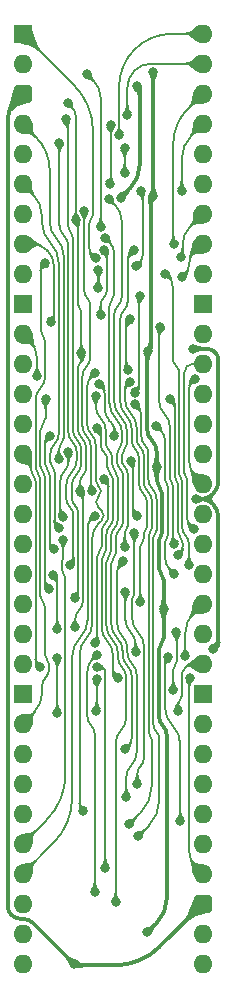
<source format=gbl>
%TF.GenerationSoftware,KiCad,Pcbnew,8.0.7*%
%TF.CreationDate,2025-02-21T14:51:35+02:00*%
%TF.ProjectId,Selector 18bit,53656c65-6374-46f7-9220-31386269742e,V0*%
%TF.SameCoordinates,Original*%
%TF.FileFunction,Copper,L2,Bot*%
%TF.FilePolarity,Positive*%
%FSLAX46Y46*%
G04 Gerber Fmt 4.6, Leading zero omitted, Abs format (unit mm)*
G04 Created by KiCad (PCBNEW 8.0.7) date 2025-02-21 14:51:35*
%MOMM*%
%LPD*%
G01*
G04 APERTURE LIST*
G04 Aperture macros list*
%AMRoundRect*
0 Rectangle with rounded corners*
0 $1 Rounding radius*
0 $2 $3 $4 $5 $6 $7 $8 $9 X,Y pos of 4 corners*
0 Add a 4 corners polygon primitive as box body*
4,1,4,$2,$3,$4,$5,$6,$7,$8,$9,$2,$3,0*
0 Add four circle primitives for the rounded corners*
1,1,$1+$1,$2,$3*
1,1,$1+$1,$4,$5*
1,1,$1+$1,$6,$7*
1,1,$1+$1,$8,$9*
0 Add four rect primitives between the rounded corners*
20,1,$1+$1,$2,$3,$4,$5,0*
20,1,$1+$1,$4,$5,$6,$7,0*
20,1,$1+$1,$6,$7,$8,$9,0*
20,1,$1+$1,$8,$9,$2,$3,0*%
G04 Aperture macros list end*
%TA.AperFunction,ComponentPad*%
%ADD10O,1.600000X1.600000*%
%TD*%
%TA.AperFunction,ComponentPad*%
%ADD11R,1.600000X1.600000*%
%TD*%
%TA.AperFunction,ComponentPad*%
%ADD12RoundRect,0.400000X-0.400000X-0.400000X0.400000X-0.400000X0.400000X0.400000X-0.400000X0.400000X0*%
%TD*%
%TA.AperFunction,ViaPad*%
%ADD13C,0.800000*%
%TD*%
%TA.AperFunction,Conductor*%
%ADD14C,0.380000*%
%TD*%
%TA.AperFunction,Conductor*%
%ADD15C,0.200000*%
%TD*%
G04 APERTURE END LIST*
D10*
%TO.P,J2,64,Pin_64*%
%TO.N,A17*%
X15240000Y0D03*
%TO.P,J2,63,Pin_63*%
%TO.N,A16*%
X15240000Y-2540000D03*
%TO.P,J2,62,Pin_62*%
%TO.N,A15*%
X15240000Y-5080000D03*
%TO.P,J2,61,Pin_61*%
%TO.N,A14*%
X15240000Y-7620000D03*
%TO.P,J2,60,Pin_60*%
%TO.N,Y17*%
X15240000Y-10160000D03*
%TO.P,J2,59,Pin_59*%
%TO.N,Y16*%
X15240000Y-12700000D03*
%TO.P,J2,58,Pin_58*%
%TO.N,Y15*%
X15240000Y-15240000D03*
%TO.P,J2,57,Pin_57*%
%TO.N,Y14*%
X15240000Y-17780000D03*
%TO.P,J2,56,Pin_56*%
%TO.N,Y13*%
X15240000Y-20320000D03*
D11*
%TO.P,J2,55,Pin_55*%
%TO.N,GND*%
X15240000Y-22860000D03*
D10*
%TO.P,J2,54,Pin_54*%
%TO.N,Y12*%
X15240000Y-25400000D03*
%TO.P,J2,53,Pin_53*%
%TO.N,Y11*%
X15240000Y-27940000D03*
%TO.P,J2,52,Pin_52*%
%TO.N,Y10*%
X15240000Y-30480000D03*
%TO.P,J2,51,Pin_51*%
%TO.N,Y9*%
X15240000Y-33020000D03*
%TO.P,J2,50,Pin_50*%
%TO.N,Y8*%
X15240000Y-35560000D03*
%TO.P,J2,49,Pin_49*%
%TO.N,Y7*%
X15240000Y-38100000D03*
%TO.P,J2,48,Pin_48*%
%TO.N,Y6*%
X15240000Y-40640000D03*
%TO.P,J2,47,Pin_47*%
%TO.N,Y5*%
X15240000Y-43180000D03*
%TO.P,J2,46,Pin_46*%
%TO.N,Y4*%
X15240000Y-45720000D03*
%TO.P,J2,45,Pin_45*%
%TO.N,Y3*%
X15240000Y-48260000D03*
%TO.P,J2,44,Pin_44*%
%TO.N,Y2*%
X15240000Y-50800000D03*
%TO.P,J2,43,Pin_43*%
%TO.N,Y1*%
X15240000Y-53340000D03*
D11*
%TO.P,J2,42,Pin_42*%
%TO.N,GND*%
X15240000Y-55880000D03*
D10*
%TO.P,J2,41,Pin_41*%
%TO.N,Y0*%
X15240000Y-58420000D03*
%TO.P,J2,40,Pin_40*%
%TO.N,unconnected-(J2-Pin_40-Pad40)*%
X15240000Y-60960000D03*
%TO.P,J2,39,Pin_39*%
%TO.N,unconnected-(J2-Pin_39-Pad39)*%
X15240000Y-63500000D03*
%TO.P,J2,38,Pin_38*%
%TO.N,B4*%
X15240000Y-66040000D03*
%TO.P,J2,37,Pin_37*%
%TO.N,B3*%
X15240000Y-68580000D03*
%TO.P,J2,36,Pin_36*%
%TO.N,B2*%
X15240000Y-71120000D03*
D12*
%TO.P,J2,35,Pin_35*%
%TO.N,5V*%
X15240000Y-73660000D03*
D10*
%TO.P,J2,34,Pin_34*%
%TO.N,B1*%
X15240000Y-76200000D03*
%TO.P,J2,33,Pin_33*%
%TO.N,B0*%
X15240000Y-78740000D03*
%TO.P,J2,32,Pin_32*%
%TO.N,B5*%
X0Y-78740000D03*
%TO.P,J2,31,Pin_31*%
%TO.N,B6*%
X0Y-76200000D03*
%TO.P,J2,30,Pin_30*%
%TO.N,B7*%
X0Y-73660000D03*
%TO.P,J2,29,Pin_29*%
%TO.N,B8*%
X0Y-71120000D03*
%TO.P,J2,28,Pin_28*%
%TO.N,B9*%
X0Y-68580000D03*
%TO.P,J2,27,Pin_27*%
%TO.N,B10*%
X0Y-66040000D03*
%TO.P,J2,26,Pin_26*%
%TO.N,B11*%
X0Y-63500000D03*
%TO.P,J2,25,Pin_25*%
%TO.N,B12*%
X0Y-60960000D03*
%TO.P,J2,24,Pin_24*%
%TO.N,B13*%
X0Y-58420000D03*
D11*
%TO.P,J2,23,Pin_23*%
%TO.N,GND*%
X0Y-55880000D03*
D10*
%TO.P,J2,22,Pin_22*%
%TO.N,B14*%
X0Y-53340000D03*
%TO.P,J2,21,Pin_21*%
%TO.N,B15*%
X0Y-50800000D03*
%TO.P,J2,20,Pin_20*%
%TO.N,B16*%
X0Y-48260000D03*
%TO.P,J2,19,Pin_19*%
%TO.N,B17*%
X0Y-45720000D03*
%TO.P,J2,18,Pin_18*%
%TO.N,unconnected-(J2-Pin_18-Pad18)*%
X0Y-43180000D03*
%TO.P,J2,17,Pin_17*%
%TO.N,S*%
X0Y-40640000D03*
%TO.P,J2,16,Pin_16*%
%TO.N,A0*%
X0Y-38100000D03*
%TO.P,J2,15,Pin_15*%
%TO.N,A1*%
X0Y-35560000D03*
%TO.P,J2,14,Pin_14*%
%TO.N,A2*%
X0Y-33020000D03*
%TO.P,J2,13,Pin_13*%
%TO.N,A3*%
X0Y-30480000D03*
%TO.P,J2,12,Pin_12*%
%TO.N,A4*%
X0Y-27940000D03*
%TO.P,J2,11,Pin_11*%
%TO.N,A5*%
X0Y-25400000D03*
D11*
%TO.P,J2,10,Pin_10*%
%TO.N,GND*%
X0Y-22860000D03*
D10*
%TO.P,J2,9,Pin_9*%
%TO.N,A6*%
X0Y-20320000D03*
%TO.P,J2,8,Pin_8*%
%TO.N,A7*%
X0Y-17780000D03*
%TO.P,J2,7,Pin_7*%
%TO.N,A8*%
X0Y-15240000D03*
%TO.P,J2,6,Pin_6*%
%TO.N,A9*%
X0Y-12700000D03*
%TO.P,J2,5,Pin_5*%
%TO.N,A10*%
X0Y-10160000D03*
%TO.P,J2,4,Pin_4*%
%TO.N,A11*%
X0Y-7620000D03*
D12*
%TO.P,J2,3,Pin_3*%
%TO.N,5V*%
X0Y-5080000D03*
D10*
%TO.P,J2,2,Pin_2*%
%TO.N,A12*%
X0Y-2540000D03*
D11*
%TO.P,J2,1,Pin_1*%
%TO.N,A13*%
X0Y0D03*
%TD*%
D13*
%TO.N,B8*%
X6117774Y-40786814D03*
%TO.N,/3.3V*%
X11049000Y-3240000D03*
X10541000Y-76073000D03*
X10587803Y-26880612D03*
X11346000Y-36703000D03*
X11934084Y-48698575D03*
X11049000Y-13716006D03*
%TO.N,GND*%
X14398015Y-26670000D03*
X16129000Y-52070000D03*
X9667815Y-4460821D03*
X8304995Y-13864588D03*
X14650845Y-39370002D03*
%TO.N,5V*%
X4348004Y-78740000D03*
%TO.N,A3*%
X1937500Y-30955500D03*
X8701018Y-47244000D03*
X9566000Y-52330004D03*
X2200000Y-46990000D03*
%TO.N,S*%
X3810000Y-5842000D03*
X4961003Y-27051000D03*
X4445000Y-50243000D03*
X4866356Y-38740365D03*
X4507000Y-15747990D03*
%TO.N,A15*%
X12840847Y-17834000D03*
%TO.N,A16*%
X8862000Y-6841624D03*
%TO.N,A17*%
X8199005Y-8579995D03*
%TO.N,B4*%
X6147206Y-28692992D03*
X5149998Y-65786000D03*
%TO.N,Y4*%
X12834000Y-45720000D03*
X11331000Y-33199731D03*
X7751030Y-34036002D03*
X6486618Y-29639672D03*
%TO.N,A5*%
X1216298Y-28956000D03*
%TO.N,B5*%
X6197000Y-30630629D03*
X7873990Y-73533000D03*
%TO.N,Y5*%
X12834000Y-43180000D03*
X11658192Y-24795054D03*
%TO.N,A0*%
X6135344Y-51578630D03*
X6870855Y-37705805D03*
%TO.N,A1*%
X1492417Y-53625583D03*
%TO.N,A2*%
X8063000Y-54510197D03*
X6300161Y-33388839D03*
%TO.N,B6*%
X9779000Y-67945000D03*
X9472936Y-31372342D03*
%TO.N,A6*%
X9943969Y-22169000D03*
X9474113Y-30372340D03*
%TO.N,Y7*%
X14593000Y-29210000D03*
%TO.N,B7*%
X9072940Y-29456335D03*
X9017000Y-66929000D03*
%TO.N,A7*%
X2361001Y-24384002D03*
X9072551Y-24177000D03*
X8954999Y-28463312D03*
%TO.N,B0*%
X6108000Y-72644000D03*
X6303688Y-52564359D03*
%TO.N,Y0*%
X2921000Y-57531000D03*
X2921000Y-52832000D03*
%TO.N,B1*%
X6303015Y-53615269D03*
X6987112Y-70612000D03*
%TO.N,Y1*%
X13168601Y-57305000D03*
X6287112Y-54615145D03*
X6237112Y-57305004D03*
%TO.N,Y2*%
X12746000Y-55598000D03*
X13005041Y-50673000D03*
%TO.N,B2*%
X14162028Y-54533475D03*
%TO.N,Y3*%
X13755041Y-52705000D03*
%TO.N,B3*%
X12346000Y-52800051D03*
X13335000Y-66675000D03*
%TO.N,A8*%
X5207000Y-14986000D03*
X5865929Y-38711071D03*
%TO.N,Y8*%
X3870856Y-35433000D03*
X3400008Y-40885399D03*
%TO.N,A9*%
X3065671Y-41830328D03*
%TO.N,B9*%
X3422056Y-42818000D03*
%TO.N,Y9*%
X2664125Y-43660000D03*
X2286000Y-34036000D03*
%TO.N,Y10*%
X13117906Y-44142347D03*
X12492103Y-30903378D03*
%TO.N,B10*%
X8763000Y-64643000D03*
X8527120Y-44674832D03*
%TO.N,A10*%
X7304000Y-13970000D03*
X8636000Y-43434000D03*
%TO.N,Y11*%
X14478002Y-41910000D03*
%TO.N,B11*%
X9446072Y-42277039D03*
X9695000Y-63500000D03*
%TO.N,A11*%
X9146000Y-36133000D03*
X3063181Y-36022632D03*
X9650471Y-40808000D03*
%TO.N,A12*%
X5461000Y-3429000D03*
X6604000Y-16383000D03*
%TO.N,B12*%
X8640435Y-60583435D03*
X6997915Y-17302150D03*
%TO.N,Y12*%
X6597000Y-23817772D03*
X6896272Y-18317396D03*
%TO.N,A13*%
X6173389Y-19008371D03*
%TO.N,B13*%
X1918025Y-19417975D03*
%TO.N,Y13*%
X6417877Y-19978026D03*
X6361061Y-21558026D03*
%TO.N,Y14*%
X13462000Y-20574000D03*
%TO.N,B14*%
X2600016Y-45850000D03*
X12065000Y-20294000D03*
X2921000Y-50419000D03*
X14075128Y-44943419D03*
%TO.N,A14*%
X13462000Y-13273000D03*
X9630595Y-19665523D03*
X9992406Y-13294406D03*
%TO.N,Y15*%
X13397000Y-18935559D03*
%TO.N,B15*%
X9958000Y-48133000D03*
X9410000Y-18344000D03*
%TO.N,B16*%
X3682992Y-7238992D03*
X4393000Y-47752000D03*
%TO.N,Y16*%
X7462000Y-7747000D03*
X7366000Y-12700000D03*
%TO.N,B17*%
X3107000Y-9207504D03*
X3993000Y-44986010D03*
%TO.N,Y17*%
X8636000Y-11811000D03*
X8636000Y-9652000D03*
%TD*%
D14*
%TO.N,5V*%
X-1270000Y-73845987D02*
G75*
G03*
X-952500Y-74612500I1084022J4D01*
G01*
X-952500Y-74612500D02*
G75*
G03*
X-185987Y-74930000I766517J766522D01*
G01*
X-635000Y-5715000D02*
G75*
G03*
X-1270002Y-7248025I1533030J-1533030D01*
G01*
X11626792Y-77273207D02*
G75*
G02*
X7779036Y-78867001I-3847762J3847767D01*
G01*
X952723Y-75344719D02*
G75*
G03*
X-48498Y-74930000I-1001216J-1001211D01*
G01*
X4411504Y-78803500D02*
G75*
G03*
X4564806Y-78866996I153296J153300D01*
G01*
%TO.N,GND*%
X16289999Y-26957999D02*
G75*
G03*
X15594707Y-26669997I-695299J-695301D01*
G01*
X16289999Y-26957999D02*
G75*
G02*
X16578003Y-27653291I-695299J-695301D01*
G01*
X9906004Y-11131494D02*
G75*
G02*
X9105499Y-13064083I-2733104J4D01*
G01*
X14659745Y-39378902D02*
G75*
G03*
X14681231Y-39387775I21455J21502D01*
G01*
X9786909Y-4579915D02*
G75*
G02*
X9905982Y-4867435I-287509J-287485D01*
G01*
X15169681Y-39387802D02*
G75*
G03*
X16025011Y-39033525I19J1209602D01*
G01*
X16025002Y-39742087D02*
G75*
G03*
X15169681Y-39387813I-855302J-855313D01*
G01*
X16025002Y-39033516D02*
G75*
G03*
X16025003Y-39742086I354298J-354284D01*
G01*
X16124358Y-39841443D02*
G75*
G02*
X16577987Y-40936630I-1095158J-1095157D01*
G01*
X16578000Y-51303509D02*
G75*
G02*
X16353497Y-51845497I-766500J9D01*
G01*
X16577999Y-37838974D02*
G75*
G02*
X16124358Y-38934161I-1548839J4D01*
G01*
%TO.N,/3.3V*%
X10940730Y-13824275D02*
G75*
G03*
X10832428Y-14085661I261370J-261425D01*
G01*
X11557000Y-45326361D02*
G75*
G03*
X11745527Y-45781557I643700J-39D01*
G01*
X11693000Y-42536000D02*
G75*
G03*
X11557014Y-42864333I328300J-328300D01*
G01*
X11556003Y-57842285D02*
G75*
G03*
X11873997Y-58610005I1085697J-15D01*
G01*
X11874001Y-58610001D02*
G75*
G02*
X12191992Y-59377717I-767701J-767699D01*
G01*
X11829000Y-42207666D02*
G75*
G02*
X11693010Y-42536010I-464300J-34D01*
G01*
X11745542Y-45781542D02*
G75*
G02*
X11934079Y-46236722I-455142J-455158D01*
G01*
X11346000Y-37801467D02*
G75*
G03*
X11587490Y-38384510I824500J-33D01*
G01*
X10832461Y-26462954D02*
G75*
G02*
X10710155Y-26758306I-417661J-46D01*
G01*
X10943500Y-34438500D02*
G75*
G02*
X11345991Y-35410220I-971700J-971700D01*
G01*
X12192000Y-73254566D02*
G75*
G02*
X11366498Y-75247498I-2818440J6D01*
G01*
X11934084Y-51170575D02*
G75*
G02*
X11745068Y-51626984I-645484J-25D01*
G01*
X11587500Y-38384500D02*
G75*
G02*
X11828987Y-38967532I-583000J-583000D01*
G01*
X10564401Y-26904013D02*
G75*
G03*
X10541007Y-26960509I56499J-56487D01*
G01*
X10541000Y-33466779D02*
G75*
G03*
X10943494Y-34438506I1374200J-21D01*
G01*
X11745043Y-51626959D02*
G75*
G03*
X11556025Y-52083343I456357J-456341D01*
G01*
D15*
%TO.N,B17*%
X4215928Y-34563838D02*
G75*
G02*
X4570862Y-35420709I-856828J-856862D01*
G01*
X3861001Y-27781630D02*
X3861001Y-27781632D01*
X3861003Y-27781624D02*
X3861001Y-27781630D01*
X3988000Y-40056000D02*
G75*
G02*
X4292998Y-40792335I-736330J-736330D01*
G01*
X4126928Y-37159701D02*
G75*
G03*
X3682997Y-38231437I1071732J-1071739D01*
G01*
X4570856Y-36087964D02*
G75*
G02*
X4126928Y-37159701I-1515676J4D01*
G01*
X3861001Y-27781630D02*
X3861003Y-27781626D01*
X3861001Y-27781631D02*
X3861001Y-27781630D01*
X3683000Y-39319664D02*
G75*
G03*
X3987998Y-40056002I1041330J-6D01*
G01*
X4293000Y-44473877D02*
G75*
G02*
X4143003Y-44836013I-512140J-3D01*
G01*
X3484001Y-17073001D02*
G75*
G02*
X3861008Y-17983163I-910161J-910169D01*
G01*
X3107000Y-16162839D02*
G75*
G03*
X3484001Y-17073001I1287160J-1D01*
G01*
X3861001Y-33706967D02*
G75*
G03*
X4215927Y-34563839I1211799J-3D01*
G01*
X3861001Y-27781632D02*
X3861003Y-27781624D01*
X3861003Y-27781626D02*
X3861001Y-27781631D01*
%TO.N,Y16*%
X7477500Y-7762500D02*
G75*
G02*
X7492992Y-7799920I-37400J-37400D01*
G01*
X7493000Y-12483197D02*
G75*
G02*
X7429501Y-12636501I-216800J-3D01*
G01*
%TO.N,B16*%
X4615929Y-34398153D02*
G75*
G02*
X4970852Y-35255021I-856829J-856847D01*
G01*
X4693000Y-47239867D02*
G75*
G02*
X4543003Y-47602003I-512140J-3D01*
G01*
X4034001Y-16734001D02*
G75*
G02*
X4260989Y-17282031I-548001J-547999D01*
G01*
X4568606Y-37283709D02*
G75*
G03*
X4166368Y-38254826I971094J-971091D01*
G01*
X4261003Y-33541285D02*
G75*
G03*
X4615926Y-34398156I1211797J-5D01*
G01*
X3807000Y-16185971D02*
G75*
G03*
X4034002Y-16734000I775030J1D01*
G01*
X4970856Y-36312591D02*
G75*
G02*
X4568607Y-37283710I-1373376J1D01*
G01*
X3744996Y-7300996D02*
G75*
G02*
X3807008Y-7450686I-149696J-149704D01*
G01*
X4166356Y-39296276D02*
G75*
G03*
X4429677Y-39931993I899034J-4D01*
G01*
X4429678Y-39931992D02*
G75*
G02*
X4693006Y-40567707I-635678J-635708D01*
G01*
%TO.N,B15*%
X10192500Y-38894500D02*
G75*
G02*
X10538990Y-39731024I-836500J-836500D01*
G01*
X10112500Y-43080500D02*
G75*
G03*
X9957998Y-43453495I373000J-373000D01*
G01*
X10403000Y-42001663D02*
G75*
G03*
X10266988Y-42329996I328300J-328337D01*
G01*
X8572500Y-23431500D02*
G75*
G03*
X8255005Y-24198012I766500J-766500D01*
G01*
X8753000Y-32314408D02*
G75*
G02*
X9251003Y-33516686I-1202300J-1202292D01*
G01*
X10539000Y-41673329D02*
G75*
G02*
X10402978Y-42001641I-464300J29D01*
G01*
X9251000Y-34484271D02*
G75*
G03*
X9548503Y-35202497I1015720J1D01*
G01*
X10267000Y-42707504D02*
G75*
G02*
X10112499Y-43080499I-527500J4D01*
G01*
X9846000Y-38057975D02*
G75*
G03*
X10192493Y-38894507I1183000J-25D01*
G01*
X9150000Y-18604000D02*
G75*
G03*
X8889998Y-19231695I627700J-627700D01*
G01*
X8890000Y-22664987D02*
G75*
G02*
X8572504Y-23431504I-1084000J-13D01*
G01*
X9548500Y-35202500D02*
G75*
G02*
X9845988Y-35920728I-718200J-718200D01*
G01*
X8255000Y-31112129D02*
G75*
G03*
X8753002Y-32314406I1700270J-1D01*
G01*
%TO.N,Y15*%
X13540847Y-18689996D02*
G75*
G02*
X13468922Y-18863634I-245547J-4D01*
G01*
X14195825Y-16284174D02*
G75*
G03*
X13540874Y-17865432I1581275J-1581226D01*
G01*
%TO.N,A14*%
X14351000Y-8509000D02*
G75*
G03*
X13462015Y-10655235I2146200J-2146200D01*
G01*
X10076203Y-13378203D02*
G75*
G02*
X10159995Y-13580506I-202303J-202297D01*
G01*
X10160000Y-18761772D02*
G75*
G02*
X9895298Y-19400821I-903760J2D01*
G01*
%TO.N,B14*%
X13270001Y-37304874D02*
G75*
G03*
X13394481Y-37605461I425099J-26D01*
G01*
X13797064Y-42499064D02*
G75*
G02*
X14075162Y-43170369I-671264J-671336D01*
G01*
X12700000Y-27409948D02*
G75*
G03*
X12985000Y-28098000I973050J-2D01*
G01*
X12382500Y-20611500D02*
G75*
G02*
X12699995Y-21378012I-766500J-766500D01*
G01*
X13394500Y-37605442D02*
G75*
G02*
X13518983Y-37906010I-300600J-300558D01*
G01*
X13519000Y-41827758D02*
G75*
G03*
X13797037Y-42499091I949400J-42D01*
G01*
X2760508Y-46010492D02*
G75*
G02*
X2921005Y-46397955I-387458J-387468D01*
G01*
X12985000Y-28098000D02*
G75*
G02*
X13270020Y-28786052I-688100J-688100D01*
G01*
%TO.N,Y14*%
X14456210Y-18563789D02*
G75*
G03*
X14096993Y-19431000I867190J-867211D01*
G01*
X14097000Y-19489987D02*
G75*
G02*
X13779504Y-20256504I-1084000J-13D01*
G01*
%TO.N,Y13*%
X6417877Y-21461035D02*
G75*
G02*
X6389449Y-21529598I-96977J35D01*
G01*
%TO.N,B13*%
X2224000Y-53823827D02*
G75*
G02*
X1937503Y-54515503I-978180J-3D01*
G01*
X1721012Y-19614987D02*
G75*
G03*
X1523999Y-20090617I475588J-475613D01*
G01*
X1100000Y-36748162D02*
G75*
G03*
X1300002Y-37231003I682840J2D01*
G01*
X1937500Y-54515500D02*
G75*
G03*
X1650998Y-55207172I691660J-691670D01*
G01*
X1702500Y-48081500D02*
G75*
G02*
X1905009Y-48570378I-488900J-488900D01*
G01*
X1905000Y-52606432D02*
G75*
G03*
X2064503Y-52991497I544560J2D01*
G01*
X1508149Y-29987851D02*
G75*
G03*
X1100005Y-30973209I985351J-985349D01*
G01*
X1524000Y-25111305D02*
G75*
G03*
X1720151Y-25584849I669700J5D01*
G01*
X1916298Y-29002492D02*
G75*
G02*
X1508150Y-29987852I-1393518J2D01*
G01*
X1720149Y-25584851D02*
G75*
G02*
X1916299Y-26058396I-473549J-473549D01*
G01*
X2064500Y-52991500D02*
G75*
G02*
X2224014Y-53376567I-385100J-385100D01*
G01*
X1651000Y-55785500D02*
G75*
G02*
X955560Y-57464439I-2374379J1D01*
G01*
X1500000Y-47592621D02*
G75*
G03*
X1702501Y-48081499I691380J1D01*
G01*
X1300000Y-37231005D02*
G75*
G02*
X1499999Y-37713847I-482850J-482845D01*
G01*
%TO.N,A13*%
X5640005Y-18097827D02*
G75*
G03*
X5906698Y-18741678I910535J-3D01*
G01*
X5795002Y-15681862D02*
G75*
G03*
X5639976Y-16056059I374198J-374238D01*
G01*
X5950000Y-15307665D02*
G75*
G02*
X5795001Y-15681861I-529200J5D01*
G01*
X4356207Y-4356207D02*
G75*
G02*
X5950004Y-8203963I-3847757J-3847763D01*
G01*
%TO.N,Y12*%
X7119917Y-21720324D02*
G75*
G02*
X6858456Y-22351539I-892677J4D01*
G01*
X7008094Y-18429218D02*
G75*
G02*
X7119921Y-18699181I-269994J-269982D01*
G01*
X6858458Y-22351541D02*
G75*
G03*
X6596977Y-22982758I631242J-631259D01*
G01*
%TO.N,B12*%
X8509000Y-41226236D02*
G75*
G02*
X8200999Y-41969813I-1051590J6D01*
G01*
X8201000Y-41969814D02*
G75*
G03*
X7893001Y-42713391I743600J-743586D01*
G01*
X8245500Y-36841460D02*
G75*
G02*
X8509010Y-37477605I-636100J-636140D01*
G01*
X7979500Y-51101815D02*
G75*
G02*
X8465983Y-52276329I-1174500J-1174485D01*
G01*
X8466000Y-52544900D02*
G75*
G03*
X8858997Y-53493689I1341800J0D01*
G01*
X9252000Y-59539428D02*
G75*
G02*
X8946219Y-60277654I-1044010J-2D01*
G01*
X7893000Y-43932843D02*
G75*
G02*
X7693000Y-44415686I-682850J3D01*
G01*
X8859000Y-53493686D02*
G75*
G02*
X9252016Y-54442471I-948800J-948814D01*
G01*
X7493000Y-49927300D02*
G75*
G03*
X7979503Y-51101812I1661000J0D01*
G01*
X7693000Y-44415686D02*
G75*
G03*
X7493008Y-44898528I482800J-482814D01*
G01*
X7747000Y-22069157D02*
G75*
G02*
X7546998Y-22551998I-682850J7D01*
G01*
X7547000Y-22552000D02*
G75*
G03*
X7347018Y-23034842I482800J-482800D01*
G01*
X8216500Y-35032814D02*
G75*
G03*
X7982024Y-35598947I566100J-566086D01*
G01*
X7899000Y-32597594D02*
G75*
G02*
X8450999Y-33930239I-1332650J-1332646D01*
G01*
X7372457Y-17676692D02*
G75*
G02*
X7746978Y-18580918I-904257J-904208D01*
G01*
X8451000Y-34466680D02*
G75*
G02*
X8216503Y-35032817I-800600J-20D01*
G01*
X7347000Y-31264948D02*
G75*
G03*
X7898998Y-32597596I1884650J-2D01*
G01*
X7982000Y-36205314D02*
G75*
G03*
X8245517Y-36841443I899600J14D01*
G01*
%TO.N,A12*%
X6032500Y-4000500D02*
G75*
G02*
X6604003Y-5380223I-1379730J-1379730D01*
G01*
%TO.N,A11*%
X9359000Y-40310427D02*
G75*
G03*
X9504743Y-40662256I497600J27D01*
G01*
X3262091Y-34710909D02*
G75*
G03*
X3063195Y-35191120I480209J-480191D01*
G01*
X9252500Y-36239500D02*
G75*
G02*
X9358994Y-36496613I-257100J-257100D01*
G01*
X1143000Y-8763000D02*
G75*
G02*
X2286000Y-11522446I-2759454J-2759449D01*
G01*
X3461001Y-34230697D02*
G75*
G02*
X3262088Y-34710906I-679101J-3D01*
G01*
X2286000Y-15933148D02*
G75*
G03*
X2873500Y-17351500I2005850J-2D01*
G01*
X2873500Y-17351500D02*
G75*
G02*
X3461000Y-18769852I-1418350J-1418350D01*
G01*
%TO.N,B11*%
X9762000Y-50656000D02*
G75*
G02*
X10266015Y-51872763I-1216800J-1216800D01*
G01*
X9980500Y-62007500D02*
G75*
G03*
X9694983Y-62696757I689300J-689300D01*
G01*
X9258000Y-49439236D02*
G75*
G03*
X9761999Y-50656001I1720760J-4D01*
G01*
X9352036Y-47646489D02*
G75*
G03*
X9258020Y-47873511I227064J-227011D01*
G01*
X9446072Y-47419466D02*
G75*
G02*
X9352056Y-47646509I-321072J-34D01*
G01*
X10266000Y-61318242D02*
G75*
G02*
X9980501Y-62007501I-974770J2D01*
G01*
%TO.N,Y11*%
X13902815Y-28145815D02*
G75*
G03*
X13696998Y-28642696I496885J-496885D01*
G01*
X13697000Y-37185278D02*
G75*
G03*
X13807985Y-37453271I379000J-22D01*
G01*
X13808000Y-37453256D02*
G75*
G02*
X13918970Y-37721233I-268000J-267944D01*
G01*
X13919000Y-40955723D02*
G75*
G03*
X14198508Y-41630492I954300J23D01*
G01*
X14399696Y-27940000D02*
G75*
G03*
X13902816Y-28145816I4J-702700D01*
G01*
%TO.N,A10*%
X8645500Y-36675774D02*
G75*
G02*
X8909000Y-37311919I-636100J-636126D01*
G01*
X7747000Y-31096354D02*
G75*
G03*
X8299001Y-32428999I1884650J4D01*
G01*
X7843000Y-14509000D02*
G75*
G02*
X8382000Y-15810261I-1301260J-1301260D01*
G01*
X8064500Y-23050500D02*
G75*
G03*
X7747005Y-23817012I766500J-766500D01*
G01*
X8909000Y-41634459D02*
G75*
G02*
X8772532Y-41964032I-466100J-41D01*
G01*
X8616500Y-35198500D02*
G75*
G03*
X8382014Y-35764633I566100J-566100D01*
G01*
X8382000Y-36039628D02*
G75*
G03*
X8645498Y-36675776I899650J-2D01*
G01*
X8772500Y-41964000D02*
G75*
G03*
X8636017Y-42293540I329500J-329500D01*
G01*
X8299000Y-32429000D02*
G75*
G02*
X8851002Y-33761645I-1332650J-1332650D01*
G01*
X8851000Y-34632366D02*
G75*
G02*
X8616498Y-35198498I-800640J6D01*
G01*
X8382000Y-22283987D02*
G75*
G02*
X8064504Y-23050504I-1084000J-13D01*
G01*
%TO.N,B10*%
X8433500Y-50990130D02*
G75*
G02*
X8866001Y-52034277I-1044200J-1044170D01*
G01*
X9207500Y-61912500D02*
G75*
G03*
X8763007Y-62985617I1073100J-1073100D01*
G01*
X8866000Y-52379214D02*
G75*
G03*
X9259004Y-53327996I1341800J14D01*
G01*
X8264060Y-44937892D02*
G75*
G03*
X8000970Y-45572975I635040J-635108D01*
G01*
X9259000Y-53328000D02*
G75*
G02*
X9652006Y-54276785I-948800J-948800D01*
G01*
X9652000Y-60839382D02*
G75*
G02*
X9207499Y-61912499I-1517620J2D01*
G01*
X8001000Y-49945982D02*
G75*
G03*
X8433501Y-50990129I1476650J2D01*
G01*
%TO.N,Y10*%
X13119000Y-42075534D02*
G75*
G03*
X13351518Y-42636821I793800J34D01*
G01*
X12870001Y-37470560D02*
G75*
G03*
X12994474Y-37771154I425099J-40D01*
G01*
X12994500Y-37771128D02*
G75*
G02*
X13118993Y-38071696I-300600J-300572D01*
G01*
X13584000Y-43346674D02*
G75*
G02*
X13350971Y-43909318I-795700J-26D01*
G01*
X13351500Y-42636839D02*
G75*
G02*
X13583970Y-43198143I-561300J-561261D01*
G01*
X12681052Y-31092327D02*
G75*
G02*
X12870011Y-31548490I-456152J-456173D01*
G01*
%TO.N,Y9*%
X1900000Y-36416792D02*
G75*
G03*
X2100005Y-36899630I682800J-8D01*
G01*
X2300000Y-43038399D02*
G75*
G03*
X2482062Y-43477937I621600J-1D01*
G01*
X2100000Y-36899635D02*
G75*
G02*
X2299999Y-37382477I-482850J-482845D01*
G01*
X2093000Y-34229000D02*
G75*
G03*
X1900001Y-34694943I465940J-465940D01*
G01*
%TO.N,B9*%
X3457000Y-45717034D02*
G75*
G02*
X3621034Y-46112965I-395900J-395966D01*
G01*
X3422056Y-44466637D02*
G75*
G02*
X3357518Y-44622412I-220356J37D01*
G01*
X3293000Y-45321102D02*
G75*
G03*
X3457008Y-45717026I559900J2D01*
G01*
X3357528Y-44622422D02*
G75*
G03*
X3293001Y-44778206I155772J-155778D01*
G01*
X3621000Y-62705036D02*
G75*
G02*
X2027207Y-66552792I-5441559J4D01*
G01*
%TO.N,A9*%
X2356000Y-17723000D02*
G75*
G02*
X3061000Y-19425022I-1702020J-1702020D01*
G01*
X1651000Y-16020978D02*
G75*
G03*
X2356000Y-17723000I2407020J-2D01*
G01*
X3061001Y-33845572D02*
G75*
G02*
X2706924Y-34700390I-1208901J2D01*
G01*
X2706924Y-34700390D02*
G75*
G03*
X2352840Y-35555207I854776J-854810D01*
G01*
X2352847Y-36251787D02*
G75*
G03*
X2526418Y-36670856I592653J-13D01*
G01*
X2526427Y-36670847D02*
G75*
G02*
X2700012Y-37089907I-419027J-419053D01*
G01*
X825500Y-13525500D02*
G75*
G02*
X1651000Y-15518433I-1992937J-1992935D01*
G01*
X2700008Y-41206102D02*
G75*
G03*
X2882847Y-41647488I624192J2D01*
G01*
%TO.N,Y8*%
X3175000Y-40501286D02*
G75*
G03*
X3287500Y-40772899I384100J-14D01*
G01*
X3870856Y-36215777D02*
G75*
G02*
X3522925Y-37055747I-1187906J7D01*
G01*
X3522928Y-37055750D02*
G75*
G03*
X3175016Y-37895722I839972J-839950D01*
G01*
%TO.N,B8*%
X4842000Y-51169412D02*
G75*
G03*
X4191003Y-52741065I1571650J-1571648D01*
G01*
X4191000Y-64675036D02*
G75*
G02*
X2597207Y-68522792I-5441559J4D01*
G01*
X5805387Y-41099201D02*
G75*
G03*
X5492962Y-41853369I754113J-754199D01*
G01*
X5493000Y-49597758D02*
G75*
G02*
X4842002Y-51169414I-2222660J-2D01*
G01*
%TO.N,A8*%
X5388000Y-28197685D02*
G75*
G03*
X5061009Y-28987132I789400J-789415D01*
G01*
X5715000Y-27408237D02*
G75*
G02*
X5387997Y-28197682I-1116450J7D01*
G01*
X5061000Y-33203370D02*
G75*
G03*
X5415930Y-34060240I1211790J0D01*
G01*
X5415928Y-34060242D02*
G75*
G02*
X5770859Y-34917113I-856828J-856858D01*
G01*
X5207000Y-21738789D02*
G75*
G03*
X5460997Y-22352003I867200J-11D01*
G01*
X5770856Y-38548771D02*
G75*
G03*
X5818368Y-38663558I162344J-29D01*
G01*
X5461000Y-22352000D02*
G75*
G02*
X5714996Y-22965210I-613200J-613200D01*
G01*
%TO.N,B3*%
X12196000Y-52950051D02*
G75*
G03*
X12045979Y-53312183I362100J-362149D01*
G01*
X12046000Y-57000539D02*
G75*
G03*
X12690500Y-58556500I2200460J-1D01*
G01*
X12690500Y-58556500D02*
G75*
G02*
X13335016Y-60112460I-1556000J-1556000D01*
G01*
%TO.N,Y3*%
X14497520Y-49002479D02*
G75*
G03*
X13755021Y-50794983I1792480J-1792521D01*
G01*
%TO.N,B2*%
X14129514Y-54565989D02*
G75*
G03*
X14096986Y-54644484I78486J-78511D01*
G01*
X14097000Y-69168776D02*
G75*
G03*
X14668497Y-70548503I1951230J-4D01*
G01*
%TO.N,Y2*%
X13055041Y-53121475D02*
G75*
G02*
X12900528Y-53494528I-527541J-25D01*
G01*
X12900520Y-53494520D02*
G75*
G03*
X12745985Y-53867565I373080J-373080D01*
G01*
X13030041Y-50698000D02*
G75*
G02*
X13055077Y-50758355I-60341J-60400D01*
G01*
%TO.N,Y1*%
X14546012Y-53340000D02*
G75*
G03*
X13779496Y-53657496I-12J-1084000D01*
G01*
X13462000Y-56053535D02*
G75*
G02*
X13315290Y-56407689I-500900J35D01*
G01*
X13779500Y-53657500D02*
G75*
G03*
X13462005Y-54424012I766500J-766500D01*
G01*
X6287112Y-57219648D02*
G75*
G02*
X6262099Y-57279991I-85412J48D01*
G01*
X13315300Y-56407699D02*
G75*
G03*
X13168585Y-56761863I354200J-354201D01*
G01*
%TO.N,B1*%
X6869690Y-53732690D02*
G75*
G02*
X6987130Y-54016171I-283490J-283510D01*
G01*
X6869690Y-53732690D02*
G75*
G03*
X6586209Y-53615270I-283490J-283510D01*
G01*
%TO.N,B0*%
X5895400Y-52972647D02*
G75*
G03*
X5487143Y-53958341I985700J-985653D01*
G01*
X5487112Y-57793684D02*
G75*
G03*
X5797556Y-58543163I1059888J-16D01*
G01*
X5797556Y-58543163D02*
G75*
G02*
X6107977Y-59292641I-749456J-749437D01*
G01*
%TO.N,A7*%
X2661001Y-23563992D02*
X2661001Y-23563994D01*
X2661003Y-23563986D02*
X2661001Y-23563992D01*
X2661001Y-23563992D02*
X2661003Y-23563988D01*
X2661001Y-23563993D02*
X2661001Y-23563992D01*
X2062815Y-18318815D02*
G75*
G03*
X762000Y-17780000I-1300815J-1300815D01*
G01*
X8922745Y-24326805D02*
G75*
G03*
X8772914Y-24688467I361655J-361695D01*
G01*
X8772940Y-28152517D02*
G75*
G03*
X8863985Y-28372266I310760J17D01*
G01*
X2661001Y-23871869D02*
G75*
G02*
X2511003Y-24234004I-512141J-1D01*
G01*
X2092501Y-18348501D02*
G75*
G02*
X2661007Y-19720985I-1372481J-1372489D01*
G01*
X2661001Y-23563994D02*
X2661003Y-23563986D01*
X2661003Y-23563988D02*
X2661001Y-23563993D01*
%TO.N,B7*%
X8863970Y-29665305D02*
G75*
G03*
X8655012Y-30169803I504530J-504495D01*
G01*
X10666000Y-59125980D02*
G75*
G03*
X10793994Y-59435006I437000J-20D01*
G01*
X10939000Y-41839015D02*
G75*
G02*
X10802985Y-42167334I-464300J15D01*
G01*
X9948500Y-34967500D02*
G75*
G02*
X10245988Y-35685728I-718200J-718200D01*
G01*
X10666500Y-48671184D02*
G75*
G03*
X10665992Y-48672391I1200J-1216D01*
G01*
X9153000Y-32140000D02*
G75*
G02*
X9651009Y-33342278I-1202300J-1202300D01*
G01*
X10246000Y-37892289D02*
G75*
G03*
X10592500Y-38728814I1183000J-11D01*
G01*
X10922000Y-63676961D02*
G75*
G02*
X9969502Y-65976502I-3252050J1D01*
G01*
X8655000Y-30937721D02*
G75*
G03*
X9153003Y-32139997I1700270J1D01*
G01*
X10592500Y-38728814D02*
G75*
G02*
X10938980Y-39565338I-836500J-836486D01*
G01*
X10667000Y-48669976D02*
G75*
G02*
X10666510Y-48671194I-1700J-24D01*
G01*
X10794000Y-59435000D02*
G75*
G02*
X10921992Y-59744019I-309000J-309000D01*
G01*
X10803000Y-42167349D02*
G75*
G03*
X10666978Y-42495682I328300J-328351D01*
G01*
X9651000Y-34249271D02*
G75*
G03*
X9948492Y-34967508I1015700J-29D01*
G01*
%TO.N,Y7*%
X14345000Y-29458000D02*
G75*
G03*
X14097010Y-30056724I598700J-598700D01*
G01*
X14097000Y-36148776D02*
G75*
G03*
X14668497Y-37528503I1951230J-4D01*
G01*
%TO.N,A6*%
X9890886Y-22222083D02*
G75*
G03*
X9837817Y-22350236I128114J-128117D01*
G01*
X9837803Y-29751482D02*
G75*
G02*
X9655976Y-30190513I-620903J-18D01*
G01*
%TO.N,B6*%
X10051000Y-34083585D02*
G75*
G03*
X10348499Y-34801815I1015700J-15D01*
G01*
X10992500Y-38551500D02*
G75*
G02*
X11338990Y-39388024I-836500J-836500D01*
G01*
X11067000Y-48835664D02*
G75*
G02*
X11066516Y-48836888I-1700J-36D01*
G01*
X9761968Y-31661374D02*
G75*
G02*
X10051034Y-32359158I-697768J-697826D01*
G01*
X11339000Y-42004701D02*
G75*
G02*
X11202992Y-42333027I-464300J1D01*
G01*
X11066000Y-58470810D02*
G75*
G03*
X11311503Y-59063497I838200J10D01*
G01*
X11311500Y-59063500D02*
G75*
G02*
X11557004Y-59656189I-592700J-592700D01*
G01*
X11066500Y-48836872D02*
G75*
G03*
X11065983Y-48838079I1200J-1228D01*
G01*
X10646000Y-37714975D02*
G75*
G03*
X10992493Y-38551507I1183000J-25D01*
G01*
X11557000Y-64909764D02*
G75*
G02*
X10667999Y-67055999I-3035240J4D01*
G01*
X11203000Y-42333035D02*
G75*
G03*
X11066968Y-42661368I328300J-328365D01*
G01*
X10348500Y-34801814D02*
G75*
G02*
X10645978Y-35520042I-718200J-718186D01*
G01*
%TO.N,A2*%
X7156500Y-51410185D02*
G75*
G02*
X7620016Y-52529172I-1119000J-1119015D01*
G01*
X7414099Y-37259099D02*
G75*
G02*
X7657989Y-37847928I-588799J-588801D01*
G01*
X6693000Y-50291197D02*
G75*
G03*
X7156496Y-51410189I1582500J-3D01*
G01*
X6458116Y-33546794D02*
G75*
G02*
X6616055Y-33928132I-381316J-381306D01*
G01*
X7170198Y-36670269D02*
G75*
G03*
X7414101Y-37259097I832722J-1D01*
G01*
X7620000Y-53753948D02*
G75*
G03*
X7841501Y-54288696I756240J-2D01*
G01*
X7375500Y-41663942D02*
G75*
G03*
X7092965Y-42345957I682000J-682058D01*
G01*
X6893135Y-35456063D02*
G75*
G02*
X7170218Y-36124952I-668935J-668937D01*
G01*
X6893000Y-44084314D02*
G75*
G03*
X6692957Y-44567156I482800J-482886D01*
G01*
X7658000Y-40981926D02*
G75*
G02*
X7375500Y-41663942I-964530J6D01*
G01*
X7093000Y-43601471D02*
G75*
G02*
X6893001Y-44084315I-682850J1D01*
G01*
X6616072Y-34787173D02*
G75*
G03*
X6893136Y-35456062I945958J3D01*
G01*
%TO.N,A1*%
X368829Y-35928829D02*
G75*
G02*
X700000Y-36728346I-799519J-799518D01*
G01*
X900000Y-37396691D02*
G75*
G02*
X1099995Y-37879533I-482850J-482839D01*
G01*
X700000Y-36913849D02*
G75*
G03*
X900000Y-37396691I682840J-1D01*
G01*
X1100000Y-52955685D02*
G75*
G03*
X1296207Y-53429375I669890J-5D01*
G01*
%TO.N,A0*%
X7258000Y-40810428D02*
G75*
G02*
X6975499Y-41492443I-964530J8D01*
G01*
X6975500Y-41492444D02*
G75*
G03*
X6692967Y-42174459I682000J-682056D01*
G01*
X6693000Y-43373843D02*
G75*
G02*
X6493000Y-43856685I-682850J3D01*
G01*
X6293001Y-51309492D02*
G75*
G02*
X6214169Y-51499798I-269101J-8D01*
G01*
X6493000Y-43856685D02*
G75*
G03*
X6293007Y-44339527I482800J-482815D01*
G01*
X7064427Y-37899377D02*
G75*
G02*
X7257997Y-38366702I-467327J-467323D01*
G01*
%TO.N,Y5*%
X11557000Y-31104410D02*
G75*
G03*
X12013503Y-32206497I1558600J10D01*
G01*
X12719000Y-42983682D02*
G75*
G03*
X12776495Y-43122505I196300J-18D01*
G01*
X12594500Y-37936814D02*
G75*
G02*
X12719003Y-38237382I-300600J-300586D01*
G01*
X12013500Y-32206500D02*
G75*
G02*
X12470005Y-33308590I-1102100J-1102100D01*
G01*
X12470001Y-37636246D02*
G75*
G03*
X12594517Y-37936797I425099J46D01*
G01*
X11607596Y-24845650D02*
G75*
G03*
X11556986Y-24967799I122104J-122150D01*
G01*
%TO.N,B5*%
X7293000Y-44250000D02*
G75*
G03*
X7093018Y-44732842I482800J-482800D01*
G01*
X7310599Y-35250599D02*
G75*
G02*
X7570188Y-35877326I-626699J-626701D01*
G01*
X8318495Y-58991505D02*
G75*
G03*
X7874007Y-60064634I1073105J-1073095D01*
G01*
X6197000Y-31558816D02*
G75*
G03*
X6623998Y-32589688I1457870J-4D01*
G01*
X8058000Y-41147612D02*
G75*
G02*
X7775490Y-41829618I-964500J12D01*
G01*
X8763000Y-57918375D02*
G75*
G02*
X8318496Y-58991506I-1517650J5D01*
G01*
X7493000Y-43767157D02*
G75*
G02*
X7292998Y-44249998I-682850J7D01*
G01*
X7579500Y-51267500D02*
G75*
G02*
X8065994Y-52442014I-1174500J-1174500D01*
G01*
X8066000Y-52785146D02*
G75*
G03*
X8414499Y-53626501I1189850J-4D01*
G01*
X7051000Y-34623871D02*
G75*
G03*
X7310601Y-35250597I886320J1D01*
G01*
X7814099Y-37024099D02*
G75*
G02*
X8057989Y-37612928I-588799J-588801D01*
G01*
X7775500Y-41829628D02*
G75*
G03*
X7493026Y-42511643I682000J-681972D01*
G01*
X8414500Y-53626500D02*
G75*
G02*
X8763019Y-54467853I-841400J-841400D01*
G01*
X6624000Y-32589686D02*
G75*
G02*
X7051003Y-33620555I-1030870J-1030874D01*
G01*
X7570198Y-36435269D02*
G75*
G03*
X7814101Y-37024097I832722J-1D01*
G01*
X7093000Y-50092985D02*
G75*
G03*
X7579501Y-51267499I1661020J5D01*
G01*
%TO.N,A5*%
X608149Y-26008149D02*
G75*
G02*
X1216298Y-27476350I-1468201J-1468201D01*
G01*
%TO.N,Y4*%
X12189232Y-38097232D02*
G75*
G02*
X12318973Y-38410519I-313332J-313268D01*
G01*
X6947000Y-31778464D02*
G75*
G03*
X7349016Y-32749014I1372570J4D01*
G01*
X12189232Y-42732732D02*
G75*
G03*
X12059472Y-43046019I313268J-313268D01*
G01*
X6716809Y-29869863D02*
G75*
G02*
X6947011Y-30425593I-555709J-555737D01*
G01*
X7438145Y-32838145D02*
G75*
G02*
X7751026Y-33593516I-755345J-755355D01*
G01*
X12319000Y-42419445D02*
G75*
G02*
X12189219Y-42732719I-443100J45D01*
G01*
X11695232Y-33563963D02*
G75*
G02*
X12059467Y-34443296I-879332J-879337D01*
G01*
X12059464Y-44397784D02*
G75*
G03*
X12446720Y-45332744I1322236J-16D01*
G01*
X12059464Y-37783944D02*
G75*
G03*
X12189258Y-38097206I443036J44D01*
G01*
%TO.N,B4*%
X5804103Y-29036095D02*
G75*
G03*
X5461005Y-29864418I828297J-828305D01*
G01*
X6614905Y-38724095D02*
G75*
G02*
X6435301Y-39157701I-613205J-5D01*
G01*
X5461000Y-33037684D02*
G75*
G03*
X5815920Y-33894564I1211800J-16D01*
G01*
X6858000Y-40778629D02*
G75*
G02*
X6670161Y-41232075I-641300J29D01*
G01*
X4826000Y-65232900D02*
G75*
G03*
X4987999Y-65624001I553100J0D01*
G01*
X5359500Y-51217597D02*
G75*
G03*
X4825991Y-52505581I1288000J-1288003D01*
G01*
X5815928Y-33894556D02*
G75*
G02*
X6170849Y-34751427I-856828J-856844D01*
G01*
X6402605Y-39190394D02*
G75*
G03*
X6222996Y-39624000I433595J-433606D01*
G01*
X6170856Y-37712055D02*
G75*
G03*
X6392877Y-38248073I758044J-5D01*
G01*
X6435299Y-38290489D02*
G75*
G02*
X6614910Y-38724095I-433599J-433611D01*
G01*
X5893001Y-49929613D02*
G75*
G02*
X5359500Y-51217597I-1821491J3D01*
G01*
X6223000Y-39624000D02*
G75*
G03*
X6402607Y-40057603I613200J0D01*
G01*
X6670171Y-40325171D02*
G75*
G02*
X6857975Y-40778629I-453471J-453429D01*
G01*
X6375500Y-41526757D02*
G75*
G03*
X5893023Y-42691614I1164900J-1164843D01*
G01*
%TO.N,A17*%
X12656812Y0D02*
G75*
G03*
X9478496Y-1316496I-12J-4494800D01*
G01*
X8162000Y-8516823D02*
G75*
G03*
X8180508Y-8561486I63200J23D01*
G01*
X9478500Y-1316500D02*
G75*
G03*
X8162005Y-4494812I3178300J-3178300D01*
G01*
%TO.N,A16*%
X9447500Y-3125500D02*
G75*
G03*
X8862009Y-4539022I1413500J-1413500D01*
G01*
X10861022Y-2540000D02*
G75*
G03*
X9447494Y-3125494I-22J-1999000D01*
G01*
%TO.N,A15*%
X12749469Y-17678007D02*
G75*
G03*
X12795154Y-17788315I156031J7D01*
G01*
X13994734Y-6325265D02*
G75*
G03*
X12749478Y-9331602I3006366J-3006335D01*
G01*
%TO.N,S*%
X4811002Y-27963001D02*
G75*
G03*
X4661015Y-28325135I362098J-362099D01*
G01*
X5118606Y-37344385D02*
G75*
G03*
X4866338Y-37953370I608994J-609015D01*
G01*
X4158500Y-6190500D02*
G75*
G02*
X4507003Y-7031853I-841360J-841360D01*
G01*
X4603000Y-15843990D02*
G75*
G02*
X4699022Y-16075754I-231800J-231810D01*
G01*
X4661001Y-33369057D02*
G75*
G03*
X5015927Y-34225929I1211799J-3D01*
G01*
X5015928Y-34225928D02*
G75*
G02*
X5370869Y-35082799I-856828J-856872D01*
G01*
X4699000Y-22928735D02*
G75*
G03*
X4829998Y-23245004I447270J-5D01*
G01*
X4769000Y-48825000D02*
G75*
G03*
X4445002Y-49607205I782200J-782200D01*
G01*
X4979678Y-38853687D02*
G75*
G02*
X5093022Y-39127270I-273578J-273613D01*
G01*
X4830001Y-23245001D02*
G75*
G02*
X4961016Y-23561267I-316301J-316299D01*
G01*
X5093000Y-48042794D02*
G75*
G02*
X4769002Y-48825002I-1106200J-6D01*
G01*
X5370856Y-36735399D02*
G75*
G02*
X5118610Y-37344389I-861256J-1D01*
G01*
X4961003Y-27600866D02*
G75*
G02*
X4811003Y-27963002I-512133J-4D01*
G01*
%TO.N,A3*%
X1718750Y-33055250D02*
G75*
G03*
X1499997Y-33583359I528100J-528110D01*
G01*
X9133509Y-50662509D02*
G75*
G02*
X9565980Y-51706634I-1044109J-1044091D01*
G01*
X1900000Y-46477867D02*
G75*
G03*
X2049999Y-46840001I512130J-3D01*
G01*
X1700000Y-37065319D02*
G75*
G02*
X1899997Y-37548163I-482850J-482841D01*
G01*
X1937500Y-32527140D02*
G75*
G02*
X1718752Y-33055252I-746870J0D01*
G01*
X8701018Y-49618383D02*
G75*
G03*
X9133508Y-50662510I1476582J-17D01*
G01*
X1500000Y-36582475D02*
G75*
G03*
X1699999Y-37065320I682840J-5D01*
G01*
%TO.N,B1*%
X6987112Y-70612000D02*
X6987112Y-54016171D01*
X6586209Y-53615269D02*
X6303015Y-53615269D01*
%TO.N,B15*%
X9958000Y-43453495D02*
X9958000Y-48133000D01*
X10267000Y-42329996D02*
X10267000Y-42707504D01*
D14*
%TO.N,/3.3V*%
X11556003Y-57842285D02*
X11556003Y-52083343D01*
X11934084Y-48698575D02*
X11934084Y-51170575D01*
X11934084Y-48698575D02*
X11934084Y-46236722D01*
X11557000Y-45326361D02*
X11557000Y-42864333D01*
D15*
%TO.N,B12*%
X9252000Y-59539428D02*
X9252000Y-54442471D01*
X8466000Y-52276329D02*
X8466000Y-52544900D01*
X8946217Y-60277652D02*
X8640435Y-60583435D01*
X7493000Y-49927300D02*
X7493000Y-44898528D01*
X8509000Y-41226236D02*
X8509000Y-37477605D01*
X7893000Y-42713391D02*
X7893000Y-43932843D01*
X7982000Y-35598947D02*
X7982000Y-36205314D01*
X7347000Y-23034842D02*
X7347000Y-31264948D01*
X7747000Y-22069157D02*
X7747000Y-18580918D01*
X8451000Y-33930239D02*
X8451000Y-34466680D01*
X6997915Y-17302150D02*
X7372457Y-17676692D01*
%TO.N,A10*%
X8636000Y-43434000D02*
X8636000Y-42293540D01*
X8382000Y-35764633D02*
X8382000Y-36039628D01*
X8851000Y-33761645D02*
X8851000Y-34632366D01*
X7747000Y-31096354D02*
X7747000Y-23817012D01*
X8382000Y-15810261D02*
X8382000Y-22283987D01*
X8909000Y-37311919D02*
X8909000Y-41634459D01*
X7304000Y-13970000D02*
X7843000Y-14509000D01*
%TO.N,Y12*%
X6597000Y-22982758D02*
X6597000Y-23817772D01*
X7008094Y-18429218D02*
X6896272Y-18317396D01*
X7119917Y-21720324D02*
X7119917Y-18699181D01*
%TO.N,B14*%
X12065000Y-20294000D02*
X12382500Y-20611500D01*
X12700000Y-27409948D02*
X12700000Y-21378012D01*
X13270001Y-37304874D02*
X13270001Y-28786052D01*
X13519000Y-37906010D02*
X13519000Y-41827758D01*
X14075128Y-43170369D02*
X14075128Y-44943419D01*
%TO.N,Y5*%
X12834000Y-43180000D02*
X12776500Y-43122500D01*
X12470001Y-33308590D02*
X12470001Y-37636246D01*
X11557000Y-31104410D02*
X11557000Y-24967799D01*
X11607596Y-24845650D02*
X11658192Y-24795054D01*
X12719000Y-42983682D02*
X12719000Y-38237382D01*
%TO.N,B13*%
X1721012Y-19614987D02*
X1918025Y-19417975D01*
X1524000Y-20090617D02*
X1524000Y-25111305D01*
X1100000Y-36748162D02*
X1100000Y-30973209D01*
X1905000Y-48570378D02*
X1905000Y-52606432D01*
X2224000Y-53823827D02*
X2224000Y-53376567D01*
X1500000Y-47592621D02*
X1500000Y-37713847D01*
X1651000Y-55207172D02*
X1651000Y-55785500D01*
X955560Y-57464439D02*
X0Y-58420000D01*
X1916298Y-29002492D02*
X1916298Y-26058396D01*
%TO.N,A3*%
X1937500Y-30955500D02*
X1937500Y-32527140D01*
X1500000Y-33583359D02*
X1500000Y-36582475D01*
%TO.N,B5*%
X7873990Y-60064634D02*
X7873990Y-73533000D01*
X8763000Y-57918375D02*
X8763000Y-54467853D01*
X8066000Y-52442014D02*
X8066000Y-52785146D01*
X7493000Y-43767157D02*
X7493000Y-42511643D01*
X7093000Y-44732842D02*
X7093000Y-50092985D01*
X7570198Y-35877326D02*
X7570198Y-36435269D01*
X7051000Y-34623871D02*
X7051000Y-33620555D01*
X8058000Y-41147612D02*
X8058000Y-37612928D01*
X6197000Y-31558816D02*
X6197000Y-30630629D01*
%TO.N,B7*%
X9017000Y-66929000D02*
X9969500Y-65976500D01*
X10922000Y-63676961D02*
X10922000Y-59744019D01*
X10666000Y-59125980D02*
X10666000Y-48672391D01*
X10667000Y-48669976D02*
X10667000Y-42495682D01*
X10939000Y-41839015D02*
X10939000Y-39565338D01*
X10246000Y-35685728D02*
X10246000Y-37892289D01*
X9651000Y-33342278D02*
X9651000Y-34249271D01*
X8863970Y-29665305D02*
X9072940Y-29456335D01*
X8655000Y-30169803D02*
X8655000Y-30937721D01*
%TO.N,B11*%
X10266000Y-51872763D02*
X10266000Y-61318242D01*
X9695000Y-62696757D02*
X9695000Y-63500000D01*
%TO.N,B10*%
X8527120Y-44674832D02*
X8264060Y-44937892D01*
X9652000Y-54276785D02*
X9652000Y-60839382D01*
X8866000Y-52034277D02*
X8866000Y-52379214D01*
X8763000Y-62985617D02*
X8763000Y-64643000D01*
X8001000Y-45572975D02*
X8001000Y-49945982D01*
%TO.N,B6*%
X9779000Y-67945000D02*
X10668000Y-67056000D01*
X11557000Y-59656189D02*
X11557000Y-64909764D01*
X11066000Y-58470810D02*
X11066000Y-48838079D01*
X11067000Y-48835664D02*
X11067000Y-42661368D01*
X11339000Y-39388024D02*
X11339000Y-42004701D01*
X10646000Y-37714975D02*
X10646000Y-35520042D01*
X10051000Y-34083585D02*
X10051000Y-32359158D01*
X9472936Y-31372342D02*
X9761968Y-31661374D01*
%TO.N,B4*%
X4987999Y-65624001D02*
X5149998Y-65786000D01*
X4826000Y-65232900D02*
X4826000Y-52505581D01*
X5893001Y-49929613D02*
X5893001Y-42691614D01*
X6402605Y-40057605D02*
X6670171Y-40325171D01*
X6392880Y-38248070D02*
X6435299Y-38290489D01*
X6170856Y-34751427D02*
X6170856Y-37712055D01*
X5461000Y-29864418D02*
X5461000Y-33037684D01*
X6435299Y-39157699D02*
X6402605Y-39190394D01*
X5804103Y-29036095D02*
X6147206Y-28692992D01*
X6670171Y-41232085D02*
X6375500Y-41526757D01*
%TO.N,B0*%
X5895400Y-52972647D02*
X6303688Y-52564359D01*
X5487112Y-53958341D02*
X5487112Y-57793684D01*
X6108000Y-72644000D02*
X6108000Y-59292641D01*
%TO.N,Y1*%
X6237112Y-57305004D02*
X6262112Y-57280004D01*
X6287112Y-54615145D02*
X6287112Y-57219648D01*
%TO.N,B3*%
X13335000Y-60112460D02*
X13335000Y-66675000D01*
X12046000Y-53312183D02*
X12046000Y-57000539D01*
X12196000Y-52950051D02*
X12346000Y-52800051D01*
D14*
%TO.N,/3.3V*%
X11366500Y-75247500D02*
X10541000Y-76073000D01*
X12192000Y-59377717D02*
X12192000Y-73254566D01*
D15*
%TO.N,A0*%
X6214172Y-51499801D02*
X6135344Y-51578630D01*
X6293001Y-51309492D02*
X6293001Y-44339527D01*
X6693000Y-42174459D02*
X6693000Y-43373843D01*
X7258000Y-40810428D02*
X7258000Y-38366702D01*
X6870855Y-37705805D02*
X7064427Y-37899377D01*
%TO.N,B15*%
X9251000Y-33516686D02*
X9251000Y-34484271D01*
X10539000Y-39731024D02*
X10539000Y-41673329D01*
X8255000Y-24198012D02*
X8255000Y-31112129D01*
X8890000Y-19231695D02*
X8890000Y-22664987D01*
X9410000Y-18344000D02*
X9150000Y-18604000D01*
X9846000Y-38057975D02*
X9846000Y-35920728D01*
%TO.N,A2*%
X6616072Y-33928132D02*
X6616072Y-34787173D01*
X6300161Y-33388839D02*
X6458116Y-33546794D01*
X7170198Y-36670269D02*
X7170198Y-36124952D01*
X7093000Y-42345957D02*
X7093000Y-43601471D01*
X6693000Y-50291197D02*
X6693000Y-44567156D01*
X7658000Y-37847928D02*
X7658000Y-40981926D01*
X7620000Y-52529172D02*
X7620000Y-53753948D01*
X7841500Y-54288697D02*
X8063000Y-54510197D01*
%TO.N,A11*%
X9252500Y-36239500D02*
X9146000Y-36133000D01*
X9359000Y-40310427D02*
X9359000Y-36496613D01*
X9504735Y-40662264D02*
X9650471Y-40808000D01*
D14*
%TO.N,/3.3V*%
X11829000Y-42207666D02*
X11829000Y-38967532D01*
X11346000Y-37801467D02*
X11346000Y-36703000D01*
D15*
%TO.N,Y4*%
X12834000Y-45720000D02*
X12446732Y-45332732D01*
X12059464Y-43046019D02*
X12059464Y-44397784D01*
X12319000Y-38410519D02*
X12319000Y-42419445D01*
X12059464Y-34443296D02*
X12059464Y-37783944D01*
X11331000Y-33199731D02*
X11695232Y-33563963D01*
%TO.N,Y11*%
X13697000Y-28642696D02*
X13697000Y-37185278D01*
X13919000Y-37721233D02*
X13919000Y-40955723D01*
%TO.N,Y10*%
X13117906Y-44142347D02*
X13350953Y-43909300D01*
X13584000Y-43346674D02*
X13584000Y-43198143D01*
X13119000Y-42075534D02*
X13119000Y-38071696D01*
%TO.N,Y11*%
X14478002Y-41910000D02*
X14198501Y-41630499D01*
%TO.N,Y10*%
X12870001Y-37470560D02*
X12870001Y-31548490D01*
%TO.N,Y11*%
X14399696Y-27940000D02*
X15240000Y-27940000D01*
%TO.N,Y10*%
X12492103Y-30903378D02*
X12681052Y-31092327D01*
D14*
%TO.N,GND*%
X14659745Y-39378902D02*
X14650845Y-39370002D01*
X14681231Y-39387802D02*
X15169681Y-39387802D01*
D15*
%TO.N,Y7*%
X14097000Y-30056724D02*
X14097000Y-36148776D01*
X14593000Y-29210000D02*
X14345000Y-29458000D01*
X14668500Y-37528500D02*
X15240000Y-38100000D01*
%TO.N,B8*%
X2597207Y-68522792D02*
X0Y-71120000D01*
X4191000Y-52741065D02*
X4191000Y-64675036D01*
X5493000Y-41853369D02*
X5493000Y-49597758D01*
X6117774Y-40786814D02*
X5805387Y-41099201D01*
%TO.N,A7*%
X2661001Y-23563994D02*
X2661001Y-23871869D01*
X2361001Y-24384002D02*
X2511001Y-24234002D01*
X2661003Y-23563986D02*
X2661003Y-19720985D01*
X2062815Y-18318815D02*
X2092501Y-18348501D01*
X762000Y-17780000D02*
X0Y-17780000D01*
%TO.N,A5*%
X1216298Y-27476350D02*
X1216298Y-28956000D01*
X608149Y-26008149D02*
X0Y-25400000D01*
%TO.N,A8*%
X5818392Y-38663534D02*
X5865929Y-38711071D01*
X5770856Y-34917113D02*
X5770856Y-38548771D01*
X5715000Y-27408237D02*
X5715000Y-22965210D01*
X5061000Y-28987132D02*
X5061000Y-33203370D01*
X5207000Y-14986000D02*
X5207000Y-21738789D01*
%TO.N,Y4*%
X7751030Y-33593516D02*
X7751030Y-34036002D01*
X7349015Y-32749015D02*
X7438145Y-32838145D01*
X6947000Y-31778464D02*
X6947000Y-30425593D01*
X6486618Y-29639672D02*
X6716809Y-29869863D01*
%TO.N,A12*%
X6032500Y-4000500D02*
X5461000Y-3429000D01*
X6604000Y-5380223D02*
X6604000Y-16383000D01*
%TO.N,A16*%
X10861022Y-2540000D02*
X15240000Y-2540000D01*
X8862000Y-6841624D02*
X8862000Y-4539022D01*
%TO.N,A7*%
X8772940Y-24688467D02*
X8772940Y-28152517D01*
X8954999Y-28463312D02*
X8863969Y-28372282D01*
X9072551Y-24177000D02*
X8922745Y-24326805D01*
D14*
%TO.N,GND*%
X16577999Y-27653291D02*
X16577999Y-37838974D01*
X16025002Y-39033516D02*
X16124358Y-38934161D01*
X15594707Y-26670000D02*
X14398015Y-26670000D01*
D15*
%TO.N,Y2*%
X13055041Y-53121475D02*
X13055041Y-50758355D01*
X12746000Y-55598000D02*
X12746000Y-53867565D01*
%TO.N,Y1*%
X13168601Y-57305000D02*
X13168601Y-56761863D01*
X13462000Y-56053535D02*
X13462000Y-54424012D01*
%TO.N,Y3*%
X13755041Y-50794983D02*
X13755041Y-52705000D01*
X14497520Y-49002479D02*
X15240000Y-48260000D01*
%TO.N,Y2*%
X13005041Y-50673000D02*
X13030041Y-50698000D01*
%TO.N,B14*%
X2921001Y-50418999D02*
X2921001Y-46397955D01*
X2600016Y-45850000D02*
X2760508Y-46010492D01*
X2921001Y-50418999D02*
X2921000Y-50419000D01*
%TO.N,S*%
X4445000Y-49607205D02*
X4445000Y-50243000D01*
X5093000Y-39127270D02*
X5093000Y-48042794D01*
X4866356Y-38740365D02*
X4979678Y-38853687D01*
%TO.N,A3*%
X9566000Y-51706634D02*
X9566000Y-52330004D01*
X8701018Y-47244000D02*
X8701018Y-49618383D01*
%TO.N,B11*%
X9258000Y-49439236D02*
X9258000Y-47873511D01*
X9446072Y-47419466D02*
X9446072Y-42277039D01*
%TO.N,A1*%
X700000Y-36728346D02*
X700000Y-36913849D01*
X1100000Y-37879533D02*
X1100000Y-52955685D01*
X1492417Y-53625583D02*
X1296208Y-53429374D01*
%TO.N,A11*%
X1143000Y-8763000D02*
X0Y-7620000D01*
X2286000Y-11522446D02*
X2286000Y-15933148D01*
X3461001Y-34230697D02*
X3461001Y-18769852D01*
X3063181Y-36022632D02*
X3063181Y-35191120D01*
%TO.N,Y8*%
X3287504Y-40772895D02*
X3400008Y-40885399D01*
X3870856Y-35433000D02*
X3870856Y-36215777D01*
X3175000Y-40501286D02*
X3175000Y-37895722D01*
%TO.N,B17*%
X4143000Y-44836010D02*
X3993000Y-44986010D01*
X4293000Y-40792335D02*
X4293000Y-44473877D01*
X3683000Y-38231437D02*
X3683000Y-39319664D01*
X4570856Y-35420709D02*
X4570856Y-36087964D01*
X3861003Y-27781624D02*
X3861003Y-17983163D01*
X3107000Y-9207504D02*
X3107000Y-16162839D01*
%TO.N,B16*%
X4393000Y-47752000D02*
X4543000Y-47602000D01*
X4693000Y-47239867D02*
X4693000Y-40567707D01*
X4970856Y-35255021D02*
X4970856Y-36312591D01*
X4261003Y-17282031D02*
X4261003Y-33541285D01*
X3807000Y-16185971D02*
X3807000Y-7450686D01*
X3682992Y-7238992D02*
X3744996Y-7300996D01*
X4166356Y-38254826D02*
X4166356Y-39296276D01*
%TO.N,B17*%
X3861001Y-27781632D02*
X3861001Y-33706967D01*
%TO.N,S*%
X4661001Y-28325135D02*
X4661001Y-33369057D01*
X5370856Y-35082799D02*
X5370856Y-36735399D01*
X4866356Y-37953370D02*
X4866356Y-38740365D01*
X4961003Y-27051000D02*
X4961003Y-27600866D01*
%TO.N,A9*%
X3065671Y-41830328D02*
X2882839Y-41647496D01*
X2700008Y-37089907D02*
X2700008Y-41206102D01*
X2352847Y-35555207D02*
X2352847Y-36251787D01*
X1651000Y-16020978D02*
X1651000Y-15518433D01*
X825500Y-13525500D02*
X0Y-12700000D01*
X3061001Y-19425022D02*
X3061001Y-33845572D01*
%TO.N,Y9*%
X2286000Y-34036000D02*
X2093000Y-34229000D01*
X1900000Y-36416792D02*
X1900000Y-34694943D01*
X2664125Y-43660000D02*
X2482062Y-43477937D01*
X2300000Y-43038399D02*
X2300000Y-37382477D01*
%TO.N,B9*%
X3422056Y-42818000D02*
X3422056Y-44466637D01*
X3293000Y-45321102D02*
X3293000Y-44778206D01*
X2027207Y-66552792D02*
X0Y-68580000D01*
X3621000Y-46112965D02*
X3621000Y-62705036D01*
D14*
%TO.N,/3.3V*%
X10541000Y-26960509D02*
X10541000Y-33466779D01*
X10587803Y-26880612D02*
X10564401Y-26904013D01*
X11346000Y-35410220D02*
X11346000Y-36703000D01*
D15*
%TO.N,A17*%
X12656812Y0D02*
X15240000Y0D01*
X8162000Y-8516823D02*
X8162000Y-4494812D01*
X8199005Y-8579995D02*
X8180502Y-8561492D01*
D14*
%TO.N,/3.3V*%
X11049000Y-3240000D02*
X11049000Y-13716006D01*
X10587803Y-26880612D02*
X10710132Y-26758283D01*
X10940730Y-13824275D02*
X11049000Y-13716006D01*
X10832461Y-14085661D02*
X10832461Y-26462954D01*
%TO.N,GND*%
X9906004Y-11131494D02*
X9906004Y-4867435D01*
X16578000Y-40936630D02*
X16578000Y-51303509D01*
X9786909Y-4579915D02*
X9667815Y-4460821D01*
X16129000Y-52070000D02*
X16353500Y-51845500D01*
X16025002Y-39742087D02*
X16124358Y-39841443D01*
X9105499Y-13064083D02*
X8304995Y-13864588D01*
%TO.N,5V*%
X-185987Y-74930000D02*
X-48498Y-74930000D01*
X4348004Y-78740000D02*
X4411504Y-78803500D01*
X-1270000Y-73845987D02*
X-1270000Y-7248025D01*
X4348004Y-78740000D02*
X952723Y-75344719D01*
X11626792Y-77273207D02*
X15240000Y-73660000D01*
X-635000Y-5715000D02*
X0Y-5080000D01*
X7779036Y-78867000D02*
X4564806Y-78867000D01*
D15*
%TO.N,A3*%
X2050000Y-46840000D02*
X2200000Y-46990000D01*
X1900000Y-46477867D02*
X1900000Y-37548163D01*
%TO.N,S*%
X4603000Y-15843990D02*
X4507000Y-15747990D01*
X4961003Y-27051000D02*
X4961003Y-23561267D01*
X4507000Y-7031853D02*
X4507000Y-15747990D01*
X4158500Y-6190500D02*
X3810000Y-5842000D01*
X4699000Y-16075754D02*
X4699000Y-22928735D01*
%TO.N,A15*%
X13994734Y-6325265D02*
X15240000Y-5080000D01*
X12795158Y-17788311D02*
X12840847Y-17834000D01*
X12749469Y-17678007D02*
X12749469Y-9331602D01*
%TO.N,A6*%
X9474113Y-30372340D02*
X9655958Y-30190495D01*
X9837803Y-22350236D02*
X9837803Y-29751482D01*
X9943969Y-22169000D02*
X9890886Y-22222083D01*
%TO.N,Y0*%
X2921000Y-52832000D02*
X2921000Y-57531000D01*
%TO.N,B2*%
X14668500Y-70548500D02*
X15240000Y-71120000D01*
X14097000Y-54644484D02*
X14097000Y-69168776D01*
X14129514Y-54565989D02*
X14162028Y-54533475D01*
%TO.N,A13*%
X5950000Y-15307665D02*
X5950000Y-8203963D01*
X4356207Y-4356207D02*
X0Y0D01*
X5906697Y-18741679D02*
X6173389Y-19008371D01*
X5640005Y-18097827D02*
X5640005Y-16056059D01*
%TO.N,Y13*%
X6417877Y-21461035D02*
X6417877Y-19978026D01*
X6389469Y-21529618D02*
X6361061Y-21558026D01*
%TO.N,Y14*%
X14097000Y-19431000D02*
X14097000Y-19489987D01*
X13462000Y-20574000D02*
X13779500Y-20256500D01*
X14456210Y-18563789D02*
X15240000Y-17780000D01*
%TO.N,A14*%
X14351000Y-8509000D02*
X15240000Y-7620000D01*
X9895297Y-19400820D02*
X9630595Y-19665523D01*
X13462000Y-13273000D02*
X13462000Y-10655235D01*
X10160000Y-13580506D02*
X10160000Y-18761772D01*
X9992406Y-13294406D02*
X10076203Y-13378203D01*
%TO.N,Y15*%
X13468923Y-18863635D02*
X13397000Y-18935559D01*
X14195825Y-16284174D02*
X15240000Y-15240000D01*
X13540847Y-18689996D02*
X13540847Y-17865432D01*
%TO.N,Y16*%
X7462000Y-7747000D02*
X7477500Y-7762500D01*
X7366000Y-12700000D02*
X7429500Y-12636500D01*
X7493000Y-7799920D02*
X7493000Y-12483197D01*
%TO.N,Y17*%
X8636000Y-11811000D02*
X8636000Y-9652000D01*
%TD*%
%TA.AperFunction,Conductor*%
%TO.N,5V*%
G36*
X-787862Y-4798248D02*
G01*
X-4192Y-5077447D01*
X2446Y-5083447D01*
X214017Y-5531383D01*
X372283Y-5866464D01*
X372718Y-5875408D01*
X366701Y-5882040D01*
X363998Y-5882934D01*
X116071Y-5932497D01*
X-146542Y-6021598D01*
X-409124Y-6147284D01*
X-409142Y-6147293D01*
X-409144Y-6147294D01*
X-671751Y-6309592D01*
X-929012Y-6504442D01*
X-937676Y-6506705D01*
X-940553Y-6505924D01*
X-1274720Y-6367508D01*
X-1281052Y-6361176D01*
X-1281093Y-6352321D01*
X-1188347Y-6122449D01*
X-1188335Y-6122418D01*
X-1091258Y-5845216D01*
X-994172Y-5531386D01*
X-897084Y-5180949D01*
X-803135Y-4806423D01*
X-797799Y-4799233D01*
X-788940Y-4797922D01*
X-787862Y-4798248D01*
G37*
%TD.AperFunction*%
%TD*%
%TA.AperFunction,Conductor*%
%TO.N,GND*%
G36*
X10056334Y-4460792D02*
G01*
X10064599Y-4464240D01*
X10068003Y-4472300D01*
X10070745Y-4639126D01*
X10077736Y-4765572D01*
X10086072Y-4874629D01*
X10086088Y-4874875D01*
X10093059Y-5000972D01*
X10093075Y-5001426D01*
X10095808Y-5167614D01*
X10092518Y-5175942D01*
X10084302Y-5179504D01*
X10084110Y-5179506D01*
X9726381Y-5179506D01*
X9718108Y-5176079D01*
X9714765Y-5169203D01*
X9714574Y-5167614D01*
X9700152Y-5047672D01*
X9655208Y-4963600D01*
X9655205Y-4963596D01*
X9604544Y-4918992D01*
X9585087Y-4901860D01*
X9585083Y-4901857D01*
X9585081Y-4901855D01*
X9494149Y-4837341D01*
X9493297Y-4836676D01*
X9394533Y-4751873D01*
X9390489Y-4743883D01*
X9393278Y-4735374D01*
X9393859Y-4734744D01*
X9664374Y-4463273D01*
X9672639Y-4459833D01*
X10056334Y-4460792D01*
G37*
%TD.AperFunction*%
%TD*%
%TA.AperFunction,Conductor*%
%TO.N,GND*%
G36*
X16742732Y-51456745D02*
G01*
X16750177Y-51461720D01*
X16751924Y-51470503D01*
X16751888Y-51470677D01*
X16712463Y-51654193D01*
X16712306Y-51654834D01*
X16674904Y-51791023D01*
X16674613Y-51791936D01*
X16632673Y-51906855D01*
X16632454Y-51907412D01*
X16576813Y-52038624D01*
X16576812Y-52038626D01*
X16503071Y-52212420D01*
X16496684Y-52218697D01*
X16487849Y-52218670D01*
X16130982Y-52071875D01*
X16127143Y-52069311D01*
X15965359Y-51906855D01*
X15855835Y-51796875D01*
X15852426Y-51788597D01*
X15855870Y-51780331D01*
X15857275Y-51779137D01*
X15985203Y-51686866D01*
X15988022Y-51685372D01*
X16118001Y-51637918D01*
X16118264Y-51637827D01*
X16233152Y-51600201D01*
X16323635Y-51530147D01*
X16378078Y-51393952D01*
X16384330Y-51387544D01*
X16391223Y-51386822D01*
X16742732Y-51456745D01*
G37*
%TD.AperFunction*%
%TD*%
%TA.AperFunction,Conductor*%
%TO.N,/3.3V*%
G36*
X11052405Y-13718424D02*
G01*
X11052441Y-13718459D01*
X11323091Y-13990066D01*
X11326503Y-13998346D01*
X11323062Y-14006613D01*
X11322568Y-14007077D01*
X11226377Y-14092414D01*
X11225838Y-14092864D01*
X11140199Y-14160120D01*
X11076198Y-14225176D01*
X11076197Y-14225178D01*
X11036249Y-14311691D01*
X11036248Y-14311693D01*
X11036248Y-14311695D01*
X11023689Y-14431833D01*
X11023557Y-14433094D01*
X11019288Y-14440966D01*
X11011920Y-14443577D01*
X10654205Y-14443577D01*
X10645932Y-14440150D01*
X10642505Y-14431877D01*
X10642505Y-14431833D01*
X10643141Y-14263135D01*
X10643142Y-14263031D01*
X10643622Y-14225176D01*
X10644762Y-14135084D01*
X10646698Y-14024498D01*
X10646699Y-14024469D01*
X10648319Y-13896463D01*
X10648956Y-13727632D01*
X10652414Y-13719372D01*
X10660624Y-13715976D01*
X11044124Y-13715018D01*
X11052405Y-13718424D01*
G37*
%TD.AperFunction*%
%TD*%
%TA.AperFunction,Conductor*%
%TO.N,/3.3V*%
G36*
X11018794Y-26167840D02*
G01*
X11022221Y-26176113D01*
X11022219Y-26176350D01*
X11018861Y-26341876D01*
X11018836Y-26342435D01*
X11010270Y-26468003D01*
X11010245Y-26468306D01*
X11000002Y-26576867D01*
X10991407Y-26702879D01*
X10988034Y-26869177D01*
X10984440Y-26877379D01*
X10976365Y-26880640D01*
X10592678Y-26881599D01*
X10584397Y-26878193D01*
X10584361Y-26878158D01*
X10575412Y-26869177D01*
X10313895Y-26606736D01*
X10310484Y-26598457D01*
X10313925Y-26590190D01*
X10314593Y-26589575D01*
X10414183Y-26504873D01*
X10415111Y-26504161D01*
X10507653Y-26440429D01*
X10579589Y-26379668D01*
X10626003Y-26296299D01*
X10638926Y-26192738D01*
X10641182Y-26174664D01*
X10645607Y-26166879D01*
X10652792Y-26164413D01*
X11010521Y-26164413D01*
X11018794Y-26167840D01*
G37*
%TD.AperFunction*%
%TD*%
%TA.AperFunction,Conductor*%
%TO.N,B17*%
G36*
X4389073Y-44292920D02*
G01*
X4392500Y-44301193D01*
X4392500Y-44974340D01*
X4389073Y-44982613D01*
X4380829Y-44986040D01*
X3997875Y-44986997D01*
X3989594Y-44983591D01*
X3989558Y-44983556D01*
X3980374Y-44974340D01*
X3719827Y-44712871D01*
X3716415Y-44704591D01*
X3719856Y-44696324D01*
X3721255Y-44695134D01*
X3845532Y-44605181D01*
X3848024Y-44603807D01*
X3977229Y-44551999D01*
X4087780Y-44507701D01*
X4164364Y-44433011D01*
X4191122Y-44298903D01*
X4196102Y-44291461D01*
X4202596Y-44289493D01*
X4380800Y-44289493D01*
X4389073Y-44292920D01*
G37*
%TD.AperFunction*%
%TD*%
%TA.AperFunction,Conductor*%
%TO.N,B16*%
G36*
X4789073Y-47058910D02*
G01*
X4792500Y-47067183D01*
X4792500Y-47740330D01*
X4789073Y-47748603D01*
X4780829Y-47752030D01*
X4397875Y-47752987D01*
X4389594Y-47749581D01*
X4389558Y-47749546D01*
X4380374Y-47740330D01*
X4119827Y-47478861D01*
X4116415Y-47470581D01*
X4119856Y-47462314D01*
X4121255Y-47461124D01*
X4245532Y-47371171D01*
X4248024Y-47369797D01*
X4377229Y-47317989D01*
X4487780Y-47273691D01*
X4564364Y-47199001D01*
X4591122Y-47064893D01*
X4596102Y-47057451D01*
X4602596Y-47055483D01*
X4780800Y-47055483D01*
X4789073Y-47058910D01*
G37*
%TD.AperFunction*%
%TD*%
%TA.AperFunction,Conductor*%
%TO.N,B15*%
G36*
X9051807Y-18195599D02*
G01*
X9138929Y-18231431D01*
X9405873Y-18341222D01*
X9412221Y-18347539D01*
X9412240Y-18347585D01*
X9558212Y-18701758D01*
X9558196Y-18710712D01*
X9551853Y-18717033D01*
X9550904Y-18717377D01*
X9408889Y-18762022D01*
X9407570Y-18762354D01*
X9282475Y-18786194D01*
X9282471Y-18786195D01*
X9179778Y-18815311D01*
X9094162Y-18879435D01*
X9094160Y-18879437D01*
X9024766Y-18999537D01*
X9017660Y-19004986D01*
X9010159Y-19004493D01*
X8921914Y-18967940D01*
X8845129Y-18936135D01*
X8838798Y-18929804D01*
X8838583Y-18921410D01*
X8898615Y-18752522D01*
X8928414Y-18619915D01*
X8946839Y-18503235D01*
X8946973Y-18502536D01*
X8976540Y-18370960D01*
X8976922Y-18369636D01*
X9036334Y-18202499D01*
X9042333Y-18195854D01*
X9051276Y-18195396D01*
X9051807Y-18195599D01*
G37*
%TD.AperFunction*%
%TD*%
%TA.AperFunction,Conductor*%
%TO.N,A14*%
G36*
X10033619Y-19006969D02*
G01*
X10045540Y-19011906D01*
X10198651Y-19075318D01*
X10204982Y-19081649D01*
X10205190Y-19090067D01*
X10144913Y-19258606D01*
X10144911Y-19258614D01*
X10114293Y-19390794D01*
X10094865Y-19507024D01*
X10094723Y-19507736D01*
X10064332Y-19638916D01*
X10063950Y-19640215D01*
X10004275Y-19807053D01*
X9998264Y-19813688D01*
X9989320Y-19814129D01*
X9988810Y-19813933D01*
X9634721Y-19668300D01*
X9628373Y-19661983D01*
X9482392Y-19307787D01*
X9482408Y-19298835D01*
X9488751Y-19292514D01*
X9489712Y-19292165D01*
X9632338Y-19247645D01*
X9633668Y-19247317D01*
X9759528Y-19224108D01*
X9862994Y-19195746D01*
X9949251Y-19132135D01*
X10019024Y-19011904D01*
X10026139Y-19006471D01*
X10033619Y-19006969D01*
G37*
%TD.AperFunction*%
%TD*%
%TA.AperFunction,Conductor*%
%TO.N,B14*%
G36*
X2988492Y-45849971D02*
G01*
X2996757Y-45853419D01*
X3000162Y-45861522D01*
X3002197Y-46021396D01*
X3007399Y-46142917D01*
X3013611Y-46247882D01*
X3013620Y-46248073D01*
X3018810Y-46369324D01*
X3018820Y-46369675D01*
X3020850Y-46529047D01*
X3017529Y-46537363D01*
X3009300Y-46540895D01*
X3009151Y-46540896D01*
X2830502Y-46540896D01*
X2822229Y-46537469D01*
X2819051Y-46531598D01*
X2817238Y-46522955D01*
X2790608Y-46395981D01*
X2761154Y-46369508D01*
X2709671Y-46323235D01*
X2593609Y-46282162D01*
X2593476Y-46282114D01*
X2459048Y-46232716D01*
X2456327Y-46231286D01*
X2328480Y-46140842D01*
X2323705Y-46133266D01*
X2325685Y-46124533D01*
X2326941Y-46123040D01*
X2596575Y-45852452D01*
X2604840Y-45849012D01*
X2988492Y-45849971D01*
G37*
%TD.AperFunction*%
%TD*%
%TA.AperFunction,Conductor*%
%TO.N,B13*%
G36*
X1921454Y-19420394D02*
G01*
X1921490Y-19420430D01*
X2190755Y-19690669D01*
X2194167Y-19698948D01*
X2190725Y-19707215D01*
X2188903Y-19708698D01*
X2049086Y-19800787D01*
X2045664Y-19802321D01*
X1894601Y-19842595D01*
X1894051Y-19842728D01*
X1760141Y-19871572D01*
X1663807Y-19936770D01*
X1663805Y-19936773D01*
X1626493Y-20077586D01*
X1621061Y-20084705D01*
X1614898Y-20086286D01*
X1436528Y-20081939D01*
X1428341Y-20078311D01*
X1425116Y-20069957D01*
X1425146Y-20069358D01*
X1437028Y-19916840D01*
X1437225Y-19915436D01*
X1460680Y-19800135D01*
X1460836Y-19799473D01*
X1487346Y-19699872D01*
X1509049Y-19583523D01*
X1517426Y-19429012D01*
X1521296Y-19420938D01*
X1529078Y-19417947D01*
X1913173Y-19416988D01*
X1921454Y-19420394D01*
G37*
%TD.AperFunction*%
%TD*%
%TA.AperFunction,Conductor*%
%TO.N,A13*%
G36*
X5783423Y-18355679D02*
G01*
X5853388Y-18475967D01*
X5853390Y-18475968D01*
X5853391Y-18475970D01*
X5939953Y-18539329D01*
X5939956Y-18539331D01*
X6043788Y-18567330D01*
X6169987Y-18590232D01*
X6171367Y-18590571D01*
X6314244Y-18635018D01*
X6321126Y-18640748D01*
X6321941Y-18649665D01*
X6321586Y-18650648D01*
X6175629Y-19004785D01*
X6169308Y-19011128D01*
X6169262Y-19011148D01*
X5815164Y-19156785D01*
X5806210Y-19156762D01*
X5799893Y-19150414D01*
X5799701Y-19149915D01*
X5749920Y-19011148D01*
X5739896Y-18983206D01*
X5739520Y-18981935D01*
X5708742Y-18850945D01*
X5708600Y-18850247D01*
X5688696Y-18734228D01*
X5657680Y-18602239D01*
X5597274Y-18433876D01*
X5597706Y-18424934D01*
X5603808Y-18419118D01*
X5768833Y-18350753D01*
X5777787Y-18350753D01*
X5783423Y-18355679D01*
G37*
%TD.AperFunction*%
%TD*%
%TA.AperFunction,Conductor*%
%TO.N,Y12*%
G36*
X7284076Y-18317365D02*
G01*
X7292340Y-18320813D01*
X7295746Y-18329094D01*
X7295735Y-18329580D01*
X7288357Y-18497025D01*
X7288240Y-18498233D01*
X7269444Y-18624496D01*
X7269331Y-18625137D01*
X7246795Y-18734353D01*
X7246792Y-18734368D01*
X7227858Y-18861561D01*
X7227857Y-18861570D01*
X7220410Y-19030616D01*
X7216622Y-19038730D01*
X7208721Y-19041801D01*
X7029937Y-19041801D01*
X7021664Y-19038374D01*
X7018376Y-19031900D01*
X6998012Y-18901015D01*
X6937944Y-18817845D01*
X6848180Y-18760911D01*
X6738010Y-18699296D01*
X6736444Y-18698245D01*
X6624073Y-18608719D01*
X6622091Y-18606701D01*
X6621758Y-18606267D01*
X6619437Y-18597622D01*
X6622748Y-18590886D01*
X6892831Y-18319848D01*
X6901096Y-18316408D01*
X7284076Y-18317365D01*
G37*
%TD.AperFunction*%
%TD*%
%TA.AperFunction,Conductor*%
%TO.N,A11*%
G36*
X9457637Y-40112744D02*
G01*
X9460847Y-40118774D01*
X9486917Y-40252266D01*
X9561729Y-40327713D01*
X9669984Y-40373259D01*
X9669985Y-40373259D01*
X9670011Y-40373270D01*
X9797059Y-40426014D01*
X9799474Y-40427372D01*
X9922301Y-40517111D01*
X9926960Y-40524758D01*
X9924846Y-40533460D01*
X9923687Y-40534817D01*
X9653912Y-40805546D01*
X9645645Y-40808987D01*
X9645595Y-40808987D01*
X9262202Y-40808029D01*
X9253937Y-40804581D01*
X9250531Y-40796300D01*
X9250531Y-40796269D01*
X9251358Y-40634718D01*
X9251360Y-40634577D01*
X9253472Y-40511831D01*
X9253473Y-40511754D01*
X9255998Y-40405523D01*
X9258111Y-40282632D01*
X9258112Y-40282597D01*
X9258940Y-40120956D01*
X9262409Y-40112702D01*
X9270640Y-40109317D01*
X9449364Y-40109317D01*
X9457637Y-40112744D01*
G37*
%TD.AperFunction*%
%TD*%
%TA.AperFunction,Conductor*%
%TO.N,A11*%
G36*
X9533736Y-36132969D02*
G01*
X9541998Y-36136416D01*
X9545404Y-36144697D01*
X9545390Y-36145250D01*
X9536985Y-36314095D01*
X9536836Y-36315456D01*
X9515436Y-36442503D01*
X9515292Y-36443222D01*
X9489627Y-36553062D01*
X9489619Y-36553102D01*
X9468050Y-36681163D01*
X9468048Y-36681180D01*
X9459553Y-36851836D01*
X9455719Y-36859928D01*
X9447867Y-36862954D01*
X9269092Y-36862954D01*
X9260819Y-36859527D01*
X9257519Y-36852971D01*
X9257351Y-36851836D01*
X9238100Y-36722067D01*
X9238099Y-36722065D01*
X9238099Y-36722064D01*
X9180468Y-36637389D01*
X9093691Y-36578435D01*
X8986149Y-36515193D01*
X8984721Y-36514203D01*
X8873245Y-36424004D01*
X8868969Y-36416137D01*
X8871509Y-36407550D01*
X8872301Y-36406666D01*
X9142559Y-36135452D01*
X9150824Y-36132012D01*
X9533736Y-36132969D01*
G37*
%TD.AperFunction*%
%TD*%
%TA.AperFunction,Conductor*%
%TO.N,Y11*%
G36*
X14079428Y-41262481D02*
G01*
X14150420Y-41383123D01*
X14238713Y-41445111D01*
X14344609Y-41471068D01*
X14472808Y-41492256D01*
X14474310Y-41492608D01*
X14618770Y-41536694D01*
X14625683Y-41542386D01*
X14626545Y-41551299D01*
X14626172Y-41552342D01*
X14480242Y-41906414D01*
X14473921Y-41912757D01*
X14473875Y-41912777D01*
X14119717Y-42058438D01*
X14110763Y-42058415D01*
X14104446Y-42052067D01*
X14104275Y-42051627D01*
X14043731Y-41885654D01*
X14043383Y-41884523D01*
X14042655Y-41881655D01*
X14010376Y-41754522D01*
X14010251Y-41753970D01*
X13987642Y-41639079D01*
X13954414Y-41508216D01*
X13954413Y-41508213D01*
X13954412Y-41508209D01*
X13893335Y-41340781D01*
X13893719Y-41331834D01*
X13899846Y-41325963D01*
X14064868Y-41257606D01*
X14073821Y-41257606D01*
X14079428Y-41262481D01*
G37*
%TD.AperFunction*%
%TD*%
%TA.AperFunction,Conductor*%
%TO.N,B10*%
G36*
X8168887Y-44526414D02*
G01*
X8522993Y-44672054D01*
X8529341Y-44678371D01*
X8529360Y-44678417D01*
X8675325Y-45032573D01*
X8675309Y-45041527D01*
X8668966Y-45047848D01*
X8668001Y-45048197D01*
X8525580Y-45092747D01*
X8524229Y-45093083D01*
X8398616Y-45116477D01*
X8398613Y-45116478D01*
X8346993Y-45130773D01*
X8295377Y-45145067D01*
X8295376Y-45145067D01*
X8295374Y-45145068D01*
X8209311Y-45208827D01*
X8209310Y-45208828D01*
X8139642Y-45329017D01*
X8132529Y-45334456D01*
X8125042Y-45333958D01*
X7960017Y-45265594D01*
X7953685Y-45259262D01*
X7953476Y-45250853D01*
X8013688Y-45082216D01*
X8044064Y-44949904D01*
X8063189Y-44833539D01*
X8063330Y-44832829D01*
X8093467Y-44701542D01*
X8093846Y-44700243D01*
X8153444Y-44533309D01*
X8159452Y-44526672D01*
X8168396Y-44526226D01*
X8168887Y-44526414D01*
G37*
%TD.AperFunction*%
%TD*%
%TA.AperFunction,Conductor*%
%TO.N,Y10*%
G36*
X13648531Y-43515012D02*
G01*
X13654468Y-43516193D01*
X13661914Y-43521168D01*
X13663716Y-43529657D01*
X13631910Y-43713992D01*
X13613293Y-43854586D01*
X13613243Y-43854924D01*
X13593782Y-43974827D01*
X13593527Y-43976007D01*
X13557248Y-44110181D01*
X13556902Y-44111255D01*
X13491710Y-44284142D01*
X13485584Y-44290674D01*
X13476634Y-44290962D01*
X13476311Y-44290834D01*
X13122217Y-44145180D01*
X13115870Y-44138864D01*
X13115852Y-44138822D01*
X13048189Y-43974827D01*
X12969741Y-43784690D01*
X12969754Y-43775738D01*
X12976095Y-43769414D01*
X12977120Y-43769047D01*
X12988934Y-43765444D01*
X12990673Y-43765067D01*
X12990756Y-43765044D01*
X12990762Y-43765044D01*
X12991698Y-43764656D01*
X12992714Y-43764291D01*
X13114765Y-43727066D01*
X13116046Y-43726755D01*
X13242570Y-43703714D01*
X13344922Y-43674178D01*
X13421038Y-43609123D01*
X13466017Y-43488725D01*
X13472121Y-43482177D01*
X13479255Y-43481347D01*
X13648531Y-43515012D01*
G37*
%TD.AperFunction*%
%TD*%
%TA.AperFunction,Conductor*%
%TO.N,Y10*%
G36*
X12880981Y-30903350D02*
G01*
X12889246Y-30906798D01*
X12892638Y-30914487D01*
X12900203Y-31071422D01*
X12900204Y-31071437D01*
X12919523Y-31189921D01*
X12942500Y-31291530D01*
X12942636Y-31292228D01*
X12961793Y-31409720D01*
X12961931Y-31411040D01*
X12969410Y-31566162D01*
X12966386Y-31574590D01*
X12958287Y-31578411D01*
X12957724Y-31578425D01*
X12779265Y-31578425D01*
X12770992Y-31574998D01*
X12767877Y-31569408D01*
X12734909Y-31429477D01*
X12707696Y-31409720D01*
X12642296Y-31362238D01*
X12642295Y-31362237D01*
X12642294Y-31362237D01*
X12511378Y-31330307D01*
X12510926Y-31330187D01*
X12362229Y-31287567D01*
X12358962Y-31286054D01*
X12221111Y-31194124D01*
X12216129Y-31186683D01*
X12217868Y-31177899D01*
X12219314Y-31176131D01*
X12488662Y-30905830D01*
X12496927Y-30902390D01*
X12880981Y-30903350D01*
G37*
%TD.AperFunction*%
%TD*%
%TA.AperFunction,Conductor*%
%TO.N,Y9*%
G36*
X2398955Y-42984472D02*
G01*
X2402084Y-42990126D01*
X2433962Y-43128983D01*
X2523767Y-43197583D01*
X2651126Y-43231781D01*
X2651462Y-43231878D01*
X2796714Y-43276177D01*
X2799851Y-43277674D01*
X2935245Y-43369230D01*
X2940179Y-43376702D01*
X2938383Y-43385475D01*
X2936979Y-43387180D01*
X2667566Y-43657546D01*
X2659299Y-43660987D01*
X2659249Y-43660987D01*
X2275344Y-43660028D01*
X2267079Y-43656580D01*
X2263682Y-43648790D01*
X2257456Y-43491184D01*
X2241553Y-43371905D01*
X2222623Y-43269419D01*
X2222533Y-43268848D01*
X2217597Y-43231825D01*
X2206739Y-43150390D01*
X2206648Y-43149335D01*
X2200509Y-42993928D01*
X2200500Y-42993466D01*
X2200500Y-42992745D01*
X2203927Y-42984472D01*
X2212200Y-42981045D01*
X2390682Y-42981045D01*
X2398955Y-42984472D01*
G37*
%TD.AperFunction*%
%TD*%
%TA.AperFunction,Conductor*%
%TO.N,Y9*%
G36*
X2289405Y-34038418D02*
G01*
X2289441Y-34038453D01*
X2558750Y-34308714D01*
X2562162Y-34316994D01*
X2558721Y-34325261D01*
X2556917Y-34326731D01*
X2417604Y-34418891D01*
X2414264Y-34420411D01*
X2263508Y-34462044D01*
X2263015Y-34462168D01*
X2130012Y-34492751D01*
X2130011Y-34492752D01*
X2035751Y-34559184D01*
X2035750Y-34559184D01*
X2002147Y-34699755D01*
X1996891Y-34707005D01*
X1990768Y-34708735D01*
X1812341Y-34708735D01*
X1804068Y-34705308D01*
X1800641Y-34697035D01*
X1800658Y-34696412D01*
X1803693Y-34639517D01*
X1808905Y-34541828D01*
X1809072Y-34540397D01*
X1830207Y-34423456D01*
X1830359Y-34422751D01*
X1855728Y-34321633D01*
X1856233Y-34318843D01*
X1877056Y-34203627D01*
X1885410Y-34047049D01*
X1889272Y-34038970D01*
X1897063Y-34035972D01*
X2281124Y-34035012D01*
X2289405Y-34038418D01*
G37*
%TD.AperFunction*%
%TD*%
%TA.AperFunction,Conductor*%
%TO.N,A9*%
G36*
X2798969Y-41155233D02*
G01*
X2802097Y-41160879D01*
X2834097Y-41299856D01*
X2924215Y-41368305D01*
X3051954Y-41402247D01*
X3052323Y-41402352D01*
X3150535Y-41432100D01*
X3151602Y-41432482D01*
X3219282Y-41460516D01*
X3221340Y-41461622D01*
X3332332Y-41536560D01*
X3336776Y-41539560D01*
X3341715Y-41547030D01*
X3339926Y-41555804D01*
X3338517Y-41557516D01*
X3069112Y-41827874D01*
X3060845Y-41831315D01*
X3060795Y-41831315D01*
X2676878Y-41830356D01*
X2668613Y-41826908D01*
X2665217Y-41819130D01*
X2658842Y-41661597D01*
X2642557Y-41542406D01*
X2623173Y-41440001D01*
X2623079Y-41439422D01*
X2622131Y-41432486D01*
X2606910Y-41321080D01*
X2606813Y-41319975D01*
X2600510Y-41164210D01*
X2600500Y-41163737D01*
X2600500Y-41163506D01*
X2603927Y-41155233D01*
X2612200Y-41151806D01*
X2790696Y-41151806D01*
X2798969Y-41155233D01*
G37*
%TD.AperFunction*%
%TD*%
%TA.AperFunction,Conductor*%
%TO.N,Y8*%
G36*
X3273261Y-40165015D02*
G01*
X3276547Y-40171479D01*
X3297028Y-40302387D01*
X3297029Y-40302388D01*
X3357401Y-40385390D01*
X3447544Y-40442088D01*
X3447553Y-40442093D01*
X3558037Y-40503507D01*
X3559635Y-40504575D01*
X3672606Y-40594409D01*
X3676949Y-40602241D01*
X3674482Y-40610849D01*
X3673612Y-40611826D01*
X3403449Y-40882945D01*
X3395182Y-40886386D01*
X3395132Y-40886386D01*
X3012195Y-40885429D01*
X3003930Y-40881981D01*
X3000524Y-40873700D01*
X3000535Y-40873223D01*
X3007781Y-40705935D01*
X3007893Y-40704747D01*
X3021631Y-40610849D01*
X3026361Y-40578517D01*
X3026463Y-40577932D01*
X3048602Y-40468762D01*
X3067200Y-40341650D01*
X3074515Y-40172781D01*
X3078297Y-40164665D01*
X3086204Y-40161588D01*
X3264988Y-40161588D01*
X3273261Y-40165015D01*
G37*
%TD.AperFunction*%
%TD*%
%TA.AperFunction,Conductor*%
%TO.N,B3*%
G36*
X12349405Y-52802469D02*
G01*
X12349435Y-52802498D01*
X12474374Y-52927879D01*
X12619172Y-53073189D01*
X12622584Y-53081469D01*
X12619143Y-53089736D01*
X12617743Y-53090926D01*
X12493479Y-53180857D01*
X12490973Y-53182239D01*
X12361779Y-53234028D01*
X12361776Y-53234029D01*
X12251226Y-53278305D01*
X12174637Y-53352976D01*
X12147878Y-53487067D01*
X12142898Y-53494509D01*
X12136404Y-53496477D01*
X11958203Y-53496477D01*
X11949930Y-53493050D01*
X11946503Y-53484777D01*
X11946503Y-52811719D01*
X11949930Y-52803446D01*
X11958170Y-52800020D01*
X12341124Y-52799063D01*
X12349405Y-52802469D01*
G37*
%TD.AperFunction*%
%TD*%
%TA.AperFunction,Conductor*%
%TO.N,Y1*%
G36*
X14682265Y-52782245D02*
G01*
X15235147Y-53333748D01*
X15238584Y-53342016D01*
X15237691Y-53346513D01*
X14938961Y-54066786D01*
X14932626Y-54073115D01*
X14923672Y-54073111D01*
X14922304Y-54072437D01*
X14658041Y-53919881D01*
X14656524Y-53918837D01*
X14439283Y-53742761D01*
X14251402Y-53610705D01*
X14065043Y-53584839D01*
X14065042Y-53584839D01*
X13986193Y-53637272D01*
X13859455Y-53721552D01*
X13850668Y-53723279D01*
X13844874Y-53720250D01*
X13716147Y-53596689D01*
X13712551Y-53588488D01*
X13715808Y-53580146D01*
X13716119Y-53579834D01*
X13932666Y-53371814D01*
X13933500Y-53371087D01*
X14107850Y-53233668D01*
X14108334Y-53233309D01*
X14266935Y-53122561D01*
X14444167Y-52986791D01*
X14666065Y-52781930D01*
X14674469Y-52778837D01*
X14682265Y-52782245D01*
G37*
%TD.AperFunction*%
%TD*%
%TA.AperFunction,Conductor*%
%TO.N,B1*%
G36*
X6594061Y-53339416D02*
G01*
X6719572Y-53446342D01*
X6719575Y-53446345D01*
X6771473Y-53480366D01*
X6830307Y-53518935D01*
X6830760Y-53519248D01*
X6920266Y-53584278D01*
X6922590Y-53586515D01*
X6994427Y-53677960D01*
X6996160Y-53681024D01*
X7050577Y-53823926D01*
X7050319Y-53832877D01*
X7043807Y-53839024D01*
X7042672Y-53839391D01*
X6870578Y-53885514D01*
X6861700Y-53884346D01*
X6857485Y-53880180D01*
X6817556Y-53812833D01*
X6751311Y-53811884D01*
X6751310Y-53811884D01*
X6751309Y-53811884D01*
X6666695Y-53858127D01*
X6666691Y-53858130D01*
X6567606Y-53924409D01*
X6566670Y-53924974D01*
X6467504Y-53978642D01*
X6458597Y-53979566D01*
X6451645Y-53973921D01*
X6451124Y-53972826D01*
X6431321Y-53924974D01*
X6305752Y-53621541D01*
X6305755Y-53612586D01*
X6308306Y-53608778D01*
X6578220Y-53340030D01*
X6586499Y-53336622D01*
X6594061Y-53339416D01*
G37*
%TD.AperFunction*%
%TD*%
%TA.AperFunction,Conductor*%
%TO.N,A7*%
G36*
X316683Y-17046030D02*
G01*
X317300Y-17046308D01*
X651688Y-17208570D01*
X653184Y-17209438D01*
X878681Y-17363631D01*
X879589Y-17364320D01*
X1063910Y-17519059D01*
X1284446Y-17687404D01*
X1608919Y-17876567D01*
X1614340Y-17883694D01*
X1613451Y-17891987D01*
X1532137Y-18051572D01*
X1525327Y-18057387D01*
X1518270Y-18057442D01*
X1235275Y-17970340D01*
X1020163Y-18021962D01*
X829093Y-18164459D01*
X609627Y-18346428D01*
X607940Y-18347593D01*
X317657Y-18512562D01*
X308771Y-18513670D01*
X301704Y-18508171D01*
X301070Y-18506876D01*
X234941Y-18347593D01*
X971Y-17784034D01*
X965Y-17775081D01*
X301389Y-17052341D01*
X307728Y-17046019D01*
X316683Y-17046030D01*
G37*
%TD.AperFunction*%
%TD*%
%TA.AperFunction,Conductor*%
%TO.N,A7*%
G36*
X9075956Y-24179418D02*
G01*
X9075986Y-24179447D01*
X9203445Y-24307356D01*
X9345725Y-24450140D01*
X9349137Y-24458420D01*
X9345696Y-24466687D01*
X9344299Y-24467876D01*
X9220091Y-24557813D01*
X9217590Y-24559193D01*
X9170144Y-24578249D01*
X9088493Y-24611042D01*
X8978046Y-24655396D01*
X8901542Y-24730120D01*
X8874816Y-24864201D01*
X8869838Y-24871645D01*
X8863342Y-24873614D01*
X8684637Y-24873614D01*
X8676364Y-24870187D01*
X8672937Y-24861917D01*
X8672899Y-24700856D01*
X8672803Y-24578251D01*
X8672687Y-24472364D01*
X8672687Y-24472360D01*
X8672591Y-24349760D01*
X8672591Y-24349754D01*
X8672590Y-24349436D01*
X8672553Y-24188671D01*
X8675978Y-24180399D01*
X8684222Y-24176970D01*
X9067675Y-24176012D01*
X9075956Y-24179418D01*
G37*
%TD.AperFunction*%
%TD*%
%TA.AperFunction,Conductor*%
%TO.N,A7*%
G36*
X2757074Y-23690912D02*
G01*
X2760501Y-23699185D01*
X2760501Y-24372332D01*
X2757074Y-24380605D01*
X2748830Y-24384032D01*
X2365876Y-24384989D01*
X2357595Y-24381583D01*
X2357559Y-24381548D01*
X2348375Y-24372332D01*
X2087828Y-24110863D01*
X2084416Y-24102583D01*
X2087857Y-24094316D01*
X2089256Y-24093126D01*
X2213533Y-24003173D01*
X2216025Y-24001799D01*
X2345230Y-23949991D01*
X2455781Y-23905693D01*
X2532365Y-23831003D01*
X2559123Y-23696895D01*
X2564103Y-23689453D01*
X2570597Y-23687485D01*
X2748801Y-23687485D01*
X2757074Y-23690912D01*
G37*
%TD.AperFunction*%
%TD*%
%TA.AperFunction,Conductor*%
%TO.N,B7*%
G36*
X9073394Y-29458761D02*
G01*
X9075956Y-29462588D01*
X9221093Y-29813978D01*
X9221084Y-29822933D01*
X9214746Y-29829259D01*
X9213686Y-29829638D01*
X9080036Y-29870323D01*
X9078847Y-29870618D01*
X8951753Y-29895152D01*
X8850354Y-29926819D01*
X8850354Y-29926820D01*
X8782659Y-29992489D01*
X8758089Y-30109640D01*
X8753037Y-30117033D01*
X8746390Y-30118935D01*
X8568674Y-30115163D01*
X8560475Y-30111562D01*
X8557225Y-30103218D01*
X8557268Y-30102431D01*
X8570929Y-29951047D01*
X8571243Y-29949218D01*
X8591321Y-29870323D01*
X8600207Y-29835400D01*
X8600468Y-29834523D01*
X8602130Y-29829638D01*
X8633870Y-29736326D01*
X8661474Y-29621145D01*
X8672184Y-29467193D01*
X8676177Y-29459180D01*
X8683824Y-29456307D01*
X9065114Y-29455355D01*
X9073394Y-29458761D01*
G37*
%TD.AperFunction*%
%TD*%
%TA.AperFunction,Conductor*%
%TO.N,Y7*%
G36*
X14234432Y-29061445D02*
G01*
X14588688Y-29207166D01*
X14595035Y-29213482D01*
X14595053Y-29213524D01*
X14741111Y-29567527D01*
X14741098Y-29576481D01*
X14734757Y-29582805D01*
X14733590Y-29583215D01*
X14592140Y-29624730D01*
X14590602Y-29625071D01*
X14459421Y-29644997D01*
X14352414Y-29670859D01*
X14272612Y-29733710D01*
X14225782Y-29855527D01*
X14219615Y-29862020D01*
X14212579Y-29862804D01*
X14037397Y-29827962D01*
X14029951Y-29822987D01*
X14028171Y-29814374D01*
X14061761Y-29631491D01*
X14085221Y-29492788D01*
X14085315Y-29492301D01*
X14110556Y-29374335D01*
X14110814Y-29373345D01*
X14151920Y-29240675D01*
X14152180Y-29239932D01*
X14219122Y-29068034D01*
X14225316Y-29061571D01*
X14234269Y-29061380D01*
X14234432Y-29061445D01*
G37*
%TD.AperFunction*%
%TD*%
%TA.AperFunction,Conductor*%
%TO.N,A6*%
G36*
X9933908Y-29696612D02*
G01*
X9937335Y-29704885D01*
X9937326Y-29705344D01*
X9931200Y-29861502D01*
X9931108Y-29862578D01*
X9915421Y-29981077D01*
X9915330Y-29981652D01*
X9896533Y-30084148D01*
X9896527Y-30084190D01*
X9880736Y-30203480D01*
X9874552Y-30361127D01*
X9870803Y-30369259D01*
X9862890Y-30372368D01*
X9478988Y-30373327D01*
X9470707Y-30369921D01*
X9470671Y-30369886D01*
X9304851Y-30203480D01*
X9201254Y-30099516D01*
X9197843Y-30091238D01*
X9201284Y-30082971D01*
X9202982Y-30081572D01*
X9313022Y-30007122D01*
X9315084Y-30006011D01*
X9375781Y-29980871D01*
X9380279Y-29977419D01*
X9383975Y-29975515D01*
X9486605Y-29944144D01*
X9486922Y-29944053D01*
X9614164Y-29909767D01*
X9703877Y-29841106D01*
X9714870Y-29793172D01*
X9735720Y-29702269D01*
X9740910Y-29694972D01*
X9747124Y-29693185D01*
X9925635Y-29693185D01*
X9933908Y-29696612D01*
G37*
%TD.AperFunction*%
%TD*%
%TA.AperFunction,Conductor*%
%TO.N,A2*%
G36*
X6688602Y-33388810D02*
G01*
X6696867Y-33392258D01*
X6700272Y-33400397D01*
X6701814Y-33560519D01*
X6705761Y-33682404D01*
X6709420Y-33764100D01*
X6709748Y-33771428D01*
X6710465Y-33787422D01*
X6710471Y-33787566D01*
X6714413Y-33909283D01*
X6714418Y-33909549D01*
X6715958Y-34069285D01*
X6712612Y-34077591D01*
X6704372Y-34081097D01*
X6704259Y-34081098D01*
X6525595Y-34081098D01*
X6517322Y-34077671D01*
X6514139Y-34071773D01*
X6486102Y-33936527D01*
X6406214Y-33863307D01*
X6291536Y-33821469D01*
X6291450Y-33821390D01*
X6291435Y-33821432D01*
X6158219Y-33771428D01*
X6155549Y-33770008D01*
X6032342Y-33682369D01*
X6028573Y-33679688D01*
X6023819Y-33672101D01*
X6025822Y-33663373D01*
X6027059Y-33661905D01*
X6296720Y-33391291D01*
X6304985Y-33387851D01*
X6688602Y-33388810D01*
G37*
%TD.AperFunction*%
%TD*%
%TA.AperFunction,Conductor*%
%TO.N,A2*%
G36*
X7724882Y-53844640D02*
G01*
X7729372Y-53850357D01*
X7772944Y-53969741D01*
X7846232Y-54036484D01*
X7846234Y-54036485D01*
X7945016Y-54068795D01*
X7945043Y-54068802D01*
X8000091Y-54080168D01*
X8068001Y-54094192D01*
X8069119Y-54094482D01*
X8203896Y-54136819D01*
X8210761Y-54142568D01*
X8211551Y-54151487D01*
X8211205Y-54152443D01*
X8065053Y-54506672D01*
X8058729Y-54513013D01*
X8058688Y-54513030D01*
X7704685Y-54658647D01*
X7695730Y-54658625D01*
X7689414Y-54652278D01*
X7689253Y-54651866D01*
X7638174Y-54513013D01*
X7625350Y-54478152D01*
X7624962Y-54476875D01*
X7592317Y-54341504D01*
X7592081Y-54340208D01*
X7577009Y-54218797D01*
X7576997Y-54218692D01*
X7562066Y-54076619D01*
X7531609Y-53891107D01*
X7533650Y-53882391D01*
X7540870Y-53877739D01*
X7716101Y-53842893D01*
X7724882Y-53844640D01*
G37*
%TD.AperFunction*%
%TD*%
%TA.AperFunction,Conductor*%
%TO.N,A1*%
G36*
X787816Y-35559984D02*
G01*
X796083Y-35563421D01*
X799500Y-35571684D01*
X799500Y-36743315D01*
X799498Y-36743319D01*
X799498Y-36825553D01*
X799856Y-36827813D01*
X800000Y-36829644D01*
X800000Y-36902149D01*
X796573Y-36910422D01*
X788300Y-36913849D01*
X609211Y-36913849D01*
X600938Y-36910422D01*
X597838Y-36904894D01*
X597175Y-36902149D01*
X526528Y-36609469D01*
X332958Y-36475753D01*
X332959Y-36475753D01*
X59821Y-36415468D01*
X59301Y-36415341D01*
X-251598Y-36331638D01*
X-254987Y-36330114D01*
X-553699Y-36133570D01*
X-558727Y-36126160D01*
X-557042Y-36117365D01*
X-555548Y-36115530D01*
X-336160Y-35895754D01*
X-3433Y-35562439D01*
X4834Y-35559006D01*
X787816Y-35559984D01*
G37*
%TD.AperFunction*%
%TD*%
%TA.AperFunction,Conductor*%
%TO.N,A1*%
G36*
X1199065Y-52958112D02*
G01*
X1202164Y-52963635D01*
X1236274Y-53104720D01*
X1236275Y-53104722D01*
X1316726Y-53160106D01*
X1331835Y-53170508D01*
X1466532Y-53200027D01*
X1467052Y-53200154D01*
X1619400Y-53240992D01*
X1622798Y-53242516D01*
X1763276Y-53334862D01*
X1768307Y-53342270D01*
X1766626Y-53351066D01*
X1765137Y-53352898D01*
X1495858Y-53623129D01*
X1487591Y-53626570D01*
X1487541Y-53626570D01*
X1103436Y-53625610D01*
X1095171Y-53622162D01*
X1091785Y-53614583D01*
X1082805Y-53458287D01*
X1059886Y-53340665D01*
X1032634Y-53239987D01*
X1032451Y-53239197D01*
X1009760Y-53122748D01*
X1009566Y-53121199D01*
X1000711Y-52967056D01*
X1003658Y-52958600D01*
X1011721Y-52954704D01*
X1012392Y-52954685D01*
X1190792Y-52954685D01*
X1199065Y-52958112D01*
G37*
%TD.AperFunction*%
%TD*%
%TA.AperFunction,Conductor*%
%TO.N,A0*%
G36*
X7259798Y-37705777D02*
G01*
X7268063Y-37709225D01*
X7271452Y-37716845D01*
X7279917Y-37873389D01*
X7279918Y-37873392D01*
X7301526Y-37991330D01*
X7301529Y-37991345D01*
X7327227Y-38092375D01*
X7327396Y-38093150D01*
X7348801Y-38209972D01*
X7348976Y-38211449D01*
X7357333Y-38365965D01*
X7354358Y-38374411D01*
X7346282Y-38378280D01*
X7345650Y-38378297D01*
X7167228Y-38378297D01*
X7158955Y-38374870D01*
X7155850Y-38369322D01*
X7122156Y-38228644D01*
X7122155Y-38228643D01*
X7122155Y-38228642D01*
X7027667Y-38162307D01*
X7027665Y-38162306D01*
X7027664Y-38162306D01*
X6894356Y-38131892D01*
X6893858Y-38131767D01*
X6742824Y-38090260D01*
X6739473Y-38088739D01*
X6599946Y-37996534D01*
X6594934Y-37989114D01*
X6596636Y-37980322D01*
X6598103Y-37978521D01*
X6867414Y-37708257D01*
X6875679Y-37704817D01*
X7259798Y-37705777D01*
G37*
%TD.AperFunction*%
%TD*%
%TA.AperFunction,Conductor*%
%TO.N,Y4*%
G36*
X6853956Y-29491215D02*
G01*
X6860272Y-29497562D01*
X6860408Y-29497906D01*
X6925283Y-29670970D01*
X6925641Y-29672098D01*
X6961045Y-29806542D01*
X6961296Y-29807750D01*
X6979708Y-29928007D01*
X6979751Y-29928317D01*
X6997487Y-30069227D01*
X7028974Y-30253820D01*
X7026987Y-30262551D01*
X7019724Y-30267262D01*
X6844510Y-30302117D01*
X6835727Y-30300370D01*
X6831260Y-30294718D01*
X6821056Y-30267262D01*
X6786613Y-30174581D01*
X6711169Y-30109135D01*
X6609665Y-30078947D01*
X6583585Y-30074050D01*
X6484011Y-30055356D01*
X6482735Y-30055041D01*
X6345825Y-30012995D01*
X6338923Y-30007291D01*
X6338076Y-29998376D01*
X6338440Y-29997358D01*
X6484565Y-29643194D01*
X6490887Y-29636855D01*
X6845001Y-29491193D01*
X6853956Y-29491215D01*
G37*
%TD.AperFunction*%
%TD*%
%TA.AperFunction,Conductor*%
%TO.N,B4*%
G36*
X4924785Y-65099344D02*
G01*
X4927960Y-65105200D01*
X4956642Y-65241035D01*
X4956643Y-65241036D01*
X5038204Y-65313500D01*
X5135660Y-65347364D01*
X5155075Y-65354111D01*
X5155226Y-65354165D01*
X5290383Y-65403206D01*
X5293135Y-65404642D01*
X5353739Y-65447377D01*
X5421504Y-65495163D01*
X5426290Y-65502730D01*
X5424323Y-65511467D01*
X5423049Y-65512983D01*
X5153439Y-65783546D01*
X5145172Y-65786987D01*
X5145122Y-65786987D01*
X4761500Y-65786028D01*
X4753235Y-65782580D01*
X4749830Y-65774499D01*
X4747502Y-65614799D01*
X4741550Y-65493374D01*
X4734452Y-65388623D01*
X4734442Y-65388447D01*
X4730768Y-65313500D01*
X4728504Y-65267317D01*
X4728492Y-65266920D01*
X4726173Y-65107787D01*
X4729479Y-65099465D01*
X4737702Y-65095918D01*
X4737872Y-65095917D01*
X4916512Y-65095917D01*
X4924785Y-65099344D01*
G37*
%TD.AperFunction*%
%TD*%
%TA.AperFunction,Conductor*%
%TO.N,S*%
G36*
X5253868Y-38740333D02*
G01*
X5262132Y-38743781D01*
X5265438Y-38750508D01*
X5265674Y-38752303D01*
X5265763Y-38754324D01*
X5258751Y-38919687D01*
X5258644Y-38920850D01*
X5240577Y-39047007D01*
X5240471Y-39047626D01*
X5218823Y-39156703D01*
X5218819Y-39156727D01*
X5200629Y-39283756D01*
X5200627Y-39283769D01*
X5193475Y-39452464D01*
X5189701Y-39460584D01*
X5181786Y-39463668D01*
X5003003Y-39463668D01*
X4994730Y-39460241D01*
X4991445Y-39453787D01*
X4984859Y-39411953D01*
X4970825Y-39322803D01*
X4940461Y-39281381D01*
X4910099Y-39239961D01*
X4910098Y-39239960D01*
X4910097Y-39239959D01*
X4819507Y-39183502D01*
X4708600Y-39122267D01*
X4706983Y-39121190D01*
X4593775Y-39031351D01*
X4589425Y-39023524D01*
X4591883Y-39014913D01*
X4592749Y-39013939D01*
X4862915Y-38742817D01*
X4871180Y-38739377D01*
X5253868Y-38740333D01*
G37*
%TD.AperFunction*%
%TD*%
%TA.AperFunction,Conductor*%
%TO.N,A3*%
G36*
X1998677Y-46296997D02*
G01*
X2001877Y-46302979D01*
X2028637Y-46437070D01*
X2105225Y-46511741D01*
X2215777Y-46556019D01*
X2215778Y-46556020D01*
X2215779Y-46556020D01*
X2344973Y-46607809D01*
X2347480Y-46609191D01*
X2471744Y-46699124D01*
X2476437Y-46706750D01*
X2474362Y-46715462D01*
X2473172Y-46716861D01*
X2203441Y-46987546D01*
X2195174Y-46990987D01*
X2195124Y-46990987D01*
X1812171Y-46990030D01*
X1803906Y-46986582D01*
X1800500Y-46978330D01*
X1800500Y-46305270D01*
X1803927Y-46296997D01*
X1812200Y-46293570D01*
X1990404Y-46293570D01*
X1998677Y-46296997D01*
G37*
%TD.AperFunction*%
%TD*%
%TA.AperFunction,Conductor*%
%TO.N,B1*%
G36*
X7084678Y-69815427D02*
G01*
X7088059Y-69822665D01*
X7102270Y-69982758D01*
X7143374Y-70097862D01*
X7203846Y-70192266D01*
X7276723Y-70300355D01*
X7277472Y-70301635D01*
X7351012Y-70447702D01*
X7351672Y-70456632D01*
X7345823Y-70463413D01*
X7345064Y-70463762D01*
X6991614Y-70611123D01*
X6982660Y-70611144D01*
X6982610Y-70611123D01*
X6629158Y-70463762D01*
X6622840Y-70457415D01*
X6622861Y-70448461D01*
X6623195Y-70447734D01*
X6696758Y-70301620D01*
X6697490Y-70300369D01*
X6770373Y-70192271D01*
X6830850Y-70097860D01*
X6871952Y-69982761D01*
X6886165Y-69822664D01*
X6890310Y-69814728D01*
X6897819Y-69812000D01*
X7076405Y-69812000D01*
X7084678Y-69815427D01*
G37*
%TD.AperFunction*%
%TD*%
%TA.AperFunction,Conductor*%
%TO.N,B15*%
G36*
X10055566Y-47336427D02*
G01*
X10058947Y-47343665D01*
X10073158Y-47503758D01*
X10114262Y-47618862D01*
X10174734Y-47713266D01*
X10247611Y-47821355D01*
X10248360Y-47822635D01*
X10321900Y-47968702D01*
X10322560Y-47977632D01*
X10316711Y-47984413D01*
X10315952Y-47984762D01*
X9962502Y-48132123D01*
X9953548Y-48132144D01*
X9953498Y-48132123D01*
X9600046Y-47984762D01*
X9593728Y-47978415D01*
X9593749Y-47969461D01*
X9594083Y-47968734D01*
X9667646Y-47822620D01*
X9668378Y-47821369D01*
X9741261Y-47713271D01*
X9801738Y-47618860D01*
X9842840Y-47503761D01*
X9857053Y-47343664D01*
X9861198Y-47335728D01*
X9868707Y-47333000D01*
X10047293Y-47333000D01*
X10055566Y-47336427D01*
G37*
%TD.AperFunction*%
%TD*%
%TA.AperFunction,Conductor*%
%TO.N,/3.3V*%
G36*
X12292613Y-48847052D02*
G01*
X12298931Y-48853399D01*
X12298910Y-48862353D01*
X12298816Y-48862574D01*
X12235642Y-49005770D01*
X12235577Y-49005912D01*
X12184942Y-49116651D01*
X12184937Y-49116664D01*
X12150286Y-49215160D01*
X12130424Y-49332155D01*
X12124513Y-49487320D01*
X12120773Y-49495457D01*
X12112821Y-49498575D01*
X11755347Y-49498575D01*
X11747074Y-49495148D01*
X11743655Y-49487321D01*
X11743655Y-49487320D01*
X11737742Y-49332162D01*
X11717878Y-49215157D01*
X11683229Y-49116666D01*
X11683227Y-49116662D01*
X11683223Y-49116651D01*
X11632588Y-49005913D01*
X11632523Y-49005770D01*
X11569350Y-48862571D01*
X11569147Y-48853621D01*
X11575334Y-48847146D01*
X11575483Y-48847081D01*
X11929584Y-48699450D01*
X11938533Y-48699430D01*
X12292613Y-48847052D01*
G37*
%TD.AperFunction*%
%TD*%
%TA.AperFunction,Conductor*%
%TO.N,/3.3V*%
G36*
X12121094Y-47902002D02*
G01*
X12124513Y-47909830D01*
X12130424Y-48064993D01*
X12150286Y-48181987D01*
X12184937Y-48280483D01*
X12184942Y-48280496D01*
X12235567Y-48391211D01*
X12235632Y-48391354D01*
X12298816Y-48534576D01*
X12299020Y-48543528D01*
X12292833Y-48550003D01*
X12292613Y-48550097D01*
X11938586Y-48697698D01*
X11929632Y-48697719D01*
X11929582Y-48697698D01*
X11575554Y-48550097D01*
X11569236Y-48543750D01*
X11569257Y-48534796D01*
X11569320Y-48534646D01*
X11632534Y-48391354D01*
X11683229Y-48280482D01*
X11717878Y-48181991D01*
X11737742Y-48064987D01*
X11743655Y-47909828D01*
X11747395Y-47901693D01*
X11755347Y-47898575D01*
X12112821Y-47898575D01*
X12121094Y-47902002D01*
G37*
%TD.AperFunction*%
%TD*%
%TA.AperFunction,Conductor*%
%TO.N,B12*%
G36*
X9058912Y-59971985D02*
G01*
X9224048Y-60040392D01*
X9230380Y-60046724D01*
X9230521Y-60055319D01*
X9171072Y-60213425D01*
X9135429Y-60336607D01*
X9109111Y-60444380D01*
X9108984Y-60444856D01*
X9073541Y-60567361D01*
X9073254Y-60568226D01*
X9014232Y-60725215D01*
X9008113Y-60731753D01*
X8999163Y-60732050D01*
X8998830Y-60731919D01*
X8644561Y-60586212D01*
X8638213Y-60579895D01*
X8492387Y-60226075D01*
X8492403Y-60217123D01*
X8498746Y-60210802D01*
X8500057Y-60210350D01*
X8642436Y-60170730D01*
X8644467Y-60170356D01*
X8773963Y-60158312D01*
X8882691Y-60143317D01*
X8973366Y-60091322D01*
X9044495Y-59976627D01*
X9051765Y-59971404D01*
X9058912Y-59971985D01*
G37*
%TD.AperFunction*%
%TD*%
%TA.AperFunction,Conductor*%
%TO.N,B12*%
G36*
X7364701Y-17153920D02*
G01*
X7371017Y-17160267D01*
X7371338Y-17161145D01*
X7413018Y-17291091D01*
X7413452Y-17292957D01*
X7429351Y-17400758D01*
X7429397Y-17401109D01*
X7440440Y-17495729D01*
X7440442Y-17495739D01*
X7471299Y-17596373D01*
X7541245Y-17713554D01*
X7542543Y-17722415D01*
X7538076Y-17729017D01*
X7393007Y-17834409D01*
X7384299Y-17836499D01*
X7377853Y-17833212D01*
X7289993Y-17745261D01*
X7289992Y-17745260D01*
X7289990Y-17745259D01*
X7198252Y-17713251D01*
X7198251Y-17713250D01*
X7100050Y-17711897D01*
X7099898Y-17711894D01*
X6986766Y-17708869D01*
X6984091Y-17708485D01*
X6857759Y-17675114D01*
X6850635Y-17669688D01*
X6849435Y-17660814D01*
X6849928Y-17659348D01*
X6875857Y-17596373D01*
X6995471Y-17305850D01*
X7001789Y-17299505D01*
X7355747Y-17153898D01*
X7364701Y-17153920D01*
G37*
%TD.AperFunction*%
%TD*%
%TA.AperFunction,Conductor*%
%TO.N,A10*%
G36*
X8733566Y-42637427D02*
G01*
X8736947Y-42644665D01*
X8751158Y-42804758D01*
X8792262Y-42919862D01*
X8852734Y-43014266D01*
X8925611Y-43122355D01*
X8926360Y-43123635D01*
X8999900Y-43269702D01*
X9000560Y-43278632D01*
X8994711Y-43285413D01*
X8993952Y-43285762D01*
X8640502Y-43433123D01*
X8631548Y-43433144D01*
X8631498Y-43433123D01*
X8278046Y-43285762D01*
X8271728Y-43279415D01*
X8271749Y-43270461D01*
X8272083Y-43269734D01*
X8345646Y-43123620D01*
X8346378Y-43122369D01*
X8419261Y-43014271D01*
X8479738Y-42919860D01*
X8520840Y-42804761D01*
X8535053Y-42644664D01*
X8539198Y-42636728D01*
X8546707Y-42634000D01*
X8725293Y-42634000D01*
X8733566Y-42637427D01*
G37*
%TD.AperFunction*%
%TD*%
%TA.AperFunction,Conductor*%
%TO.N,A10*%
G36*
X7670821Y-13821756D02*
G01*
X7677138Y-13828103D01*
X7677448Y-13828948D01*
X7706038Y-13917164D01*
X7706508Y-13919244D01*
X7719950Y-14021347D01*
X7719953Y-14021356D01*
X7742291Y-14075286D01*
X7743008Y-14077753D01*
X7746921Y-14100192D01*
X7766570Y-14205459D01*
X7813034Y-14312169D01*
X7908276Y-14431214D01*
X7910768Y-14439815D01*
X7907267Y-14446939D01*
X7778668Y-14571122D01*
X7770337Y-14574404D01*
X7762992Y-14571645D01*
X7704551Y-14522294D01*
X7647407Y-14474037D01*
X7647405Y-14474036D01*
X7541479Y-14427729D01*
X7541468Y-14427726D01*
X7435399Y-14409747D01*
X7312020Y-14390418D01*
X7310301Y-14390013D01*
X7277857Y-14379740D01*
X7163057Y-14343392D01*
X7156204Y-14337628D01*
X7155435Y-14328706D01*
X7155765Y-14327795D01*
X7301450Y-13973789D01*
X7307766Y-13967445D01*
X7661867Y-13821735D01*
X7670821Y-13821756D01*
G37*
%TD.AperFunction*%
%TD*%
%TA.AperFunction,Conductor*%
%TO.N,Y12*%
G36*
X6694566Y-23021199D02*
G01*
X6697947Y-23028437D01*
X6712158Y-23188530D01*
X6753262Y-23303634D01*
X6813734Y-23398038D01*
X6886611Y-23506127D01*
X6887360Y-23507407D01*
X6960900Y-23653474D01*
X6961560Y-23662404D01*
X6955711Y-23669185D01*
X6954952Y-23669534D01*
X6601502Y-23816895D01*
X6592548Y-23816916D01*
X6592498Y-23816895D01*
X6239046Y-23669534D01*
X6232728Y-23663187D01*
X6232749Y-23654233D01*
X6233083Y-23653506D01*
X6306646Y-23507392D01*
X6307378Y-23506141D01*
X6380261Y-23398043D01*
X6440738Y-23303632D01*
X6481840Y-23188533D01*
X6496053Y-23028436D01*
X6500198Y-23020500D01*
X6507707Y-23017772D01*
X6686293Y-23017772D01*
X6694566Y-23021199D01*
G37*
%TD.AperFunction*%
%TD*%
%TA.AperFunction,Conductor*%
%TO.N,B14*%
G36*
X12432410Y-20145513D02*
G01*
X12438727Y-20151861D01*
X12438835Y-20152135D01*
X12498529Y-20308353D01*
X12498779Y-20309075D01*
X12536309Y-20430540D01*
X12536424Y-20430937D01*
X12565262Y-20537492D01*
X12602966Y-20659519D01*
X12663019Y-20816675D01*
X12662771Y-20825626D01*
X12656567Y-20831660D01*
X12491443Y-20900054D01*
X12482488Y-20900054D01*
X12477052Y-20895459D01*
X12404957Y-20780430D01*
X12404955Y-20780429D01*
X12404955Y-20780428D01*
X12312714Y-20729853D01*
X12312712Y-20729852D01*
X12202102Y-20716950D01*
X12070767Y-20706656D01*
X12068603Y-20706280D01*
X11924717Y-20667040D01*
X11917637Y-20661557D01*
X11916507Y-20652674D01*
X11916972Y-20651309D01*
X12062760Y-20297583D01*
X12069080Y-20291242D01*
X12069087Y-20291238D01*
X12423457Y-20145490D01*
X12432410Y-20145513D01*
G37*
%TD.AperFunction*%
%TD*%
%TA.AperFunction,Conductor*%
%TO.N,B14*%
G36*
X14172694Y-44146846D02*
G01*
X14176075Y-44154084D01*
X14190286Y-44314177D01*
X14231390Y-44429281D01*
X14291862Y-44523685D01*
X14364739Y-44631774D01*
X14365488Y-44633054D01*
X14439028Y-44779121D01*
X14439688Y-44788051D01*
X14433839Y-44794832D01*
X14433080Y-44795181D01*
X14079630Y-44942542D01*
X14070676Y-44942563D01*
X14070626Y-44942542D01*
X13717174Y-44795181D01*
X13710856Y-44788834D01*
X13710877Y-44779880D01*
X13711211Y-44779153D01*
X13784774Y-44633039D01*
X13785506Y-44631788D01*
X13858389Y-44523690D01*
X13918866Y-44429279D01*
X13959968Y-44314180D01*
X13974181Y-44154083D01*
X13978326Y-44146147D01*
X13985835Y-44143419D01*
X14164421Y-44143419D01*
X14172694Y-44146846D01*
G37*
%TD.AperFunction*%
%TD*%
%TA.AperFunction,Conductor*%
%TO.N,Y5*%
G36*
X11984683Y-24930174D02*
G01*
X12015456Y-24943004D01*
X12021774Y-24949351D01*
X12021753Y-24958305D01*
X12021086Y-24959654D01*
X11936403Y-25106281D01*
X11934669Y-25108576D01*
X11837235Y-25209023D01*
X11836869Y-25209385D01*
X11747372Y-25293875D01*
X11682179Y-25402212D01*
X11658460Y-25564914D01*
X11653875Y-25572606D01*
X11646882Y-25574926D01*
X11468301Y-25574926D01*
X11460028Y-25571499D01*
X11456608Y-25563632D01*
X11451412Y-25413916D01*
X11451412Y-25413909D01*
X11433501Y-25300449D01*
X11401549Y-25204818D01*
X11353860Y-25097344D01*
X11353859Y-25097275D01*
X11353835Y-25097286D01*
X11293406Y-24959031D01*
X11293233Y-24950078D01*
X11299441Y-24943624D01*
X11299460Y-24943615D01*
X11653692Y-24795929D01*
X11662641Y-24795909D01*
X11984683Y-24930174D01*
G37*
%TD.AperFunction*%
%TD*%
%TA.AperFunction,Conductor*%
%TO.N,Y5*%
G36*
X12817229Y-42406302D02*
G01*
X12820521Y-42412803D01*
X12845527Y-42576006D01*
X12845529Y-42576011D01*
X12913966Y-42683351D01*
X13007375Y-42766337D01*
X13007818Y-42766752D01*
X13108603Y-42866103D01*
X13110477Y-42868508D01*
X13196757Y-43015362D01*
X13197993Y-43024231D01*
X13192596Y-43031377D01*
X13191171Y-43032088D01*
X12838502Y-43179123D01*
X12829548Y-43179144D01*
X12829498Y-43179123D01*
X12788564Y-43162057D01*
X12475343Y-43031469D01*
X12469026Y-43025123D01*
X12469047Y-43016169D01*
X12527758Y-42878843D01*
X12571992Y-42771541D01*
X12600025Y-42675877D01*
X12614735Y-42562703D01*
X12616128Y-42510468D01*
X12616347Y-42508514D01*
X12619494Y-42492704D01*
X12619495Y-42459965D01*
X12619500Y-42459924D01*
X12619500Y-42419413D01*
X12619501Y-42414573D01*
X12622930Y-42406300D01*
X12631201Y-42402875D01*
X12808956Y-42402875D01*
X12817229Y-42406302D01*
G37*
%TD.AperFunction*%
%TD*%
%TA.AperFunction,Conductor*%
%TO.N,B13*%
G36*
X992376Y-57298006D02*
G01*
X1134686Y-57407204D01*
X1139164Y-57414959D01*
X1137496Y-57422670D01*
X965803Y-57698440D01*
X895998Y-57928285D01*
X874457Y-58146831D01*
X874416Y-58147186D01*
X842023Y-58397329D01*
X841584Y-58399327D01*
X742925Y-58713959D01*
X737180Y-58720828D01*
X728260Y-58721622D01*
X727297Y-58721273D01*
X3886Y-58422648D01*
X-2454Y-58416323D01*
X-2464Y-58416299D01*
X-9473Y-58399327D01*
X-113593Y-58147186D01*
X-301041Y-57693259D01*
X-301032Y-57684304D01*
X-294693Y-57677979D01*
X-293220Y-57677483D01*
X26452Y-57593084D01*
X29163Y-57592700D01*
X298914Y-57586545D01*
X299012Y-57586543D01*
X532233Y-57585540D01*
X752439Y-57512926D01*
X977185Y-57298816D01*
X985537Y-57295591D01*
X992376Y-57298006D01*
G37*
%TD.AperFunction*%
%TD*%
%TA.AperFunction,Conductor*%
%TO.N,A3*%
G36*
X2222216Y-31073203D02*
G01*
X2295452Y-31103737D01*
X2301770Y-31110084D01*
X2301749Y-31119038D01*
X2301400Y-31119797D01*
X2227860Y-31265862D01*
X2227111Y-31267142D01*
X2154234Y-31375232D01*
X2093762Y-31469635D01*
X2052658Y-31584740D01*
X2038447Y-31744835D01*
X2034302Y-31752772D01*
X2026793Y-31755500D01*
X1848207Y-31755500D01*
X1839934Y-31752073D01*
X1836553Y-31744835D01*
X1822340Y-31584740D01*
X1822340Y-31584738D01*
X1781238Y-31469638D01*
X1720761Y-31375228D01*
X1647882Y-31267135D01*
X1647142Y-31265870D01*
X1573599Y-31119797D01*
X1572939Y-31110867D01*
X1578788Y-31104086D01*
X1579547Y-31103737D01*
X1933000Y-30956375D01*
X1941949Y-30956355D01*
X2222216Y-31073203D01*
G37*
%TD.AperFunction*%
%TD*%
%TA.AperFunction,Conductor*%
%TO.N,B5*%
G36*
X7971556Y-72736427D02*
G01*
X7974937Y-72743665D01*
X7989148Y-72903758D01*
X8030252Y-73018862D01*
X8090724Y-73113266D01*
X8163601Y-73221355D01*
X8164350Y-73222635D01*
X8237890Y-73368702D01*
X8238550Y-73377632D01*
X8232701Y-73384413D01*
X8231942Y-73384762D01*
X7878492Y-73532123D01*
X7869538Y-73532144D01*
X7869488Y-73532123D01*
X7516036Y-73384762D01*
X7509718Y-73378415D01*
X7509739Y-73369461D01*
X7510073Y-73368734D01*
X7583636Y-73222620D01*
X7584368Y-73221369D01*
X7657251Y-73113271D01*
X7717728Y-73018860D01*
X7758830Y-72903761D01*
X7773043Y-72743664D01*
X7777188Y-72735728D01*
X7784697Y-72733000D01*
X7963283Y-72733000D01*
X7971556Y-72736427D01*
G37*
%TD.AperFunction*%
%TD*%
%TA.AperFunction,Conductor*%
%TO.N,B5*%
G36*
X6481716Y-30748332D02*
G01*
X6554952Y-30778866D01*
X6561270Y-30785213D01*
X6561249Y-30794167D01*
X6560900Y-30794926D01*
X6487360Y-30940991D01*
X6486611Y-30942271D01*
X6413734Y-31050361D01*
X6353262Y-31144764D01*
X6312158Y-31259869D01*
X6297947Y-31419964D01*
X6293802Y-31427901D01*
X6286293Y-31430629D01*
X6107707Y-31430629D01*
X6099434Y-31427202D01*
X6096053Y-31419964D01*
X6081840Y-31259869D01*
X6081840Y-31259867D01*
X6040738Y-31144767D01*
X5980261Y-31050357D01*
X5907382Y-30942264D01*
X5906642Y-30940999D01*
X5833099Y-30794926D01*
X5832439Y-30785996D01*
X5838288Y-30779215D01*
X5839047Y-30778866D01*
X6192500Y-30631504D01*
X6201449Y-30631484D01*
X6481716Y-30748332D01*
G37*
%TD.AperFunction*%
%TD*%
%TA.AperFunction,Conductor*%
%TO.N,B7*%
G36*
X9519545Y-66300174D02*
G01*
X9645824Y-66426453D01*
X9649251Y-66434726D01*
X9646523Y-66442235D01*
X9543371Y-66565485D01*
X9543369Y-66565488D01*
X9543368Y-66565490D01*
X9540726Y-66571068D01*
X9491043Y-66675941D01*
X9467052Y-66785447D01*
X9442151Y-66913418D01*
X9441776Y-66914852D01*
X9390492Y-67070139D01*
X9384643Y-67076920D01*
X9375713Y-67077580D01*
X9374930Y-67077290D01*
X9020804Y-66931563D01*
X9014457Y-66925245D01*
X9014436Y-66925195D01*
X8868709Y-66571068D01*
X8868730Y-66562114D01*
X8875077Y-66555796D01*
X8875833Y-66555515D01*
X9031157Y-66504218D01*
X9032569Y-66503849D01*
X9160535Y-66478949D01*
X9270058Y-66454954D01*
X9380508Y-66402630D01*
X9503766Y-66299473D01*
X9512307Y-66296793D01*
X9519545Y-66300174D01*
G37*
%TD.AperFunction*%
%TD*%
%TA.AperFunction,Conductor*%
%TO.N,B11*%
G36*
X9792566Y-62703427D02*
G01*
X9795947Y-62710665D01*
X9810158Y-62870758D01*
X9851262Y-62985862D01*
X9911734Y-63080266D01*
X9984611Y-63188355D01*
X9985360Y-63189635D01*
X10058900Y-63335702D01*
X10059560Y-63344632D01*
X10053711Y-63351413D01*
X10052952Y-63351762D01*
X9699502Y-63499123D01*
X9690548Y-63499144D01*
X9690498Y-63499123D01*
X9337046Y-63351762D01*
X9330728Y-63345415D01*
X9330749Y-63336461D01*
X9331083Y-63335734D01*
X9404646Y-63189620D01*
X9405378Y-63188369D01*
X9478261Y-63080271D01*
X9538738Y-62985860D01*
X9579840Y-62870761D01*
X9594053Y-62710664D01*
X9598198Y-62702728D01*
X9605707Y-62700000D01*
X9784293Y-62700000D01*
X9792566Y-62703427D01*
G37*
%TD.AperFunction*%
%TD*%
%TA.AperFunction,Conductor*%
%TO.N,B10*%
G36*
X8860566Y-63846427D02*
G01*
X8863947Y-63853665D01*
X8878158Y-64013758D01*
X8919262Y-64128862D01*
X8979734Y-64223266D01*
X9052611Y-64331355D01*
X9053360Y-64332635D01*
X9126900Y-64478702D01*
X9127560Y-64487632D01*
X9121711Y-64494413D01*
X9120952Y-64494762D01*
X8767502Y-64642123D01*
X8758548Y-64642144D01*
X8758498Y-64642123D01*
X8405046Y-64494762D01*
X8398728Y-64488415D01*
X8398749Y-64479461D01*
X8399083Y-64478734D01*
X8472646Y-64332620D01*
X8473378Y-64331369D01*
X8546261Y-64223271D01*
X8606738Y-64128860D01*
X8647840Y-64013761D01*
X8662053Y-63853664D01*
X8666198Y-63845728D01*
X8673707Y-63843000D01*
X8852293Y-63843000D01*
X8860566Y-63846427D01*
G37*
%TD.AperFunction*%
%TD*%
%TA.AperFunction,Conductor*%
%TO.N,B6*%
G36*
X10281545Y-67316174D02*
G01*
X10407824Y-67442453D01*
X10411251Y-67450726D01*
X10408523Y-67458235D01*
X10305371Y-67581485D01*
X10305369Y-67581488D01*
X10305368Y-67581490D01*
X10302726Y-67587068D01*
X10253043Y-67691941D01*
X10229052Y-67801447D01*
X10204151Y-67929418D01*
X10203776Y-67930852D01*
X10152492Y-68086139D01*
X10146643Y-68092920D01*
X10137713Y-68093580D01*
X10136930Y-68093290D01*
X9782804Y-67947563D01*
X9776457Y-67941245D01*
X9776436Y-67941195D01*
X9630709Y-67587068D01*
X9630730Y-67578114D01*
X9637077Y-67571796D01*
X9637833Y-67571515D01*
X9793157Y-67520218D01*
X9794569Y-67519849D01*
X9922535Y-67494949D01*
X10032058Y-67470954D01*
X10142508Y-67418630D01*
X10265766Y-67315473D01*
X10274307Y-67312793D01*
X10281545Y-67316174D01*
G37*
%TD.AperFunction*%
%TD*%
%TA.AperFunction,Conductor*%
%TO.N,B6*%
G36*
X9840216Y-31223909D02*
G01*
X9846533Y-31230257D01*
X9846689Y-31230658D01*
X9906963Y-31394056D01*
X9907290Y-31395089D01*
X9941377Y-31522836D01*
X9941514Y-31523403D01*
X9965650Y-31636147D01*
X9999957Y-31764698D01*
X9999961Y-31764710D01*
X10060734Y-31929440D01*
X10060382Y-31938388D01*
X10054235Y-31944299D01*
X9889189Y-32012672D01*
X9880234Y-32012673D01*
X9874670Y-32007869D01*
X9803442Y-31888795D01*
X9714154Y-31829768D01*
X9714152Y-31829767D01*
X9607094Y-31807150D01*
X9478129Y-31788746D01*
X9476452Y-31788379D01*
X9332289Y-31745582D01*
X9325333Y-31739943D01*
X9324403Y-31731036D01*
X9324795Y-31729925D01*
X9470696Y-31375925D01*
X9477016Y-31369584D01*
X9477023Y-31369580D01*
X9831262Y-31223886D01*
X9840216Y-31223909D01*
G37*
%TD.AperFunction*%
%TD*%
%TA.AperFunction,Conductor*%
%TO.N,B4*%
G36*
X5789243Y-28544686D02*
G01*
X6143249Y-28690305D01*
X6149596Y-28696621D01*
X6149617Y-28696670D01*
X6295274Y-29050389D01*
X6295255Y-29059344D01*
X6288910Y-29065663D01*
X6287626Y-29066106D01*
X6154040Y-29103722D01*
X6151795Y-29104123D01*
X6033463Y-29113513D01*
X5932046Y-29122980D01*
X5932041Y-29122981D01*
X5838811Y-29164437D01*
X5750729Y-29262343D01*
X5742648Y-29266202D01*
X5735531Y-29264246D01*
X5586662Y-29164774D01*
X5581687Y-29157329D01*
X5582959Y-29149321D01*
X5655886Y-29019417D01*
X5690264Y-28910648D01*
X5705507Y-28809794D01*
X5705558Y-28809492D01*
X5725874Y-28696670D01*
X5726265Y-28694501D01*
X5726673Y-28692898D01*
X5773692Y-28551806D01*
X5779559Y-28545042D01*
X5788491Y-28544406D01*
X5789243Y-28544686D01*
G37*
%TD.AperFunction*%
%TD*%
%TA.AperFunction,Conductor*%
%TO.N,B0*%
G36*
X5945733Y-52416057D02*
G01*
X6252288Y-52542164D01*
X6299763Y-52561694D01*
X6306110Y-52568010D01*
X6306131Y-52568060D01*
X6451683Y-52921578D01*
X6451664Y-52930532D01*
X6445318Y-52936851D01*
X6443871Y-52937339D01*
X6313074Y-52972127D01*
X6310438Y-52972514D01*
X6193860Y-52976209D01*
X6193731Y-52976213D01*
X6092531Y-52978304D01*
X6092526Y-52978305D01*
X5998042Y-53011916D01*
X5907226Y-53103124D01*
X5898960Y-53106569D01*
X5892058Y-53104335D01*
X5747082Y-52999009D01*
X5742403Y-52991374D01*
X5743966Y-52983456D01*
X5816676Y-52864117D01*
X5851346Y-52762432D01*
X5866434Y-52666884D01*
X5885860Y-52557568D01*
X5886272Y-52555943D01*
X5930191Y-52423208D01*
X5936043Y-52416430D01*
X5944974Y-52415775D01*
X5945733Y-52416057D01*
G37*
%TD.AperFunction*%
%TD*%
%TA.AperFunction,Conductor*%
%TO.N,B0*%
G36*
X6205566Y-71847427D02*
G01*
X6208947Y-71854665D01*
X6223158Y-72014758D01*
X6264262Y-72129862D01*
X6324734Y-72224266D01*
X6397611Y-72332355D01*
X6398360Y-72333635D01*
X6471900Y-72479702D01*
X6472560Y-72488632D01*
X6466711Y-72495413D01*
X6465952Y-72495762D01*
X6112502Y-72643123D01*
X6103548Y-72643144D01*
X6103498Y-72643123D01*
X5750046Y-72495762D01*
X5743728Y-72489415D01*
X5743749Y-72480461D01*
X5744083Y-72479734D01*
X5817646Y-72333620D01*
X5818378Y-72332369D01*
X5891261Y-72224271D01*
X5951738Y-72129860D01*
X5992840Y-72014761D01*
X6007053Y-71854664D01*
X6011198Y-71846728D01*
X6018707Y-71844000D01*
X6197293Y-71844000D01*
X6205566Y-71847427D01*
G37*
%TD.AperFunction*%
%TD*%
%TA.AperFunction,Conductor*%
%TO.N,Y1*%
G36*
X6571828Y-54732848D02*
G01*
X6645064Y-54763382D01*
X6651382Y-54769729D01*
X6651361Y-54778683D01*
X6651012Y-54779442D01*
X6577472Y-54925507D01*
X6576723Y-54926787D01*
X6503846Y-55034877D01*
X6443374Y-55129280D01*
X6402270Y-55244385D01*
X6388059Y-55404480D01*
X6383914Y-55412417D01*
X6376405Y-55415145D01*
X6197819Y-55415145D01*
X6189546Y-55411718D01*
X6186165Y-55404480D01*
X6171952Y-55244385D01*
X6171952Y-55244383D01*
X6130850Y-55129283D01*
X6070373Y-55034873D01*
X5997494Y-54926780D01*
X5996754Y-54925515D01*
X5923211Y-54779442D01*
X5922551Y-54770512D01*
X5928400Y-54763731D01*
X5929159Y-54763382D01*
X6282612Y-54616020D01*
X6291561Y-54616000D01*
X6571828Y-54732848D01*
G37*
%TD.AperFunction*%
%TD*%
%TA.AperFunction,Conductor*%
%TO.N,Y1*%
G36*
X6384400Y-56518377D02*
G01*
X6387804Y-56525913D01*
X6397568Y-56680674D01*
X6427265Y-56795062D01*
X6473686Y-56890275D01*
X6473692Y-56890288D01*
X6534122Y-56998147D01*
X6534498Y-56998876D01*
X6601441Y-57140854D01*
X6601869Y-57149799D01*
X6595848Y-57156427D01*
X6595360Y-57156643D01*
X6241614Y-57304127D01*
X6232660Y-57304148D01*
X6232610Y-57304127D01*
X5879500Y-57156909D01*
X5873182Y-57150562D01*
X5873203Y-57141608D01*
X5873708Y-57140549D01*
X5950239Y-56998876D01*
X5952630Y-56994448D01*
X5953849Y-56992625D01*
X6037183Y-56890288D01*
X6038948Y-56888120D01*
X6113900Y-56798288D01*
X6166968Y-56686419D01*
X6185898Y-56525285D01*
X6190267Y-56517468D01*
X6197518Y-56514950D01*
X6376127Y-56514950D01*
X6384400Y-56518377D01*
G37*
%TD.AperFunction*%
%TD*%
%TA.AperFunction,Conductor*%
%TO.N,B3*%
G36*
X13432566Y-65878427D02*
G01*
X13435947Y-65885665D01*
X13450158Y-66045758D01*
X13491262Y-66160862D01*
X13551734Y-66255266D01*
X13624611Y-66363355D01*
X13625360Y-66364635D01*
X13698900Y-66510702D01*
X13699560Y-66519632D01*
X13693711Y-66526413D01*
X13692952Y-66526762D01*
X13339502Y-66674123D01*
X13330548Y-66674144D01*
X13330498Y-66674123D01*
X12977046Y-66526762D01*
X12970728Y-66520415D01*
X12970749Y-66511461D01*
X12971083Y-66510734D01*
X13044646Y-66364620D01*
X13045378Y-66363369D01*
X13118261Y-66255271D01*
X13178738Y-66160860D01*
X13219840Y-66045761D01*
X13234053Y-65885664D01*
X13238198Y-65877728D01*
X13245707Y-65875000D01*
X13424293Y-65875000D01*
X13432566Y-65878427D01*
G37*
%TD.AperFunction*%
%TD*%
%TA.AperFunction,Conductor*%
%TO.N,/3.3V*%
G36*
X10980298Y-75380927D02*
G01*
X11233072Y-75633701D01*
X11236499Y-75641974D01*
X11233381Y-75649926D01*
X11127849Y-75763816D01*
X11127849Y-75763817D01*
X11059157Y-75860600D01*
X11014011Y-75954752D01*
X10971503Y-76068882D01*
X10971448Y-76069028D01*
X10914869Y-76214938D01*
X10908682Y-76221413D01*
X10899730Y-76221617D01*
X10899508Y-76221528D01*
X10544804Y-76075563D01*
X10538457Y-76069245D01*
X10538436Y-76069195D01*
X10392471Y-75714490D01*
X10392492Y-75705537D01*
X10398839Y-75699219D01*
X10399022Y-75699145D01*
X10545010Y-75642535D01*
X10659255Y-75599983D01*
X10753399Y-75554840D01*
X10850180Y-75486151D01*
X10964075Y-75380617D01*
X10972470Y-75377508D01*
X10980298Y-75380927D01*
G37*
%TD.AperFunction*%
%TD*%
%TA.AperFunction,Conductor*%
%TO.N,A0*%
G36*
X6390442Y-50815568D02*
G01*
X6393834Y-50822942D01*
X6407802Y-51004112D01*
X6407803Y-51004117D01*
X6443104Y-51138073D01*
X6485049Y-51252178D01*
X6485381Y-51253234D01*
X6520270Y-51385630D01*
X6520621Y-51387711D01*
X6534374Y-51566061D01*
X6531594Y-51574574D01*
X6523609Y-51578626D01*
X6522738Y-51578661D01*
X6140219Y-51579617D01*
X6131938Y-51576211D01*
X6131902Y-51576176D01*
X5861271Y-51304588D01*
X5857859Y-51296308D01*
X5861300Y-51288041D01*
X5861782Y-51287588D01*
X5967949Y-51193810D01*
X5968494Y-51193359D01*
X6062697Y-51120376D01*
X6133371Y-51049917D01*
X6177664Y-50955929D01*
X6191885Y-50822599D01*
X6196170Y-50814737D01*
X6203519Y-50812141D01*
X6382169Y-50812141D01*
X6390442Y-50815568D01*
G37*
%TD.AperFunction*%
%TD*%
%TA.AperFunction,Conductor*%
%TO.N,/3.3V*%
G36*
X11704529Y-36851477D02*
G01*
X11710847Y-36857824D01*
X11710826Y-36866778D01*
X11710732Y-36866999D01*
X11647558Y-37010195D01*
X11647493Y-37010337D01*
X11596858Y-37121076D01*
X11596853Y-37121089D01*
X11562202Y-37219585D01*
X11542340Y-37336580D01*
X11536429Y-37491745D01*
X11532689Y-37499882D01*
X11524737Y-37503000D01*
X11167263Y-37503000D01*
X11158990Y-37499573D01*
X11155571Y-37491746D01*
X11155571Y-37491745D01*
X11149658Y-37336587D01*
X11129794Y-37219582D01*
X11095145Y-37121091D01*
X11095143Y-37121087D01*
X11095139Y-37121076D01*
X11044504Y-37010338D01*
X11044439Y-37010195D01*
X10981266Y-36866996D01*
X10981063Y-36858046D01*
X10987250Y-36851571D01*
X10987399Y-36851506D01*
X11341500Y-36703875D01*
X11350449Y-36703855D01*
X11704529Y-36851477D01*
G37*
%TD.AperFunction*%
%TD*%
%TA.AperFunction,Conductor*%
%TO.N,Y4*%
G36*
X12462130Y-45205499D02*
G01*
X12492713Y-45235538D01*
X12548296Y-45290133D01*
X12638968Y-45318218D01*
X12638970Y-45318217D01*
X12638971Y-45318218D01*
X12648104Y-45317981D01*
X12736144Y-45315707D01*
X12736299Y-45315704D01*
X12847745Y-45315487D01*
X12850633Y-45315845D01*
X12973993Y-45347130D01*
X12981169Y-45352486D01*
X12982457Y-45361347D01*
X12981935Y-45362925D01*
X12836443Y-45716298D01*
X12830124Y-45722644D01*
X12830075Y-45722664D01*
X12476192Y-45868241D01*
X12467237Y-45868219D01*
X12460921Y-45861872D01*
X12460593Y-45860973D01*
X12450057Y-45827905D01*
X12420567Y-45735349D01*
X12420133Y-45733446D01*
X12405367Y-45628797D01*
X12405322Y-45628434D01*
X12395384Y-45536469D01*
X12395384Y-45536467D01*
X12366116Y-45438703D01*
X12298711Y-45325284D01*
X12297430Y-45316422D01*
X12301890Y-45309843D01*
X12447055Y-45204379D01*
X12455762Y-45202290D01*
X12462130Y-45205499D01*
G37*
%TD.AperFunction*%
%TD*%
%TA.AperFunction,Conductor*%
%TO.N,Y4*%
G36*
X11697803Y-33051494D02*
G01*
X11704119Y-33057841D01*
X11704435Y-33058702D01*
X11747461Y-33192162D01*
X11747891Y-33193989D01*
X11764703Y-33304314D01*
X11764749Y-33304644D01*
X11776692Y-33401452D01*
X11776695Y-33401466D01*
X11808831Y-33504411D01*
X11808832Y-33504412D01*
X11808834Y-33504415D01*
X11877077Y-33618355D01*
X11880848Y-33624650D01*
X11882159Y-33633508D01*
X11877688Y-33640127D01*
X11732696Y-33745470D01*
X11723989Y-33747561D01*
X11717481Y-33744213D01*
X11628226Y-33653539D01*
X11576372Y-33633835D01*
X11535637Y-33618356D01*
X11535635Y-33618355D01*
X11535634Y-33618355D01*
X11436595Y-33613889D01*
X11436570Y-33613877D01*
X11436547Y-33613887D01*
X11321992Y-33608243D01*
X11319493Y-33607846D01*
X11190718Y-33572767D01*
X11183636Y-33567286D01*
X11182504Y-33558403D01*
X11182974Y-33557024D01*
X11204635Y-33504415D01*
X11328556Y-33203431D01*
X11334874Y-33197086D01*
X11688849Y-33051472D01*
X11697803Y-33051494D01*
G37*
%TD.AperFunction*%
%TD*%
%TA.AperFunction,Conductor*%
%TO.N,GND*%
G36*
X14813951Y-39006787D02*
G01*
X14814958Y-39007265D01*
X14855273Y-39028814D01*
X14861560Y-39030721D01*
X14863552Y-39031534D01*
X14922533Y-39062278D01*
X14923908Y-39063121D01*
X15006723Y-39122203D01*
X15079580Y-39169531D01*
X15167076Y-39195076D01*
X15284010Y-39189749D01*
X15292430Y-39192796D01*
X15296098Y-39199607D01*
X15352104Y-39553244D01*
X15350013Y-39561951D01*
X15342584Y-39566595D01*
X15212871Y-39589517D01*
X15212852Y-39589521D01*
X15212850Y-39589522D01*
X15113961Y-39613875D01*
X15113955Y-39613876D01*
X15113951Y-39613878D01*
X15030591Y-39643263D01*
X15030585Y-39643265D01*
X14936137Y-39683281D01*
X14936130Y-39683285D01*
X14930747Y-39685575D01*
X14909110Y-39694783D01*
X14907926Y-39695213D01*
X14855275Y-39711185D01*
X14814961Y-39732732D01*
X14806049Y-39733609D01*
X14799127Y-39727928D01*
X14798648Y-39726917D01*
X14651736Y-39374659D01*
X14651714Y-39365704D01*
X14651734Y-39365655D01*
X14798652Y-39013085D01*
X14804997Y-39006768D01*
X14813951Y-39006787D01*
G37*
%TD.AperFunction*%
%TD*%
%TA.AperFunction,Conductor*%
%TO.N,Y7*%
G36*
X14337319Y-36846592D02*
G01*
X14496839Y-37102727D01*
X14496841Y-37102728D01*
X14692829Y-37213108D01*
X14692831Y-37213108D01*
X14692834Y-37213110D01*
X14749711Y-37220462D01*
X14927838Y-37243488D01*
X15053656Y-37254442D01*
X15208629Y-37267936D01*
X15210723Y-37268313D01*
X15533395Y-37357376D01*
X15540458Y-37362880D01*
X15541560Y-37371767D01*
X15541095Y-37373122D01*
X15242238Y-38096430D01*
X15235912Y-38102767D01*
X15235889Y-38102777D01*
X14512446Y-38401379D01*
X14503491Y-38401368D01*
X14497167Y-38395028D01*
X14496904Y-38394326D01*
X14379948Y-38047990D01*
X14379499Y-38046206D01*
X14334272Y-37779664D01*
X14334154Y-37778736D01*
X14313995Y-37541655D01*
X14283325Y-37360896D01*
X14268537Y-37273736D01*
X14268536Y-37273734D01*
X14150800Y-36925073D01*
X14151400Y-36916139D01*
X14157407Y-36910521D01*
X14322914Y-36841968D01*
X14331865Y-36841968D01*
X14337319Y-36846592D01*
G37*
%TD.AperFunction*%
%TD*%
%TA.AperFunction,Conductor*%
%TO.N,B8*%
G36*
X1068035Y-69925295D02*
G01*
X1194703Y-70051964D01*
X1198130Y-70060237D01*
X1195594Y-70067511D01*
X984518Y-70333413D01*
X898224Y-70568882D01*
X898223Y-70568885D01*
X874427Y-70803886D01*
X874416Y-70803990D01*
X844421Y-71075926D01*
X843995Y-71078018D01*
X742831Y-71413777D01*
X737163Y-71420710D01*
X728253Y-71421605D01*
X727163Y-71421217D01*
X3787Y-71122562D01*
X-2552Y-71116237D01*
X-2563Y-71116212D01*
X-19196Y-71075926D01*
X-228533Y-70568885D01*
X-301217Y-70392836D01*
X-301206Y-70383881D01*
X-294867Y-70377556D01*
X-293791Y-70377173D01*
X41981Y-70276001D01*
X44070Y-70275576D01*
X316008Y-70245582D01*
X484366Y-70228532D01*
X551112Y-70221774D01*
X551113Y-70221773D01*
X551119Y-70221773D01*
X786586Y-70135480D01*
X1052490Y-69924403D01*
X1061098Y-69921945D01*
X1068035Y-69925295D01*
G37*
%TD.AperFunction*%
%TD*%
%TA.AperFunction,Conductor*%
%TO.N,B8*%
G36*
X5759314Y-40638303D02*
G01*
X6113647Y-40784036D01*
X6119995Y-40790353D01*
X6120014Y-40790399D01*
X6265785Y-41144084D01*
X6265769Y-41153038D01*
X6259426Y-41159359D01*
X6258025Y-41159836D01*
X6116299Y-41198198D01*
X6114094Y-41198573D01*
X5984358Y-41208050D01*
X5874985Y-41219960D01*
X5783757Y-41269146D01*
X5712636Y-41382170D01*
X5705329Y-41387347D01*
X5698255Y-41386748D01*
X5638852Y-41362139D01*
X5533092Y-41318327D01*
X5526760Y-41311995D01*
X5526630Y-41303371D01*
X5585559Y-41147921D01*
X5585560Y-41147916D01*
X5585569Y-41147894D01*
X5621775Y-41026867D01*
X5649013Y-40921050D01*
X5649132Y-40920626D01*
X5685150Y-40800214D01*
X5685407Y-40799455D01*
X5743958Y-40644988D01*
X5750093Y-40638469D01*
X5759044Y-40638197D01*
X5759314Y-40638303D01*
G37*
%TD.AperFunction*%
%TD*%
%TA.AperFunction,Conductor*%
%TO.N,A5*%
G36*
X1313864Y-28159427D02*
G01*
X1317245Y-28166665D01*
X1331456Y-28326758D01*
X1372560Y-28441862D01*
X1433032Y-28536266D01*
X1505909Y-28644355D01*
X1506658Y-28645635D01*
X1580198Y-28791702D01*
X1580858Y-28800632D01*
X1575009Y-28807413D01*
X1574250Y-28807762D01*
X1220800Y-28955123D01*
X1211846Y-28955144D01*
X1211796Y-28955123D01*
X858344Y-28807762D01*
X852026Y-28801415D01*
X852047Y-28792461D01*
X852381Y-28791734D01*
X925944Y-28645620D01*
X926676Y-28644369D01*
X999559Y-28536271D01*
X1060036Y-28441860D01*
X1101138Y-28326761D01*
X1115351Y-28166664D01*
X1119496Y-28158728D01*
X1127005Y-28156000D01*
X1305591Y-28156000D01*
X1313864Y-28159427D01*
G37*
%TD.AperFunction*%
%TD*%
%TA.AperFunction,Conductor*%
%TO.N,A5*%
G36*
X736572Y-25098604D02*
G01*
X742896Y-25104944D01*
X743145Y-25105602D01*
X857321Y-25437533D01*
X857753Y-25439165D01*
X905961Y-25694143D01*
X906094Y-25695030D01*
X931150Y-25921446D01*
X979596Y-26177692D01*
X979597Y-26177696D01*
X979598Y-26177699D01*
X999388Y-26235231D01*
X1094512Y-26511773D01*
X1093962Y-26520711D01*
X1087925Y-26526388D01*
X922327Y-26594980D01*
X913373Y-26594980D01*
X908023Y-26590521D01*
X862916Y-26520711D01*
X748531Y-26343683D01*
X549719Y-26248680D01*
X549716Y-26248679D01*
X549717Y-26248679D01*
X311365Y-26235231D01*
X29169Y-26224909D01*
X26688Y-26224550D01*
X-293098Y-26142453D01*
X-300260Y-26137076D01*
X-301522Y-26128211D01*
X-301002Y-26126652D01*
X-216215Y-25921446D01*
X-2237Y-25403567D01*
X4086Y-25397232D01*
X727620Y-25098593D01*
X736572Y-25098604D01*
G37*
%TD.AperFunction*%
%TD*%
%TA.AperFunction,Conductor*%
%TO.N,A8*%
G36*
X5868978Y-37933409D02*
G01*
X5872288Y-37940032D01*
X5895437Y-38102520D01*
X5959186Y-38211290D01*
X6013459Y-38263945D01*
X6039807Y-38289509D01*
X6041123Y-38291024D01*
X6121507Y-38401666D01*
X6121513Y-38401672D01*
X6152112Y-38432272D01*
X6152141Y-38432303D01*
X6177515Y-38457676D01*
X6179393Y-38460131D01*
X6228883Y-38546486D01*
X6230024Y-38555368D01*
X6224550Y-38562455D01*
X6223234Y-38563103D01*
X5870431Y-38710194D01*
X5861477Y-38710215D01*
X5861427Y-38710194D01*
X5507400Y-38562593D01*
X5501082Y-38556246D01*
X5501103Y-38547292D01*
X5501157Y-38547164D01*
X5562413Y-38408350D01*
X5611670Y-38300723D01*
X5643182Y-38211290D01*
X5645358Y-38205115D01*
X5664682Y-38091536D01*
X5664682Y-38091529D01*
X5670426Y-37941235D01*
X5674166Y-37933099D01*
X5682117Y-37929982D01*
X5860705Y-37929982D01*
X5868978Y-37933409D01*
G37*
%TD.AperFunction*%
%TD*%
%TA.AperFunction,Conductor*%
%TO.N,A8*%
G36*
X5491716Y-15103703D02*
G01*
X5564952Y-15134237D01*
X5571270Y-15140584D01*
X5571249Y-15149538D01*
X5570900Y-15150297D01*
X5497360Y-15296362D01*
X5496611Y-15297642D01*
X5423734Y-15405732D01*
X5363262Y-15500135D01*
X5322158Y-15615240D01*
X5311150Y-15739241D01*
X5308772Y-15766046D01*
X5307947Y-15775335D01*
X5303802Y-15783272D01*
X5296293Y-15786000D01*
X5123004Y-15786000D01*
X5114731Y-15782573D01*
X5111304Y-15774300D01*
X5111325Y-15773596D01*
X5111335Y-15773415D01*
X5111374Y-15772783D01*
X5111651Y-15766727D01*
X5111672Y-15766049D01*
X5111206Y-15763483D01*
X5111118Y-15759865D01*
X5112682Y-15747990D01*
X5092044Y-15591228D01*
X5060682Y-15515514D01*
X5031540Y-15445157D01*
X5031537Y-15445153D01*
X5031536Y-15445149D01*
X4935282Y-15319708D01*
X4935279Y-15319704D01*
X4930543Y-15316072D01*
X4927966Y-15313332D01*
X4917384Y-15297637D01*
X4916644Y-15296374D01*
X4843099Y-15150297D01*
X4842439Y-15141367D01*
X4848288Y-15134586D01*
X4849047Y-15134237D01*
X5202500Y-14986875D01*
X5211449Y-14986855D01*
X5491716Y-15103703D01*
G37*
%TD.AperFunction*%
%TD*%
%TA.AperFunction,Conductor*%
%TO.N,Y4*%
G36*
X7804220Y-33253323D02*
G01*
X7872402Y-33404782D01*
X7932283Y-33515855D01*
X7987743Y-33609850D01*
X7987965Y-33610244D01*
X8047542Y-33720753D01*
X8047907Y-33721493D01*
X8058122Y-33744183D01*
X8115643Y-33871959D01*
X8115914Y-33880910D01*
X8109777Y-33887431D01*
X8109478Y-33887560D01*
X7755910Y-34035048D01*
X7746958Y-34035070D01*
X7393745Y-33888035D01*
X7387425Y-33881693D01*
X7387441Y-33872739D01*
X7388097Y-33871407D01*
X7461188Y-33744178D01*
X7462482Y-33742356D01*
X7547613Y-33644040D01*
X7616673Y-33558397D01*
X7646529Y-33459234D01*
X7616972Y-33329132D01*
X7618481Y-33320307D01*
X7623903Y-33315733D01*
X7789076Y-33247317D01*
X7798028Y-33247317D01*
X7804220Y-33253323D01*
G37*
%TD.AperFunction*%
%TD*%
%TA.AperFunction,Conductor*%
%TO.N,A12*%
G36*
X5827884Y-3280730D02*
G01*
X5834202Y-3287077D01*
X5834492Y-3287860D01*
X5885776Y-3443146D01*
X5886151Y-3444580D01*
X5911052Y-3572550D01*
X5935043Y-3682057D01*
X5951923Y-3717689D01*
X5987368Y-3792508D01*
X5987370Y-3792511D01*
X5987371Y-3792512D01*
X6090523Y-3915764D01*
X6093205Y-3924308D01*
X6089824Y-3931546D01*
X5963546Y-4057824D01*
X5955273Y-4061251D01*
X5947764Y-4058523D01*
X5824512Y-3955371D01*
X5824511Y-3955370D01*
X5824508Y-3955368D01*
X5749689Y-3919923D01*
X5714057Y-3903043D01*
X5604550Y-3879052D01*
X5476580Y-3854151D01*
X5475146Y-3853776D01*
X5319860Y-3802492D01*
X5313079Y-3796643D01*
X5312419Y-3787713D01*
X5312703Y-3786944D01*
X5458437Y-3432802D01*
X5464753Y-3426457D01*
X5818931Y-3280709D01*
X5827884Y-3280730D01*
G37*
%TD.AperFunction*%
%TD*%
%TA.AperFunction,Conductor*%
%TO.N,A12*%
G36*
X6701566Y-15586427D02*
G01*
X6704947Y-15593665D01*
X6719158Y-15753758D01*
X6760262Y-15868862D01*
X6820734Y-15963266D01*
X6893611Y-16071355D01*
X6894360Y-16072635D01*
X6967900Y-16218702D01*
X6968560Y-16227632D01*
X6962711Y-16234413D01*
X6961952Y-16234762D01*
X6608502Y-16382123D01*
X6599548Y-16382144D01*
X6599498Y-16382123D01*
X6246046Y-16234762D01*
X6239728Y-16228415D01*
X6239749Y-16219461D01*
X6240083Y-16218734D01*
X6313646Y-16072620D01*
X6314378Y-16071369D01*
X6387261Y-15963271D01*
X6447738Y-15868860D01*
X6488840Y-15753761D01*
X6503053Y-15593664D01*
X6507198Y-15585728D01*
X6514707Y-15583000D01*
X6693293Y-15583000D01*
X6701566Y-15586427D01*
G37*
%TD.AperFunction*%
%TD*%
%TA.AperFunction,Conductor*%
%TO.N,A16*%
G36*
X14938314Y-1811780D02*
G01*
X14938810Y-1812825D01*
X15239134Y-2535510D01*
X15239144Y-2544463D01*
X15239135Y-2544485D01*
X15239134Y-2544490D01*
X14938810Y-3267174D01*
X14932471Y-3273499D01*
X14923516Y-3273488D01*
X14922471Y-3272992D01*
X14613520Y-3107110D01*
X14611739Y-3105932D01*
X14398315Y-2934912D01*
X14398234Y-2934847D01*
X14357363Y-2901493D01*
X14215156Y-2785440D01*
X13987641Y-2679959D01*
X13987639Y-2679958D01*
X13987638Y-2679958D01*
X13987636Y-2679957D01*
X13987633Y-2679957D01*
X13650364Y-2641191D01*
X13642536Y-2636842D01*
X13640000Y-2629568D01*
X13640000Y-2450431D01*
X13643427Y-2442158D01*
X13650362Y-2438808D01*
X13987638Y-2400040D01*
X14215156Y-2294558D01*
X14398241Y-2145145D01*
X14611741Y-1974064D01*
X14613520Y-1972888D01*
X14913582Y-1811780D01*
X14922471Y-1807006D01*
X14931381Y-1806112D01*
X14938314Y-1811780D01*
G37*
%TD.AperFunction*%
%TD*%
%TA.AperFunction,Conductor*%
%TO.N,A16*%
G36*
X8959566Y-6045051D02*
G01*
X8962947Y-6052289D01*
X8977158Y-6212382D01*
X9018262Y-6327486D01*
X9078734Y-6421890D01*
X9151611Y-6529979D01*
X9152360Y-6531259D01*
X9225900Y-6677326D01*
X9226560Y-6686256D01*
X9220711Y-6693037D01*
X9219952Y-6693386D01*
X8866502Y-6840747D01*
X8857548Y-6840768D01*
X8857498Y-6840747D01*
X8504046Y-6693386D01*
X8497728Y-6687039D01*
X8497749Y-6678085D01*
X8498083Y-6677358D01*
X8571646Y-6531244D01*
X8572378Y-6529993D01*
X8645261Y-6421895D01*
X8705738Y-6327484D01*
X8746840Y-6212385D01*
X8761053Y-6052288D01*
X8765198Y-6044352D01*
X8772707Y-6041624D01*
X8951293Y-6041624D01*
X8959566Y-6045051D01*
G37*
%TD.AperFunction*%
%TD*%
%TA.AperFunction,Conductor*%
%TO.N,A7*%
G36*
X8870887Y-27716555D02*
G01*
X8874223Y-27723374D01*
X8890764Y-27855443D01*
X8890765Y-27855449D01*
X8915950Y-27900500D01*
X8941011Y-27945329D01*
X9018835Y-28010785D01*
X9018842Y-28010790D01*
X9018853Y-28010798D01*
X9118892Y-28079483D01*
X9119846Y-28080212D01*
X9228188Y-28172266D01*
X9232274Y-28180234D01*
X9229528Y-28188758D01*
X9228900Y-28189441D01*
X8958440Y-28460858D01*
X8950173Y-28464299D01*
X8950123Y-28464299D01*
X8567458Y-28463342D01*
X8559193Y-28459894D01*
X8555787Y-28451613D01*
X8555811Y-28450906D01*
X8567205Y-28276832D01*
X8567460Y-28275057D01*
X8596410Y-28145036D01*
X8596654Y-28144117D01*
X8616449Y-28080212D01*
X8631424Y-28031869D01*
X8636119Y-28010785D01*
X8660674Y-27900500D01*
X8660674Y-27900497D01*
X8663624Y-27855443D01*
X8672224Y-27724063D01*
X8676184Y-27716032D01*
X8683899Y-27713128D01*
X8862614Y-27713128D01*
X8870887Y-27716555D01*
G37*
%TD.AperFunction*%
%TD*%
%TA.AperFunction,Conductor*%
%TO.N,GND*%
G36*
X14561793Y-26305173D02*
G01*
X14561969Y-26305248D01*
X14705234Y-26368450D01*
X14741227Y-26384907D01*
X14816091Y-26419139D01*
X14816102Y-26419143D01*
X14816106Y-26419145D01*
X14914597Y-26453794D01*
X14914600Y-26453795D01*
X15031595Y-26473657D01*
X15031596Y-26473657D01*
X15031602Y-26473658D01*
X15186761Y-26479571D01*
X15194897Y-26483311D01*
X15198015Y-26491263D01*
X15198015Y-26848736D01*
X15194588Y-26857009D01*
X15186761Y-26860428D01*
X15031595Y-26866340D01*
X14914600Y-26886202D01*
X14816104Y-26920853D01*
X14816091Y-26920858D01*
X14705352Y-26971493D01*
X14705210Y-26971558D01*
X14562014Y-27034732D01*
X14553061Y-27034936D01*
X14546586Y-27028750D01*
X14546492Y-27028529D01*
X14522740Y-26971558D01*
X14398890Y-26674499D01*
X14398870Y-26665550D01*
X14546493Y-26311468D01*
X14552839Y-26305152D01*
X14561793Y-26305173D01*
G37*
%TD.AperFunction*%
%TD*%
%TA.AperFunction,Conductor*%
%TO.N,Y2*%
G36*
X13362651Y-50821094D02*
G01*
X13363289Y-50821360D01*
X13369607Y-50827707D01*
X13369586Y-50836661D01*
X13369370Y-50837149D01*
X13302427Y-50979126D01*
X13302051Y-50979855D01*
X13241629Y-51087700D01*
X13195193Y-51182941D01*
X13165497Y-51297328D01*
X13155733Y-51452091D01*
X13151792Y-51460132D01*
X13144056Y-51463054D01*
X12965447Y-51463054D01*
X12957174Y-51459627D01*
X12953827Y-51452719D01*
X12935572Y-51297328D01*
X12934897Y-51291583D01*
X12881829Y-51179714D01*
X12806877Y-51089882D01*
X12721778Y-50985376D01*
X12720557Y-50983549D01*
X12641637Y-50837454D01*
X12640720Y-50828546D01*
X12646370Y-50821599D01*
X12647412Y-50821101D01*
X13000541Y-50673875D01*
X13009490Y-50673855D01*
X13362651Y-50821094D01*
G37*
%TD.AperFunction*%
%TD*%
%TA.AperFunction,Conductor*%
%TO.N,Y2*%
G36*
X12843566Y-54801427D02*
G01*
X12846947Y-54808665D01*
X12861158Y-54968758D01*
X12902262Y-55083862D01*
X12962734Y-55178266D01*
X13035611Y-55286355D01*
X13036360Y-55287635D01*
X13109900Y-55433702D01*
X13110560Y-55442632D01*
X13104711Y-55449413D01*
X13103952Y-55449762D01*
X12750502Y-55597123D01*
X12741548Y-55597144D01*
X12741498Y-55597123D01*
X12388046Y-55449762D01*
X12381728Y-55443415D01*
X12381749Y-55434461D01*
X12382083Y-55433734D01*
X12455646Y-55287620D01*
X12456378Y-55286369D01*
X12529261Y-55178271D01*
X12589738Y-55083860D01*
X12630840Y-54968761D01*
X12645053Y-54808664D01*
X12649198Y-54800728D01*
X12656707Y-54798000D01*
X12835293Y-54798000D01*
X12843566Y-54801427D01*
G37*
%TD.AperFunction*%
%TD*%
%TA.AperFunction,Conductor*%
%TO.N,Y1*%
G36*
X13127857Y-56525044D02*
G01*
X13245793Y-56593137D01*
X13282726Y-56614462D01*
X13288177Y-56621566D01*
X13287998Y-56628225D01*
X13249482Y-56746214D01*
X13249482Y-56746215D01*
X13282168Y-56838450D01*
X13355834Y-56915758D01*
X13360304Y-56920449D01*
X13450284Y-57011774D01*
X13454258Y-57015807D01*
X13455896Y-57017899D01*
X13530993Y-57140261D01*
X13532400Y-57149105D01*
X13527141Y-57156353D01*
X13525515Y-57157184D01*
X13172600Y-57303994D01*
X13163645Y-57304007D01*
X13163602Y-57303989D01*
X12809882Y-57156445D01*
X12803566Y-57150098D01*
X12803588Y-57141143D01*
X12803591Y-57141134D01*
X12867203Y-56989995D01*
X12867288Y-56989801D01*
X12918669Y-56876418D01*
X12918902Y-56875937D01*
X12967989Y-56780379D01*
X12968185Y-56780015D01*
X13029596Y-56671387D01*
X13111886Y-56529311D01*
X13118996Y-56523871D01*
X13127857Y-56525044D01*
G37*
%TD.AperFunction*%
%TD*%
%TA.AperFunction,Conductor*%
%TO.N,Y3*%
G36*
X13852607Y-51908427D02*
G01*
X13855988Y-51915665D01*
X13870199Y-52075758D01*
X13911303Y-52190862D01*
X13971775Y-52285266D01*
X14044652Y-52393355D01*
X14045401Y-52394635D01*
X14118941Y-52540702D01*
X14119601Y-52549632D01*
X14113752Y-52556413D01*
X14112993Y-52556762D01*
X13759543Y-52704123D01*
X13750589Y-52704144D01*
X13750539Y-52704123D01*
X13397087Y-52556762D01*
X13390769Y-52550415D01*
X13390790Y-52541461D01*
X13391124Y-52540734D01*
X13464687Y-52394620D01*
X13465419Y-52393369D01*
X13538302Y-52285271D01*
X13598779Y-52190860D01*
X13639881Y-52075761D01*
X13654094Y-51915664D01*
X13658239Y-51907728D01*
X13665748Y-51905000D01*
X13844334Y-51905000D01*
X13852607Y-51908427D01*
G37*
%TD.AperFunction*%
%TD*%
%TA.AperFunction,Conductor*%
%TO.N,Y3*%
G36*
X14512474Y-47958632D02*
G01*
X15236006Y-48257279D01*
X15242345Y-48263602D01*
X15242355Y-48263626D01*
X15541019Y-48986690D01*
X15541010Y-48995645D01*
X15534672Y-49001971D01*
X15533147Y-49002481D01*
X15206969Y-49087237D01*
X15204363Y-49087608D01*
X14923216Y-49095687D01*
X14923215Y-49095686D01*
X14683027Y-49103158D01*
X14469335Y-49189689D01*
X14272709Y-49427364D01*
X14264795Y-49431554D01*
X14257844Y-49430038D01*
X14102615Y-49340416D01*
X14097164Y-49333312D01*
X14097930Y-49325195D01*
X14163383Y-49189690D01*
X14247397Y-49015760D01*
X14312882Y-48771030D01*
X14342006Y-48548045D01*
X14342078Y-48547576D01*
X14387100Y-48293909D01*
X14387519Y-48292263D01*
X14496917Y-47965728D01*
X14502794Y-47958974D01*
X14511727Y-47958353D01*
X14512474Y-47958632D01*
G37*
%TD.AperFunction*%
%TD*%
%TA.AperFunction,Conductor*%
%TO.N,B14*%
G36*
X3018567Y-49622427D02*
G01*
X3021948Y-49629665D01*
X3036159Y-49789758D01*
X3077263Y-49904862D01*
X3137735Y-49999266D01*
X3210611Y-50107355D01*
X3211360Y-50108635D01*
X3284900Y-50254702D01*
X3285560Y-50263632D01*
X3279711Y-50270413D01*
X3278952Y-50270762D01*
X2925502Y-50418123D01*
X2916548Y-50418144D01*
X2916498Y-50418123D01*
X2563046Y-50270762D01*
X2556728Y-50264415D01*
X2556749Y-50255461D01*
X2557083Y-50254734D01*
X2630646Y-50108620D01*
X2631378Y-50107369D01*
X2704261Y-49999271D01*
X2764738Y-49904860D01*
X2805840Y-49789761D01*
X2820054Y-49629664D01*
X2824199Y-49621728D01*
X2831708Y-49619000D01*
X3010294Y-49619000D01*
X3018567Y-49622427D01*
G37*
%TD.AperFunction*%
%TD*%
%TA.AperFunction,Conductor*%
%TO.N,S*%
G36*
X4535417Y-49516013D02*
G01*
X4542863Y-49520988D01*
X4544821Y-49528054D01*
X4538019Y-49668467D01*
X4538019Y-49668470D01*
X4578606Y-49769124D01*
X4649734Y-49851694D01*
X4733394Y-49947170D01*
X4734774Y-49949114D01*
X4808043Y-50078438D01*
X4809139Y-50087325D01*
X4803630Y-50094385D01*
X4802363Y-50095005D01*
X4449306Y-50242104D01*
X4440352Y-50242122D01*
X4373465Y-50214225D01*
X4086766Y-50094647D01*
X4080450Y-50088300D01*
X4080472Y-50079345D01*
X4080677Y-50078880D01*
X4146604Y-49939632D01*
X4147115Y-49938675D01*
X4208323Y-49835821D01*
X4208325Y-49835822D01*
X4208328Y-49835812D01*
X4261490Y-49746785D01*
X4307909Y-49638884D01*
X4346391Y-49489673D01*
X4351774Y-49482520D01*
X4359999Y-49481122D01*
X4535417Y-49516013D01*
G37*
%TD.AperFunction*%
%TD*%
%TA.AperFunction,Conductor*%
%TO.N,A3*%
G36*
X9660543Y-51578749D02*
G01*
X9665074Y-51585618D01*
X9698737Y-51733583D01*
X9744618Y-51839921D01*
X9799743Y-51927139D01*
X9799751Y-51927152D01*
X9863222Y-52027867D01*
X9863852Y-52029002D01*
X9930153Y-52165793D01*
X9930678Y-52174732D01*
X9924728Y-52181424D01*
X9924129Y-52181694D01*
X9570658Y-52329113D01*
X9561703Y-52329135D01*
X9561654Y-52329115D01*
X9208567Y-52181981D01*
X9202248Y-52175635D01*
X9202267Y-52166681D01*
X9202855Y-52165471D01*
X9274905Y-52036603D01*
X9276222Y-52034714D01*
X9357365Y-51939881D01*
X9426613Y-51857769D01*
X9467700Y-51757228D01*
X9465284Y-51616396D01*
X9468568Y-51608066D01*
X9475150Y-51604640D01*
X9651838Y-51576658D01*
X9660543Y-51578749D01*
G37*
%TD.AperFunction*%
%TD*%
%TA.AperFunction,Conductor*%
%TO.N,A3*%
G36*
X8985734Y-47361703D02*
G01*
X9058970Y-47392237D01*
X9065288Y-47398584D01*
X9065267Y-47407538D01*
X9064918Y-47408297D01*
X8991378Y-47554362D01*
X8990629Y-47555642D01*
X8917752Y-47663732D01*
X8857280Y-47758135D01*
X8816176Y-47873240D01*
X8801965Y-48033335D01*
X8797820Y-48041272D01*
X8790311Y-48044000D01*
X8611725Y-48044000D01*
X8603452Y-48040573D01*
X8600071Y-48033335D01*
X8585858Y-47873240D01*
X8585858Y-47873238D01*
X8544756Y-47758138D01*
X8484279Y-47663728D01*
X8411400Y-47555635D01*
X8410660Y-47554370D01*
X8337117Y-47408297D01*
X8336457Y-47399367D01*
X8342306Y-47392586D01*
X8343065Y-47392237D01*
X8696518Y-47244875D01*
X8705467Y-47244855D01*
X8985734Y-47361703D01*
G37*
%TD.AperFunction*%
%TD*%
%TA.AperFunction,Conductor*%
%TO.N,B11*%
G36*
X9730788Y-42394742D02*
G01*
X9804024Y-42425276D01*
X9810342Y-42431623D01*
X9810321Y-42440577D01*
X9809972Y-42441336D01*
X9736432Y-42587401D01*
X9735683Y-42588681D01*
X9662806Y-42696771D01*
X9602334Y-42791174D01*
X9561230Y-42906279D01*
X9547019Y-43066374D01*
X9542874Y-43074311D01*
X9535365Y-43077039D01*
X9356779Y-43077039D01*
X9348506Y-43073612D01*
X9345125Y-43066374D01*
X9330912Y-42906279D01*
X9330912Y-42906277D01*
X9289810Y-42791177D01*
X9229333Y-42696767D01*
X9156454Y-42588674D01*
X9155714Y-42587409D01*
X9082171Y-42441336D01*
X9081511Y-42432406D01*
X9087360Y-42425625D01*
X9088119Y-42425276D01*
X9441572Y-42277914D01*
X9450521Y-42277894D01*
X9730788Y-42394742D01*
G37*
%TD.AperFunction*%
%TD*%
%TA.AperFunction,Conductor*%
%TO.N,A11*%
G36*
X736118Y-7318793D02*
G01*
X742443Y-7325132D01*
X742831Y-7326222D01*
X843995Y-7661979D01*
X844421Y-7664071D01*
X874416Y-7936008D01*
X874427Y-7936112D01*
X898223Y-8171112D01*
X898224Y-8171115D01*
X898224Y-8171117D01*
X898225Y-8171119D01*
X984518Y-8406586D01*
X1195595Y-8672488D01*
X1198054Y-8681098D01*
X1194704Y-8688035D01*
X1068035Y-8814704D01*
X1059762Y-8818131D01*
X1052488Y-8815595D01*
X1051366Y-8814704D01*
X786586Y-8604518D01*
X551119Y-8518225D01*
X551117Y-8518224D01*
X551115Y-8518224D01*
X551112Y-8518223D01*
X316060Y-8494421D01*
X315956Y-8494410D01*
X44071Y-8464421D01*
X41979Y-8463995D01*
X-293777Y-8362831D01*
X-300710Y-8357163D01*
X-301605Y-8348253D01*
X-301217Y-8347163D01*
X-228535Y-8171119D01*
X-2561Y-7623785D01*
X3762Y-7617448D01*
X3764Y-7617446D01*
X727165Y-7318782D01*
X736118Y-7318793D01*
G37*
%TD.AperFunction*%
%TD*%
%TA.AperFunction,Conductor*%
%TO.N,A11*%
G36*
X3160747Y-35226059D02*
G01*
X3164128Y-35233297D01*
X3178339Y-35393390D01*
X3219443Y-35508494D01*
X3279915Y-35602898D01*
X3308656Y-35645527D01*
X3309764Y-35647590D01*
X3316180Y-35663078D01*
X3316620Y-35664340D01*
X3324317Y-35691269D01*
X3324318Y-35691271D01*
X3342347Y-35726353D01*
X3342750Y-35727224D01*
X3346315Y-35735832D01*
X3346318Y-35735837D01*
X3346320Y-35735841D01*
X3346324Y-35735846D01*
X3348412Y-35738568D01*
X3349536Y-35740342D01*
X3350882Y-35742962D01*
X3350888Y-35742973D01*
X3360050Y-35758987D01*
X3360085Y-35759045D01*
X3361176Y-35760766D01*
X3361196Y-35760796D01*
X3371734Y-35775885D01*
X3371754Y-35775911D01*
X3407275Y-35822204D01*
X3408800Y-35824845D01*
X3411917Y-35832368D01*
X3423651Y-35860698D01*
X3423650Y-35869653D01*
X3417343Y-35875974D01*
X3067682Y-36021755D01*
X3058729Y-36021775D01*
X2889775Y-35951336D01*
X2705227Y-35874394D01*
X2698909Y-35868047D01*
X2698930Y-35859093D01*
X2699264Y-35858366D01*
X2772827Y-35712252D01*
X2773559Y-35711001D01*
X2846442Y-35602903D01*
X2906919Y-35508492D01*
X2948021Y-35393393D01*
X2962234Y-35233296D01*
X2966379Y-35225360D01*
X2973888Y-35222632D01*
X3152474Y-35222632D01*
X3160747Y-35226059D01*
G37*
%TD.AperFunction*%
%TD*%
%TA.AperFunction,Conductor*%
%TO.N,Y8*%
G36*
X4228813Y-35581238D02*
G01*
X4235130Y-35587585D01*
X4235109Y-35596540D01*
X4234762Y-35597295D01*
X4162968Y-35740024D01*
X4162208Y-35741320D01*
X4090952Y-35846702D01*
X4031190Y-35938612D01*
X4031187Y-35938617D01*
X3989205Y-36050881D01*
X3972001Y-36207361D01*
X3967690Y-36215210D01*
X3960109Y-36217779D01*
X3781487Y-36213771D01*
X3773292Y-36210159D01*
X3770082Y-36202957D01*
X3758332Y-36047475D01*
X3758330Y-36047470D01*
X3758330Y-36047468D01*
X3717887Y-35938617D01*
X3716933Y-35936048D01*
X3654851Y-35844905D01*
X3618793Y-35794051D01*
X3617528Y-35791761D01*
X3587721Y-35719799D01*
X3587719Y-35719795D01*
X3587717Y-35719791D01*
X3572433Y-35699872D01*
X3534781Y-35650802D01*
X3533657Y-35649028D01*
X3507096Y-35597343D01*
X3506362Y-35588418D01*
X3512154Y-35581589D01*
X3512978Y-35581206D01*
X3866375Y-35433877D01*
X3875329Y-35433857D01*
X4228813Y-35581238D01*
G37*
%TD.AperFunction*%
%TD*%
%TA.AperFunction,Conductor*%
%TO.N,B17*%
G36*
X3391716Y-9325207D02*
G01*
X3464952Y-9355741D01*
X3471270Y-9362088D01*
X3471249Y-9371042D01*
X3470900Y-9371801D01*
X3397360Y-9517866D01*
X3396611Y-9519146D01*
X3323734Y-9627236D01*
X3263262Y-9721639D01*
X3222158Y-9836744D01*
X3207947Y-9996839D01*
X3203802Y-10004776D01*
X3196293Y-10007504D01*
X3017707Y-10007504D01*
X3009434Y-10004077D01*
X3006053Y-9996839D01*
X2991840Y-9836744D01*
X2991840Y-9836742D01*
X2950738Y-9721642D01*
X2890261Y-9627232D01*
X2817382Y-9519139D01*
X2816642Y-9517874D01*
X2743099Y-9371801D01*
X2742439Y-9362871D01*
X2748288Y-9356090D01*
X2749047Y-9355741D01*
X3102500Y-9208379D01*
X3111449Y-9208359D01*
X3391716Y-9325207D01*
G37*
%TD.AperFunction*%
%TD*%
%TA.AperFunction,Conductor*%
%TO.N,B16*%
G36*
X4040103Y-7386878D02*
G01*
X4041705Y-7387546D01*
X4048023Y-7393893D01*
X4048002Y-7402847D01*
X4047985Y-7402887D01*
X3990455Y-7539454D01*
X3948488Y-7646600D01*
X3948487Y-7646604D01*
X3923016Y-7742268D01*
X3923015Y-7742268D01*
X3910396Y-7855260D01*
X3907244Y-8002875D01*
X3903642Y-8011073D01*
X3895547Y-8014325D01*
X3716997Y-8014325D01*
X3708724Y-8010898D01*
X3705440Y-8004451D01*
X3698128Y-7958182D01*
X3679594Y-7840896D01*
X3609040Y-7734207D01*
X3513085Y-7652222D01*
X3512592Y-7651776D01*
X3493699Y-7633680D01*
X3409616Y-7553142D01*
X3407654Y-7550674D01*
X3320323Y-7403652D01*
X3319044Y-7394789D01*
X3324407Y-7387618D01*
X3325873Y-7386881D01*
X3678492Y-7239867D01*
X3687441Y-7239847D01*
X4040103Y-7386878D01*
G37*
%TD.AperFunction*%
%TD*%
%TA.AperFunction,Conductor*%
%TO.N,S*%
G36*
X4955713Y-37955144D02*
G01*
X4963917Y-37958735D01*
X4967147Y-37965949D01*
X4979132Y-38122493D01*
X5020419Y-38234764D01*
X5081187Y-38325059D01*
X5082271Y-38326670D01*
X5156271Y-38432010D01*
X5157111Y-38433403D01*
X5230141Y-38576029D01*
X5230862Y-38584954D01*
X5225059Y-38591775D01*
X5224229Y-38592160D01*
X4870839Y-38739487D01*
X4861885Y-38739507D01*
X4508392Y-38592123D01*
X4502075Y-38585777D01*
X4502096Y-38576823D01*
X4502440Y-38576073D01*
X4502462Y-38576029D01*
X4574604Y-38432432D01*
X4575334Y-38431183D01*
X4646810Y-38325059D01*
X4706585Y-38232494D01*
X4748394Y-38119475D01*
X4765235Y-37962047D01*
X4769522Y-37954189D01*
X4777097Y-37951597D01*
X4955713Y-37955144D01*
G37*
%TD.AperFunction*%
%TD*%
%TA.AperFunction,Conductor*%
%TO.N,S*%
G36*
X5319750Y-27199566D02*
G01*
X5326065Y-27205912D01*
X5326043Y-27214867D01*
X5326041Y-27214874D01*
X5261828Y-27368558D01*
X5261731Y-27368782D01*
X5210613Y-27484274D01*
X5210385Y-27484758D01*
X5161792Y-27582252D01*
X5161556Y-27582701D01*
X5100335Y-27693253D01*
X5100240Y-27693422D01*
X5017125Y-27837799D01*
X5010027Y-27843260D01*
X5001148Y-27842102D01*
X5001135Y-27842095D01*
X4846318Y-27752713D01*
X4840867Y-27745608D01*
X4841056Y-27738917D01*
X4880727Y-27618575D01*
X4848669Y-27524246D01*
X4848667Y-27524244D01*
X4848667Y-27524243D01*
X4770621Y-27440215D01*
X4676217Y-27342680D01*
X4674632Y-27340630D01*
X4598547Y-27215723D01*
X4597170Y-27206874D01*
X4602452Y-27199644D01*
X4604034Y-27198838D01*
X4957004Y-27052004D01*
X4965956Y-27051992D01*
X5319750Y-27199566D01*
G37*
%TD.AperFunction*%
%TD*%
%TA.AperFunction,Conductor*%
%TO.N,A9*%
G36*
X735859Y-12398899D02*
G01*
X742184Y-12405239D01*
X742641Y-12406567D01*
X820186Y-12685287D01*
X820609Y-12688083D01*
X827210Y-12915378D01*
X827209Y-12916101D01*
X820632Y-13116695D01*
X862371Y-13325086D01*
X931139Y-13439104D01*
X1008705Y-13567710D01*
X1010043Y-13576565D01*
X1005981Y-13582899D01*
X899891Y-13667503D01*
X865280Y-13695104D01*
X856675Y-13697582D01*
X850284Y-13694764D01*
X646704Y-13516777D01*
X579814Y-13502257D01*
X446037Y-13473219D01*
X446035Y-13473219D01*
X234749Y-13495631D01*
X234166Y-13495678D01*
X-7512Y-13509149D01*
X-10853Y-13508854D01*
X-292780Y-13442261D01*
X-300043Y-13437024D01*
X-301477Y-13428184D01*
X-300904Y-13426408D01*
X-90181Y-12916101D01*
X-2477Y-12703710D01*
X3846Y-12697374D01*
X726907Y-12398888D01*
X735859Y-12398899D01*
G37*
%TD.AperFunction*%
%TD*%
%TA.AperFunction,Conductor*%
%TO.N,B9*%
G36*
X3706772Y-42935703D02*
G01*
X3780008Y-42966237D01*
X3786326Y-42972584D01*
X3786305Y-42981538D01*
X3785956Y-42982297D01*
X3712416Y-43128362D01*
X3711667Y-43129642D01*
X3638790Y-43237732D01*
X3578318Y-43332135D01*
X3537214Y-43447240D01*
X3523003Y-43607335D01*
X3518858Y-43615272D01*
X3511349Y-43618000D01*
X3332763Y-43618000D01*
X3324490Y-43614573D01*
X3321109Y-43607335D01*
X3306896Y-43447240D01*
X3306896Y-43447238D01*
X3265794Y-43332138D01*
X3205317Y-43237728D01*
X3132438Y-43129635D01*
X3131698Y-43128370D01*
X3058155Y-42982297D01*
X3057495Y-42973367D01*
X3063344Y-42966586D01*
X3064103Y-42966237D01*
X3417556Y-42818875D01*
X3426505Y-42818855D01*
X3706772Y-42935703D01*
G37*
%TD.AperFunction*%
%TD*%
%TA.AperFunction,Conductor*%
%TO.N,B9*%
G36*
X1068035Y-67385295D02*
G01*
X1194703Y-67511964D01*
X1198130Y-67520237D01*
X1195594Y-67527511D01*
X984518Y-67793413D01*
X898224Y-68028882D01*
X898223Y-68028885D01*
X874427Y-68263886D01*
X874416Y-68263990D01*
X844421Y-68535926D01*
X843995Y-68538018D01*
X742831Y-68873777D01*
X737163Y-68880710D01*
X728253Y-68881605D01*
X727163Y-68881217D01*
X3787Y-68582562D01*
X-2552Y-68576237D01*
X-2563Y-68576212D01*
X-19196Y-68535926D01*
X-228533Y-68028885D01*
X-301217Y-67852836D01*
X-301206Y-67843881D01*
X-294867Y-67837556D01*
X-293791Y-67837173D01*
X41981Y-67736001D01*
X44070Y-67735576D01*
X316008Y-67705582D01*
X484366Y-67688532D01*
X551112Y-67681774D01*
X551113Y-67681773D01*
X551119Y-67681773D01*
X786586Y-67595480D01*
X1052490Y-67384403D01*
X1061098Y-67381945D01*
X1068035Y-67385295D01*
G37*
%TD.AperFunction*%
%TD*%
%TA.AperFunction,Conductor*%
%TO.N,/3.3V*%
G36*
X10946008Y-27028954D02*
G01*
X10952326Y-27035301D01*
X10952305Y-27044255D01*
X10952070Y-27044783D01*
X10884297Y-27187123D01*
X10883870Y-27187935D01*
X10821751Y-27295711D01*
X10773391Y-27390725D01*
X10773389Y-27390730D01*
X10742112Y-27505084D01*
X10742111Y-27505087D01*
X10731730Y-27660382D01*
X10727759Y-27668409D01*
X10720056Y-27671302D01*
X10362568Y-27671302D01*
X10354295Y-27667875D01*
X10350869Y-27659735D01*
X10349157Y-27508839D01*
X10349157Y-27508824D01*
X10340162Y-27392828D01*
X10318813Y-27294310D01*
X10279910Y-27184263D01*
X10279905Y-27184252D01*
X10279902Y-27184242D01*
X10222795Y-27044783D01*
X10222656Y-27044442D01*
X10222692Y-27035489D01*
X10228980Y-27029211D01*
X10583303Y-26881487D01*
X10592252Y-26881467D01*
X10946008Y-27028954D01*
G37*
%TD.AperFunction*%
%TD*%
%TA.AperFunction,Conductor*%
%TO.N,/3.3V*%
G36*
X11533010Y-35906427D02*
G01*
X11536429Y-35914255D01*
X11542340Y-36069418D01*
X11562202Y-36186412D01*
X11596853Y-36284908D01*
X11596858Y-36284921D01*
X11647483Y-36395636D01*
X11647548Y-36395779D01*
X11710732Y-36539001D01*
X11710936Y-36547953D01*
X11704749Y-36554428D01*
X11704529Y-36554522D01*
X11350502Y-36702123D01*
X11341548Y-36702144D01*
X11341498Y-36702123D01*
X10987470Y-36554522D01*
X10981152Y-36548175D01*
X10981173Y-36539221D01*
X10981236Y-36539071D01*
X11044450Y-36395779D01*
X11095145Y-36284907D01*
X11129794Y-36186416D01*
X11149658Y-36069412D01*
X11155571Y-35914253D01*
X11159311Y-35906118D01*
X11167263Y-35903000D01*
X11524737Y-35903000D01*
X11533010Y-35906427D01*
G37*
%TD.AperFunction*%
%TD*%
%TA.AperFunction,Conductor*%
%TO.N,A17*%
G36*
X14938314Y728219D02*
G01*
X14938810Y727174D01*
X15239134Y4490D01*
X15239144Y-4463D01*
X15239135Y-4485D01*
X15239134Y-4490D01*
X14938810Y-727174D01*
X14932471Y-733499D01*
X14923516Y-733488D01*
X14922471Y-732992D01*
X14613520Y-567110D01*
X14611739Y-565932D01*
X14398315Y-394912D01*
X14398234Y-394847D01*
X14357363Y-361493D01*
X14215156Y-245440D01*
X13987641Y-139959D01*
X13987639Y-139958D01*
X13987638Y-139958D01*
X13987636Y-139957D01*
X13987633Y-139957D01*
X13650364Y-101191D01*
X13642536Y-96842D01*
X13640000Y-89568D01*
X13640000Y89568D01*
X13643427Y97841D01*
X13650364Y101191D01*
X13987633Y139957D01*
X13987636Y139957D01*
X13987638Y139958D01*
X13987639Y139958D01*
X13987641Y139959D01*
X14215156Y245440D01*
X14398241Y394853D01*
X14423589Y415165D01*
X14611739Y565932D01*
X14613520Y567110D01*
X14922471Y732992D01*
X14931381Y733887D01*
X14938314Y728219D01*
G37*
%TD.AperFunction*%
%TD*%
%TA.AperFunction,Conductor*%
%TO.N,A17*%
G36*
X8259790Y-7790783D02*
G01*
X8263147Y-7797775D01*
X8280854Y-7958594D01*
X8280855Y-7958596D01*
X8330823Y-8071323D01*
X8402000Y-8162361D01*
X8402012Y-8162397D01*
X8402023Y-8162390D01*
X8483944Y-8267844D01*
X8485039Y-8269538D01*
X8562538Y-8415580D01*
X8563389Y-8424494D01*
X8557687Y-8431399D01*
X8556705Y-8431863D01*
X8203507Y-8579118D01*
X8194553Y-8579139D01*
X8194503Y-8579118D01*
X7840834Y-8431667D01*
X7834516Y-8425320D01*
X7834537Y-8416366D01*
X7834777Y-8415828D01*
X7903427Y-8272796D01*
X7903886Y-8271937D01*
X7967561Y-8163985D01*
X8017644Y-8068940D01*
X8050315Y-7954353D01*
X8061238Y-7798237D01*
X8065233Y-7790226D01*
X8072909Y-7787356D01*
X8251517Y-7787356D01*
X8259790Y-7790783D01*
G37*
%TD.AperFunction*%
%TD*%
%TA.AperFunction,Conductor*%
%TO.N,/3.3V*%
G36*
X11236010Y-12919433D02*
G01*
X11239429Y-12927261D01*
X11245340Y-13082424D01*
X11265202Y-13199418D01*
X11299853Y-13297914D01*
X11299858Y-13297927D01*
X11350483Y-13408642D01*
X11350548Y-13408785D01*
X11413732Y-13552007D01*
X11413936Y-13560959D01*
X11407749Y-13567434D01*
X11407529Y-13567528D01*
X11053502Y-13715129D01*
X11044548Y-13715150D01*
X11044498Y-13715129D01*
X10690470Y-13567528D01*
X10684152Y-13561181D01*
X10684173Y-13552227D01*
X10684236Y-13552077D01*
X10747450Y-13408785D01*
X10798145Y-13297913D01*
X10832794Y-13199422D01*
X10852658Y-13082418D01*
X10858571Y-12927259D01*
X10862311Y-12919124D01*
X10870263Y-12916006D01*
X11227737Y-12916006D01*
X11236010Y-12919433D01*
G37*
%TD.AperFunction*%
%TD*%
%TA.AperFunction,Conductor*%
%TO.N,/3.3V*%
G36*
X11407529Y-3388477D02*
G01*
X11413847Y-3394824D01*
X11413826Y-3403778D01*
X11413732Y-3403999D01*
X11350558Y-3547195D01*
X11350493Y-3547337D01*
X11299858Y-3658076D01*
X11299853Y-3658089D01*
X11265202Y-3756585D01*
X11245340Y-3873580D01*
X11239429Y-4028745D01*
X11235689Y-4036882D01*
X11227737Y-4040000D01*
X10870263Y-4040000D01*
X10861990Y-4036573D01*
X10858571Y-4028746D01*
X10858571Y-4028745D01*
X10852658Y-3873587D01*
X10832794Y-3756582D01*
X10798145Y-3658091D01*
X10798143Y-3658087D01*
X10798139Y-3658076D01*
X10747504Y-3547338D01*
X10747439Y-3547195D01*
X10684266Y-3403996D01*
X10684063Y-3395046D01*
X10690250Y-3388571D01*
X10690399Y-3388506D01*
X11044500Y-3240875D01*
X11053449Y-3240855D01*
X11407529Y-3388477D01*
G37*
%TD.AperFunction*%
%TD*%
%TA.AperFunction,Conductor*%
%TO.N,GND*%
G36*
X8744293Y-13172515D02*
G01*
X8997066Y-13425289D01*
X9000493Y-13433562D01*
X8997375Y-13441514D01*
X8891843Y-13555404D01*
X8891843Y-13555405D01*
X8823151Y-13652188D01*
X8778006Y-13746340D01*
X8735498Y-13860470D01*
X8735443Y-13860616D01*
X8678864Y-14006526D01*
X8672677Y-14013001D01*
X8663725Y-14013205D01*
X8663503Y-14013116D01*
X8308799Y-13867151D01*
X8302452Y-13860833D01*
X8302431Y-13860783D01*
X8156466Y-13506078D01*
X8156487Y-13497125D01*
X8162834Y-13490807D01*
X8163017Y-13490733D01*
X8309005Y-13434123D01*
X8423250Y-13391571D01*
X8517394Y-13346428D01*
X8614175Y-13277739D01*
X8728070Y-13172205D01*
X8736465Y-13169096D01*
X8744293Y-13172515D01*
G37*
%TD.AperFunction*%
%TD*%
%TA.AperFunction,Conductor*%
%TO.N,5V*%
G36*
X3924928Y-78047617D02*
G01*
X3925263Y-78047927D01*
X4038820Y-78153149D01*
X4135604Y-78221841D01*
X4162294Y-78234638D01*
X4229747Y-78266983D01*
X4343992Y-78309535D01*
X4489942Y-78366130D01*
X4496417Y-78372317D01*
X4496621Y-78381269D01*
X4496532Y-78381491D01*
X4350567Y-78736195D01*
X4344249Y-78742542D01*
X4344199Y-78742563D01*
X3989495Y-78888528D01*
X3980541Y-78888507D01*
X3974223Y-78882160D01*
X3974134Y-78881938D01*
X3917539Y-78735988D01*
X3874987Y-78621743D01*
X3842642Y-78554290D01*
X3829845Y-78527600D01*
X3806947Y-78495339D01*
X3761155Y-78430819D01*
X3761153Y-78430816D01*
X3700723Y-78365599D01*
X3655621Y-78316924D01*
X3652512Y-78308529D01*
X3655930Y-78300702D01*
X3908706Y-78047926D01*
X3916978Y-78044500D01*
X3924928Y-78047617D01*
G37*
%TD.AperFunction*%
%TD*%
%TA.AperFunction,Conductor*%
%TO.N,5V*%
G36*
X14451721Y-73333470D02*
G01*
X15236214Y-73657437D01*
X15242553Y-73663762D01*
X15242562Y-73663785D01*
X15565663Y-74446181D01*
X15565654Y-74455136D01*
X15559315Y-74461461D01*
X15556585Y-74462218D01*
X15282256Y-74503375D01*
X15282245Y-74503378D01*
X14993163Y-74583346D01*
X14993141Y-74583354D01*
X14704042Y-74699925D01*
X14414927Y-74853104D01*
X14133781Y-75037652D01*
X14124985Y-75039327D01*
X14119088Y-75036144D01*
X13863284Y-74780340D01*
X13859857Y-74772067D01*
X13861260Y-74766512D01*
X13973697Y-74558268D01*
X14090273Y-74305758D01*
X14206848Y-74016649D01*
X14323424Y-73690939D01*
X14436116Y-73340699D01*
X14441912Y-73333874D01*
X14450838Y-73333146D01*
X14451721Y-73333470D01*
G37*
%TD.AperFunction*%
%TD*%
%TA.AperFunction,Conductor*%
%TO.N,5V*%
G36*
X4511413Y-78376057D02*
G01*
X4512434Y-78376542D01*
X4654470Y-78452752D01*
X4656246Y-78453925D01*
X4758412Y-78535648D01*
X4758491Y-78535712D01*
X4846408Y-78607286D01*
X4846415Y-78607291D01*
X4955742Y-78657849D01*
X4955744Y-78657850D01*
X5112375Y-78675811D01*
X5120204Y-78680158D01*
X5122742Y-78687435D01*
X5122742Y-79045812D01*
X5119315Y-79054085D01*
X5111565Y-79057500D01*
X4929967Y-79065632D01*
X4793952Y-79086212D01*
X4793940Y-79086214D01*
X4677124Y-79110718D01*
X4676472Y-79110835D01*
X4541387Y-79131275D01*
X4540160Y-79131395D01*
X4360196Y-79139454D01*
X4351778Y-79136401D01*
X4347985Y-79128289D01*
X4347973Y-79127795D01*
X4347931Y-79110835D01*
X4347009Y-78742350D01*
X4347908Y-78737829D01*
X4496114Y-78382352D01*
X4502459Y-78376036D01*
X4511413Y-78376057D01*
G37*
%TD.AperFunction*%
%TD*%
%TA.AperFunction,Conductor*%
%TO.N,S*%
G36*
X5058569Y-26254427D02*
G01*
X5061950Y-26261665D01*
X5076161Y-26421758D01*
X5117265Y-26536862D01*
X5177737Y-26631266D01*
X5250614Y-26739355D01*
X5251363Y-26740635D01*
X5324903Y-26886702D01*
X5325563Y-26895632D01*
X5319714Y-26902413D01*
X5318955Y-26902762D01*
X4965505Y-27050123D01*
X4956551Y-27050144D01*
X4956501Y-27050123D01*
X4603049Y-26902762D01*
X4596731Y-26896415D01*
X4596752Y-26887461D01*
X4597086Y-26886734D01*
X4670649Y-26740620D01*
X4671381Y-26739369D01*
X4744264Y-26631271D01*
X4804741Y-26536860D01*
X4845843Y-26421761D01*
X4860056Y-26261664D01*
X4864201Y-26253728D01*
X4871710Y-26251000D01*
X5050296Y-26251000D01*
X5058569Y-26254427D01*
G37*
%TD.AperFunction*%
%TD*%
%TA.AperFunction,Conductor*%
%TO.N,S*%
G36*
X4601254Y-14951417D02*
G01*
X4604681Y-14959690D01*
X4604581Y-14961217D01*
X4601318Y-14986000D01*
X4621955Y-15142759D01*
X4621958Y-15142768D01*
X4651600Y-15214330D01*
X4652066Y-15215684D01*
X4657096Y-15233850D01*
X4659550Y-15242711D01*
X4659552Y-15242715D01*
X4680822Y-15284962D01*
X4681181Y-15285745D01*
X4682463Y-15288840D01*
X4682464Y-15288841D01*
X4682699Y-15289148D01*
X4683865Y-15291007D01*
X4733083Y-15388765D01*
X4739344Y-15400274D01*
X4740082Y-15401534D01*
X4746980Y-15412496D01*
X4757571Y-15428205D01*
X4757574Y-15428209D01*
X4757577Y-15428213D01*
X4764083Y-15436359D01*
X4778281Y-15454134D01*
X4778287Y-15454140D01*
X4780841Y-15456856D01*
X4780848Y-15456862D01*
X4782180Y-15458067D01*
X4783613Y-15459619D01*
X4851095Y-15547563D01*
X4852620Y-15550204D01*
X4866504Y-15583724D01*
X4867470Y-15586056D01*
X4867469Y-15595011D01*
X4861162Y-15601332D01*
X4511501Y-15747113D01*
X4502548Y-15747133D01*
X4333594Y-15676694D01*
X4149046Y-15599752D01*
X4142728Y-15593405D01*
X4142749Y-15584451D01*
X4143083Y-15583724D01*
X4216646Y-15437610D01*
X4217378Y-15436359D01*
X4290261Y-15328261D01*
X4350738Y-15233850D01*
X4391840Y-15118751D01*
X4406053Y-14958654D01*
X4410198Y-14950718D01*
X4417707Y-14947990D01*
X4592981Y-14947990D01*
X4601254Y-14951417D01*
G37*
%TD.AperFunction*%
%TD*%
%TA.AperFunction,Conductor*%
%TO.N,S*%
G36*
X4176913Y-5693717D02*
G01*
X4183229Y-5700064D01*
X4183510Y-5700820D01*
X4229844Y-5840040D01*
X4230260Y-5841676D01*
X4250569Y-5955262D01*
X4250624Y-5955592D01*
X4265517Y-6055263D01*
X4299339Y-6162754D01*
X4299340Y-6162757D01*
X4299341Y-6162758D01*
X4371262Y-6290981D01*
X4372321Y-6299873D01*
X4367558Y-6306433D01*
X4218654Y-6405929D01*
X4209872Y-6407676D01*
X4203486Y-6404060D01*
X4116046Y-6307616D01*
X4023158Y-6267895D01*
X3922043Y-6260134D01*
X3922035Y-6260133D01*
X3921990Y-6260130D01*
X3921990Y-6260129D01*
X3804342Y-6252178D01*
X3802005Y-6251780D01*
X3669645Y-6215078D01*
X3662588Y-6209565D01*
X3661496Y-6200677D01*
X3661952Y-6199348D01*
X3677020Y-6162758D01*
X3807588Y-5845677D01*
X3813906Y-5839333D01*
X4167960Y-5693695D01*
X4176913Y-5693717D01*
G37*
%TD.AperFunction*%
%TD*%
%TA.AperFunction,Conductor*%
%TO.N,S*%
G36*
X4894602Y-15747959D02*
G01*
X4902865Y-15751406D01*
X4906271Y-15759687D01*
X4906250Y-15760365D01*
X4895818Y-15932683D01*
X4895599Y-15934332D01*
X4869074Y-16063374D01*
X4868864Y-16064232D01*
X4837015Y-16175707D01*
X4819370Y-16261552D01*
X4810232Y-16306010D01*
X4799666Y-16480539D01*
X4795745Y-16488590D01*
X4787987Y-16491532D01*
X4609249Y-16491532D01*
X4600976Y-16488105D01*
X4597651Y-16481372D01*
X4597540Y-16480539D01*
X4580174Y-16349743D01*
X4527530Y-16261553D01*
X4446815Y-16198186D01*
X4446809Y-16198182D01*
X4344352Y-16131248D01*
X4343245Y-16130428D01*
X4233950Y-16039023D01*
X4229802Y-16031087D01*
X4232481Y-16022542D01*
X4233155Y-16021802D01*
X4503559Y-15750442D01*
X4511824Y-15747002D01*
X4894602Y-15747959D01*
G37*
%TD.AperFunction*%
%TD*%
%TA.AperFunction,Conductor*%
%TO.N,A15*%
G36*
X14512825Y-4778778D02*
G01*
X15236212Y-5077437D01*
X15242551Y-5083762D01*
X15242562Y-5083787D01*
X15541217Y-5807163D01*
X15541206Y-5816118D01*
X15534867Y-5822443D01*
X15533777Y-5822831D01*
X15198018Y-5923995D01*
X15195926Y-5924421D01*
X14924041Y-5954410D01*
X14923937Y-5954421D01*
X14688885Y-5978223D01*
X14688882Y-5978224D01*
X14453412Y-6064518D01*
X14187510Y-6275594D01*
X14178900Y-6278053D01*
X14171963Y-6274703D01*
X14045295Y-6148035D01*
X14041868Y-6139762D01*
X14044403Y-6132490D01*
X14255480Y-5866586D01*
X14341773Y-5631119D01*
X14365582Y-5396008D01*
X14395576Y-5124070D01*
X14396002Y-5121979D01*
X14409423Y-5077437D01*
X14497169Y-4786219D01*
X14502836Y-4779289D01*
X14511746Y-4778394D01*
X14512825Y-4778778D01*
G37*
%TD.AperFunction*%
%TD*%
%TA.AperFunction,Conductor*%
%TO.N,A15*%
G36*
X12847571Y-17055603D02*
G01*
X12850884Y-17062249D01*
X12873686Y-17224609D01*
X12873689Y-17224615D01*
X12936563Y-17333639D01*
X13023268Y-17419172D01*
X13023580Y-17419492D01*
X13118645Y-17520725D01*
X13120279Y-17522937D01*
X13203838Y-17669426D01*
X13204960Y-17678310D01*
X13199472Y-17685386D01*
X13198177Y-17686022D01*
X12845349Y-17833123D01*
X12836395Y-17833144D01*
X12836345Y-17833123D01*
X12482341Y-17685532D01*
X12476023Y-17679185D01*
X12476044Y-17670231D01*
X12476110Y-17670076D01*
X12537841Y-17530982D01*
X12588030Y-17423298D01*
X12622764Y-17327712D01*
X12642943Y-17214058D01*
X12649016Y-17063404D01*
X12652774Y-17055276D01*
X12660707Y-17052176D01*
X12839298Y-17052176D01*
X12847571Y-17055603D01*
G37*
%TD.AperFunction*%
%TD*%
%TA.AperFunction,Conductor*%
%TO.N,A6*%
G36*
X10224707Y-22285044D02*
G01*
X10301199Y-22316936D01*
X10307517Y-22323283D01*
X10307496Y-22332237D01*
X10306813Y-22333614D01*
X10221557Y-22480319D01*
X10219773Y-22482654D01*
X10121131Y-22582708D01*
X10120737Y-22583089D01*
X10029832Y-22667037D01*
X10029830Y-22667040D01*
X9963470Y-22775017D01*
X9963468Y-22775023D01*
X9939285Y-22937900D01*
X9934680Y-22945580D01*
X9927712Y-22947882D01*
X9749136Y-22947882D01*
X9740863Y-22944455D01*
X9737442Y-22936554D01*
X9732691Y-22787297D01*
X9715932Y-22673938D01*
X9685391Y-22578291D01*
X9643583Y-22481599D01*
X9638934Y-22470847D01*
X9579138Y-22332960D01*
X9578990Y-22324006D01*
X9585217Y-22317571D01*
X9585307Y-22317532D01*
X9939469Y-22169875D01*
X9948418Y-22169855D01*
X10224707Y-22285044D01*
G37*
%TD.AperFunction*%
%TD*%
%TA.AperFunction,Conductor*%
%TO.N,Y0*%
G36*
X3018566Y-56734427D02*
G01*
X3021947Y-56741665D01*
X3036158Y-56901758D01*
X3077262Y-57016862D01*
X3137734Y-57111266D01*
X3210611Y-57219355D01*
X3211360Y-57220635D01*
X3284900Y-57366702D01*
X3285560Y-57375632D01*
X3279711Y-57382413D01*
X3278952Y-57382762D01*
X2925502Y-57530123D01*
X2916548Y-57530144D01*
X2916498Y-57530123D01*
X2563046Y-57382762D01*
X2556728Y-57376415D01*
X2556749Y-57367461D01*
X2557083Y-57366734D01*
X2630646Y-57220620D01*
X2631378Y-57219369D01*
X2704261Y-57111271D01*
X2764738Y-57016860D01*
X2805840Y-56901761D01*
X2820053Y-56741664D01*
X2824198Y-56733728D01*
X2831707Y-56731000D01*
X3010293Y-56731000D01*
X3018566Y-56734427D01*
G37*
%TD.AperFunction*%
%TD*%
%TA.AperFunction,Conductor*%
%TO.N,Y0*%
G36*
X3205716Y-52949703D02*
G01*
X3278952Y-52980237D01*
X3285270Y-52986584D01*
X3285249Y-52995538D01*
X3284900Y-52996297D01*
X3211360Y-53142362D01*
X3210611Y-53143642D01*
X3137734Y-53251732D01*
X3077262Y-53346135D01*
X3036158Y-53461240D01*
X3021947Y-53621335D01*
X3017802Y-53629272D01*
X3010293Y-53632000D01*
X2831707Y-53632000D01*
X2823434Y-53628573D01*
X2820053Y-53621335D01*
X2805840Y-53461240D01*
X2805840Y-53461238D01*
X2764738Y-53346138D01*
X2704261Y-53251728D01*
X2631382Y-53143635D01*
X2630642Y-53142370D01*
X2557099Y-52996297D01*
X2556439Y-52987367D01*
X2562288Y-52980586D01*
X2563047Y-52980237D01*
X2916500Y-52832875D01*
X2925449Y-52832855D01*
X3205716Y-52949703D01*
G37*
%TD.AperFunction*%
%TD*%
%TA.AperFunction,Conductor*%
%TO.N,B2*%
G36*
X14337319Y-69866592D02*
G01*
X14496839Y-70122727D01*
X14496841Y-70122728D01*
X14692829Y-70233108D01*
X14692831Y-70233108D01*
X14692834Y-70233110D01*
X14749711Y-70240462D01*
X14927838Y-70263488D01*
X15053656Y-70274442D01*
X15208629Y-70287936D01*
X15210723Y-70288313D01*
X15533395Y-70377376D01*
X15540458Y-70382880D01*
X15541560Y-70391767D01*
X15541095Y-70393122D01*
X15242238Y-71116430D01*
X15235912Y-71122767D01*
X15235889Y-71122777D01*
X14512446Y-71421379D01*
X14503491Y-71421368D01*
X14497167Y-71415028D01*
X14496904Y-71414326D01*
X14379948Y-71067990D01*
X14379499Y-71066206D01*
X14334272Y-70799664D01*
X14334154Y-70798736D01*
X14313995Y-70561655D01*
X14283325Y-70380896D01*
X14268537Y-70293736D01*
X14268536Y-70293734D01*
X14150800Y-69945073D01*
X14151400Y-69936139D01*
X14157407Y-69930521D01*
X14322914Y-69861968D01*
X14331865Y-69861968D01*
X14337319Y-69866592D01*
G37*
%TD.AperFunction*%
%TD*%
%TA.AperFunction,Conductor*%
%TO.N,B2*%
G36*
X14422891Y-54641233D02*
G01*
X14519536Y-54681527D01*
X14525854Y-54687874D01*
X14525833Y-54696828D01*
X14525281Y-54697974D01*
X14444694Y-54844176D01*
X14443324Y-54846150D01*
X14416175Y-54877769D01*
X14409581Y-54881622D01*
X14361768Y-54891133D01*
X14295448Y-54935447D01*
X14295447Y-54935448D01*
X14251133Y-55001768D01*
X14239500Y-55060252D01*
X14239500Y-55105090D01*
X14238219Y-55110413D01*
X14218627Y-55148756D01*
X14198289Y-55310302D01*
X14193856Y-55318082D01*
X14186681Y-55320540D01*
X14008074Y-55320540D01*
X13999801Y-55317113D01*
X13996392Y-55309482D01*
X13987966Y-55156242D01*
X13987965Y-55156238D01*
X13986244Y-55148757D01*
X13961717Y-55042108D01*
X13959857Y-55037903D01*
X13919538Y-54946737D01*
X13919537Y-54946734D01*
X13919536Y-54946732D01*
X13919532Y-54946723D01*
X13862816Y-54838911D01*
X13862574Y-54838418D01*
X13797566Y-54697575D01*
X13797210Y-54688627D01*
X13803286Y-54682049D01*
X13803644Y-54681891D01*
X14157528Y-54534350D01*
X14166477Y-54534330D01*
X14422891Y-54641233D01*
G37*
%TD.AperFunction*%
%TD*%
%TA.AperFunction,Conductor*%
%TO.N,A13*%
G36*
X797119Y326473D02*
G01*
X803444Y320134D01*
X803802Y319142D01*
X927276Y-77889D01*
X1054555Y-445160D01*
X1181839Y-770441D01*
X1309111Y-1053694D01*
X1309122Y-1053717D01*
X1432370Y-1287342D01*
X1433200Y-1296258D01*
X1430295Y-1301074D01*
X1301674Y-1429695D01*
X1293401Y-1433122D01*
X1287028Y-1431234D01*
X969704Y-1225115D01*
X969699Y-1225112D01*
X644432Y-1055835D01*
X644433Y-1055835D01*
X423715Y-969468D01*
X319167Y-928558D01*
X319163Y-928557D01*
X319158Y-928555D01*
X-6087Y-843281D01*
X-6098Y-843279D01*
X-316293Y-802006D01*
X-324042Y-797518D01*
X-326348Y-788865D01*
X-325564Y-785942D01*
X-184834Y-445160D01*
X-2561Y-3783D01*
X3759Y2551D01*
X788164Y326482D01*
X797119Y326473D01*
G37*
%TD.AperFunction*%
%TD*%
%TA.AperFunction,Conductor*%
%TO.N,Y13*%
G36*
X6702593Y-20095729D02*
G01*
X6775829Y-20126263D01*
X6782147Y-20132610D01*
X6782126Y-20141564D01*
X6781777Y-20142323D01*
X6708237Y-20288388D01*
X6707488Y-20289668D01*
X6634611Y-20397758D01*
X6574139Y-20492161D01*
X6533035Y-20607266D01*
X6518824Y-20767361D01*
X6514679Y-20775298D01*
X6507170Y-20778026D01*
X6328584Y-20778026D01*
X6320311Y-20774599D01*
X6316930Y-20767361D01*
X6302717Y-20607266D01*
X6302717Y-20607264D01*
X6261615Y-20492164D01*
X6201138Y-20397754D01*
X6128259Y-20289661D01*
X6127519Y-20288396D01*
X6053976Y-20142323D01*
X6053316Y-20133393D01*
X6059165Y-20126612D01*
X6059924Y-20126263D01*
X6413377Y-19978901D01*
X6422326Y-19978881D01*
X6702593Y-20095729D01*
G37*
%TD.AperFunction*%
%TD*%
%TA.AperFunction,Conductor*%
%TO.N,Y13*%
G36*
X6515125Y-20772754D02*
G01*
X6518531Y-20780333D01*
X6527688Y-20934396D01*
X6555823Y-21048675D01*
X6600325Y-21143976D01*
X6659061Y-21251797D01*
X6659388Y-21252443D01*
X6725450Y-21393898D01*
X6725846Y-21402844D01*
X6719800Y-21409450D01*
X6719351Y-21409648D01*
X6365563Y-21557149D01*
X6356609Y-21557170D01*
X6356559Y-21557149D01*
X6003495Y-21409950D01*
X5997177Y-21403603D01*
X5997198Y-21394649D01*
X5997715Y-21393568D01*
X6077403Y-21247401D01*
X6078682Y-21245520D01*
X6165451Y-21141515D01*
X6242369Y-21052344D01*
X6297059Y-20940933D01*
X6316629Y-20779618D01*
X6321027Y-20771818D01*
X6328244Y-20769327D01*
X6506852Y-20769327D01*
X6515125Y-20772754D01*
G37*
%TD.AperFunction*%
%TD*%
%TA.AperFunction,Conductor*%
%TO.N,Y14*%
G36*
X13888443Y-19967944D02*
G01*
X14053567Y-20036338D01*
X14059899Y-20042669D01*
X14060019Y-20051323D01*
X13999966Y-20208478D01*
X13962262Y-20330505D01*
X13933424Y-20437060D01*
X13933309Y-20437457D01*
X13895779Y-20558922D01*
X13895529Y-20559644D01*
X13835835Y-20715864D01*
X13829681Y-20722369D01*
X13820730Y-20722617D01*
X13820456Y-20722509D01*
X13466126Y-20576777D01*
X13459778Y-20570460D01*
X13313978Y-20216703D01*
X13313994Y-20207751D01*
X13320337Y-20201430D01*
X13321704Y-20200963D01*
X13465609Y-20161716D01*
X13467760Y-20161343D01*
X13599105Y-20151047D01*
X13709713Y-20138145D01*
X13801957Y-20087568D01*
X13874053Y-19972538D01*
X13881350Y-19967349D01*
X13888443Y-19967944D01*
G37*
%TD.AperFunction*%
%TD*%
%TA.AperFunction,Conductor*%
%TO.N,Y14*%
G36*
X14512081Y-17478470D02*
G01*
X14807830Y-17600541D01*
X15235816Y-17777194D01*
X15242156Y-17783518D01*
X15242165Y-17783540D01*
X15540954Y-18506540D01*
X15540947Y-18515495D01*
X15534610Y-18521822D01*
X15532950Y-18522367D01*
X15196926Y-18605460D01*
X15194368Y-18605799D01*
X14892633Y-18612273D01*
X14638554Y-18622704D01*
X14434987Y-18721161D01*
X14434986Y-18721162D01*
X14288154Y-18983366D01*
X14281122Y-18988910D01*
X14274330Y-18988776D01*
X14161174Y-18952009D01*
X14104023Y-18933439D01*
X14097215Y-18927625D01*
X14096401Y-18919062D01*
X14197587Y-18569453D01*
X14254347Y-18307939D01*
X14299628Y-18081439D01*
X14299806Y-18080684D01*
X14369692Y-17824974D01*
X14370011Y-17823987D01*
X14496659Y-17485186D01*
X14502764Y-17478639D01*
X14511714Y-17478326D01*
X14512081Y-17478470D01*
G37*
%TD.AperFunction*%
%TD*%
%TA.AperFunction,Conductor*%
%TO.N,A14*%
G36*
X14512882Y-7318801D02*
G01*
X15236128Y-7617363D01*
X15242468Y-7623688D01*
X15242478Y-7623712D01*
X15540995Y-8346629D01*
X15540985Y-8355584D01*
X15534647Y-8361909D01*
X15533068Y-8362433D01*
X15230292Y-8439516D01*
X15227340Y-8439878D01*
X14970782Y-8438451D01*
X14970407Y-8438443D01*
X14900528Y-8435811D01*
X14747417Y-8430047D01*
X14747416Y-8430047D01*
X14747415Y-8430047D01*
X14535319Y-8489931D01*
X14317681Y-8686693D01*
X14309246Y-8689699D01*
X14302540Y-8687161D01*
X14162107Y-8575171D01*
X14157776Y-8567334D01*
X14159486Y-8559814D01*
X14321961Y-8300466D01*
X14379658Y-8080312D01*
X14388031Y-7869010D01*
X14388062Y-7868519D01*
X14408018Y-7627633D01*
X14408460Y-7625275D01*
X14497205Y-7326287D01*
X14502844Y-7319332D01*
X14511750Y-7318401D01*
X14512882Y-7318801D01*
G37*
%TD.AperFunction*%
%TD*%
%TA.AperFunction,Conductor*%
%TO.N,A14*%
G36*
X13559566Y-12476427D02*
G01*
X13562947Y-12483665D01*
X13577158Y-12643758D01*
X13618262Y-12758862D01*
X13678734Y-12853266D01*
X13751611Y-12961355D01*
X13752360Y-12962635D01*
X13825900Y-13108702D01*
X13826560Y-13117632D01*
X13820711Y-13124413D01*
X13819952Y-13124762D01*
X13466502Y-13272123D01*
X13457548Y-13272144D01*
X13457498Y-13272123D01*
X13104046Y-13124762D01*
X13097728Y-13118415D01*
X13097749Y-13109461D01*
X13098083Y-13108734D01*
X13171646Y-12962620D01*
X13172378Y-12961369D01*
X13245261Y-12853271D01*
X13305738Y-12758860D01*
X13346840Y-12643761D01*
X13361053Y-12483664D01*
X13365198Y-12475728D01*
X13372707Y-12473000D01*
X13551293Y-12473000D01*
X13559566Y-12476427D01*
G37*
%TD.AperFunction*%
%TD*%
%TA.AperFunction,Conductor*%
%TO.N,A14*%
G36*
X10379860Y-13294374D02*
G01*
X10388124Y-13297822D01*
X10391530Y-13306103D01*
X10391499Y-13306919D01*
X10378706Y-13483503D01*
X10378395Y-13485464D01*
X10345925Y-13616892D01*
X10345630Y-13617894D01*
X10306608Y-13731247D01*
X10306599Y-13731276D01*
X10273771Y-13864152D01*
X10273769Y-13864164D01*
X10260786Y-14043400D01*
X10256771Y-14051404D01*
X10249117Y-14054255D01*
X10070439Y-14054255D01*
X10062166Y-14050828D01*
X10058815Y-14043883D01*
X10043644Y-13911091D01*
X10019891Y-13864163D01*
X9996914Y-13818767D01*
X9923319Y-13750325D01*
X9923314Y-13750321D01*
X9826742Y-13679081D01*
X9826011Y-13678495D01*
X9788894Y-13646223D01*
X9719012Y-13585464D01*
X9715018Y-13577452D01*
X9717861Y-13568960D01*
X9718391Y-13568389D01*
X9988965Y-13296858D01*
X9997230Y-13293418D01*
X10379860Y-13294374D01*
G37*
%TD.AperFunction*%
%TD*%
%TA.AperFunction,Conductor*%
%TO.N,Y15*%
G36*
X14512995Y-14938848D02*
G01*
X15236200Y-15237426D01*
X15242539Y-15243751D01*
X15242550Y-15243776D01*
X15541118Y-15966924D01*
X15541107Y-15975879D01*
X15534768Y-15982204D01*
X15533457Y-15982656D01*
X15222610Y-16069688D01*
X15220060Y-16070105D01*
X14963950Y-16083340D01*
X14963625Y-16083353D01*
X14740700Y-16088662D01*
X14519544Y-16155593D01*
X14519542Y-16155594D01*
X14275666Y-16347448D01*
X14267045Y-16349869D01*
X14260289Y-16346653D01*
X14131411Y-16221743D01*
X14127855Y-16213525D01*
X14130185Y-16206334D01*
X14317084Y-15956525D01*
X14383803Y-15734305D01*
X14391673Y-15513149D01*
X14391684Y-15512929D01*
X14408126Y-15259091D01*
X14408550Y-15256644D01*
X14497292Y-14946448D01*
X14502862Y-14939437D01*
X14511759Y-14938418D01*
X14512995Y-14938848D01*
G37*
%TD.AperFunction*%
%TD*%
%TA.AperFunction,Conductor*%
%TO.N,Y15*%
G36*
X13637530Y-18167599D02*
G01*
X13640956Y-18175762D01*
X13642329Y-18321612D01*
X13642329Y-18321622D01*
X13650324Y-18434168D01*
X13650325Y-18434173D01*
X13670144Y-18529771D01*
X13670147Y-18529781D01*
X13670148Y-18529784D01*
X13707118Y-18636544D01*
X13713704Y-18652716D01*
X13762175Y-18771739D01*
X13762121Y-18780694D01*
X13755841Y-18786951D01*
X13404247Y-18933537D01*
X13395293Y-18933558D01*
X13391458Y-18930998D01*
X13122845Y-18661435D01*
X13119434Y-18653156D01*
X13122875Y-18644889D01*
X13123286Y-18644499D01*
X13227755Y-18550476D01*
X13228108Y-18550173D01*
X13318915Y-18475614D01*
X13385694Y-18403241D01*
X13426818Y-18307872D01*
X13439816Y-18174735D01*
X13444031Y-18166834D01*
X13451461Y-18164172D01*
X13629257Y-18164172D01*
X13637530Y-18167599D01*
G37*
%TD.AperFunction*%
%TD*%
%TA.AperFunction,Conductor*%
%TO.N,Y16*%
G36*
X7820135Y-7895313D02*
G01*
X7826452Y-7901659D01*
X7826431Y-7910613D01*
X7826164Y-7911207D01*
X7756738Y-8054692D01*
X7756223Y-8055641D01*
X7691065Y-8163604D01*
X7639293Y-8258559D01*
X7639290Y-8258565D01*
X7605250Y-8373239D01*
X7593793Y-8529987D01*
X7589772Y-8537988D01*
X7582124Y-8540834D01*
X7403518Y-8540834D01*
X7395245Y-8537407D01*
X7391884Y-8530375D01*
X7375121Y-8373239D01*
X7374743Y-8369693D01*
X7326206Y-8256570D01*
X7256744Y-8164941D01*
X7256740Y-8164935D01*
X7176294Y-8059056D01*
X7175259Y-8057431D01*
X7098407Y-7911396D01*
X7097587Y-7902479D01*
X7103312Y-7895593D01*
X7104244Y-7895154D01*
X7457500Y-7747875D01*
X7466449Y-7747855D01*
X7820135Y-7895313D01*
G37*
%TD.AperFunction*%
%TD*%
%TA.AperFunction,Conductor*%
%TO.N,Y16*%
G36*
X7589800Y-11928689D02*
G01*
X7593225Y-11936733D01*
X7596109Y-12084086D01*
X7596110Y-12084106D01*
X7608030Y-12196999D01*
X7632652Y-12292662D01*
X7632656Y-12292676D01*
X7673863Y-12399751D01*
X7731020Y-12536115D01*
X7731058Y-12545070D01*
X7724753Y-12551428D01*
X7724732Y-12551437D01*
X7370502Y-12699123D01*
X7361548Y-12699144D01*
X7361498Y-12699123D01*
X7008908Y-12552121D01*
X7002590Y-12545774D01*
X7002611Y-12536820D01*
X7003354Y-12535341D01*
X7091042Y-12388250D01*
X7093033Y-12385760D01*
X7196750Y-12287355D01*
X7197240Y-12286917D01*
X7294047Y-12205261D01*
X7299577Y-12196999D01*
X7365302Y-12098792D01*
X7365303Y-12098791D01*
X7391427Y-11935118D01*
X7396115Y-11927488D01*
X7402981Y-11925262D01*
X7581527Y-11925262D01*
X7589800Y-11928689D01*
G37*
%TD.AperFunction*%
%TD*%
%TA.AperFunction,Conductor*%
%TO.N,Y17*%
G36*
X8733566Y-11014427D02*
G01*
X8736947Y-11021665D01*
X8751158Y-11181758D01*
X8792262Y-11296862D01*
X8852734Y-11391266D01*
X8925611Y-11499355D01*
X8926360Y-11500635D01*
X8999900Y-11646702D01*
X9000560Y-11655632D01*
X8994711Y-11662413D01*
X8993952Y-11662762D01*
X8640502Y-11810123D01*
X8631548Y-11810144D01*
X8631498Y-11810123D01*
X8278046Y-11662762D01*
X8271728Y-11656415D01*
X8271749Y-11647461D01*
X8272083Y-11646734D01*
X8345646Y-11500620D01*
X8346378Y-11499369D01*
X8419261Y-11391271D01*
X8479738Y-11296860D01*
X8520840Y-11181761D01*
X8535053Y-11021664D01*
X8539198Y-11013728D01*
X8546707Y-11011000D01*
X8725293Y-11011000D01*
X8733566Y-11014427D01*
G37*
%TD.AperFunction*%
%TD*%
%TA.AperFunction,Conductor*%
%TO.N,Y17*%
G36*
X8920716Y-9769703D02*
G01*
X8993952Y-9800237D01*
X9000270Y-9806584D01*
X9000249Y-9815538D01*
X8999900Y-9816297D01*
X8926360Y-9962362D01*
X8925611Y-9963642D01*
X8852734Y-10071732D01*
X8792262Y-10166135D01*
X8751158Y-10281240D01*
X8736947Y-10441335D01*
X8732802Y-10449272D01*
X8725293Y-10452000D01*
X8546707Y-10452000D01*
X8538434Y-10448573D01*
X8535053Y-10441335D01*
X8520840Y-10281240D01*
X8520840Y-10281238D01*
X8479738Y-10166138D01*
X8419261Y-10071728D01*
X8346382Y-9963635D01*
X8345642Y-9962370D01*
X8272099Y-9816297D01*
X8271439Y-9807367D01*
X8277288Y-9800586D01*
X8278047Y-9800237D01*
X8631500Y-9652875D01*
X8640449Y-9652855D01*
X8920716Y-9769703D01*
G37*
%TD.AperFunction*%
%TD*%
M02*

</source>
